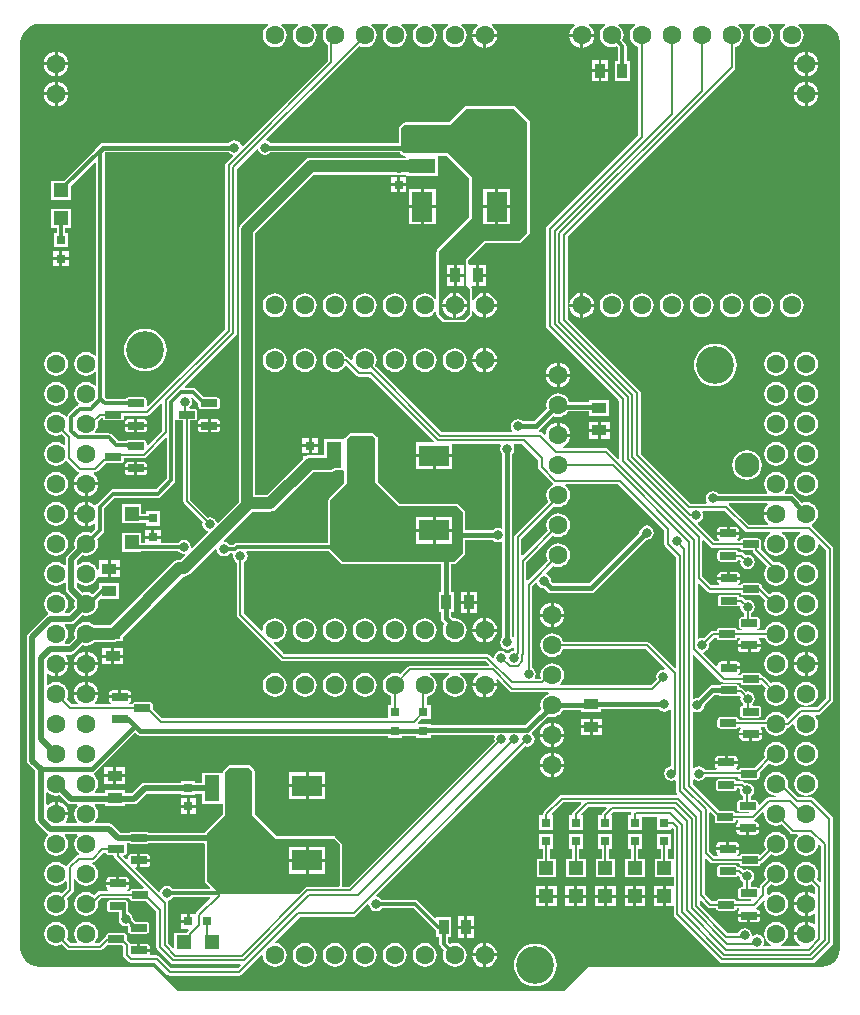
<source format=gbr>
%TF.GenerationSoftware,Altium Limited,Altium Designer,20.1.14 (287)*%
G04 Layer_Physical_Order=1*
G04 Layer_Color=16711680*
%FSLAX45Y45*%
%MOMM*%
%TF.SameCoordinates,7B5A7627-AB34-47FD-98C4-24A8EE2920DC*%
%TF.FilePolarity,Positive*%
%TF.FileFunction,Copper,L1,Top,Signal*%
%TF.Part,Single*%
G01*
G75*
%TA.AperFunction,SMDPad,CuDef*%
%ADD10R,1.30000X0.90000*%
G04:AMPARAMS|DCode=11|XSize=0.6mm|YSize=1.4mm|CornerRadius=0.06mm|HoleSize=0mm|Usage=FLASHONLY|Rotation=270.000|XOffset=0mm|YOffset=0mm|HoleType=Round|Shape=RoundedRectangle|*
%AMROUNDEDRECTD11*
21,1,0.60000,1.28000,0,0,270.0*
21,1,0.48000,1.40000,0,0,270.0*
1,1,0.12000,-0.64000,-0.24000*
1,1,0.12000,-0.64000,0.24000*
1,1,0.12000,0.64000,0.24000*
1,1,0.12000,0.64000,-0.24000*
%
%ADD11ROUNDEDRECTD11*%
%ADD12R,0.80000X0.80000*%
%ADD13R,1.25000X1.20000*%
%ADD14R,0.90000X1.30000*%
%ADD15R,0.80000X0.80000*%
%ADD16R,3.40000X2.20000*%
%ADD17R,1.20000X2.20000*%
%ADD18R,2.20000X3.40000*%
%ADD19R,2.20000X1.20000*%
%ADD20R,1.20000X1.25000*%
%ADD21R,2.50000X1.80000*%
%ADD22R,1.80000X2.50000*%
%TA.AperFunction,Conductor*%
%ADD23C,0.30000*%
%ADD24C,0.15000*%
%ADD25C,1.00000*%
%ADD26C,0.20000*%
%ADD27C,0.40000*%
%ADD28C,0.50000*%
%TA.AperFunction,ComponentPad*%
%ADD29C,1.60000*%
%ADD30C,2.10000*%
%TA.AperFunction,WasherPad*%
%ADD31C,3.20000*%
%TA.AperFunction,ViaPad*%
%ADD32C,0.60000*%
%ADD33C,0.80000*%
%ADD34C,1.60000*%
G36*
X6834521Y8249383D02*
X6867251Y8242873D01*
X6898083Y8230102D01*
X6925829Y8211562D01*
X6949427Y8187964D01*
X6967967Y8160217D01*
X6980738Y8129385D01*
X6987249Y8096655D01*
Y8079970D01*
Y5729969D01*
X6987248Y429970D01*
X6987248Y413283D01*
X6980738Y380553D01*
X6967967Y349722D01*
X6949427Y321974D01*
X6925829Y298377D01*
X6898082Y279837D01*
X6867250Y267066D01*
X6834520Y260556D01*
X6817835Y260556D01*
X4867836Y260557D01*
X4867835Y260557D01*
X4856130Y258228D01*
X4846206Y251598D01*
X4655165Y60556D01*
X1380504Y60556D01*
X1189463Y251597D01*
X1189463Y251598D01*
X1179539Y258228D01*
X1167834Y260557D01*
X1167833Y260557D01*
X201149D01*
X168419Y267067D01*
X137588Y279837D01*
X109841Y298377D01*
X86243Y321975D01*
X67703Y349722D01*
X54932Y380553D01*
X48421Y413284D01*
Y429969D01*
X48422Y5729969D01*
Y8079969D01*
X48421Y8096655D01*
X54932Y8129386D01*
X67703Y8160217D01*
X86243Y8187965D01*
X109840Y8211561D01*
X137588Y8230102D01*
X168419Y8242873D01*
X201149Y8249383D01*
X2141514D01*
X2148749Y8238056D01*
X2148700Y8236683D01*
X2128680Y8221321D01*
X2112651Y8200431D01*
X2102574Y8176105D01*
X2099138Y8150000D01*
X2102574Y8123895D01*
X2112651Y8099569D01*
X2128680Y8078679D01*
X2149569Y8062650D01*
X2173895Y8052574D01*
X2200000Y8049137D01*
X2226105Y8052574D01*
X2250432Y8062650D01*
X2271321Y8078679D01*
X2287350Y8099569D01*
X2297426Y8123895D01*
X2300863Y8150000D01*
X2297426Y8176105D01*
X2287350Y8200431D01*
X2271321Y8221321D01*
X2251300Y8236683D01*
X2251252Y8238056D01*
X2258486Y8249383D01*
X2395514D01*
X2402749Y8238056D01*
X2402700Y8236683D01*
X2382680Y8221321D01*
X2366651Y8200431D01*
X2356574Y8176105D01*
X2353138Y8150000D01*
X2356574Y8123895D01*
X2366651Y8099569D01*
X2382680Y8078679D01*
X2403569Y8062650D01*
X2427895Y8052574D01*
X2454000Y8049137D01*
X2480105Y8052574D01*
X2504432Y8062650D01*
X2525321Y8078679D01*
X2541350Y8099569D01*
X2551426Y8123895D01*
X2554863Y8150000D01*
X2551426Y8176105D01*
X2541350Y8200431D01*
X2525321Y8221321D01*
X2505300Y8236683D01*
X2505252Y8238056D01*
X2512486Y8249383D01*
X2649514D01*
X2656749Y8238056D01*
X2656700Y8236683D01*
X2636680Y8221321D01*
X2620651Y8200431D01*
X2610574Y8176105D01*
X2607138Y8150000D01*
X2610574Y8123895D01*
X2620651Y8099569D01*
X2636680Y8078679D01*
X2650625Y8067979D01*
Y7934888D01*
X1929799Y7214061D01*
X1917645Y7217748D01*
X1916519Y7223411D01*
X1903258Y7243258D01*
X1883411Y7256519D01*
X1860000Y7261175D01*
X1836589Y7256519D01*
X1816743Y7243258D01*
X1815090Y7240784D01*
X750000D01*
X734393Y7237679D01*
X721162Y7228838D01*
X721161Y7228838D01*
X696162Y7203838D01*
X696161Y7203838D01*
X691162Y7198838D01*
X682321Y7185607D01*
X681621Y7182088D01*
X419533Y6920000D01*
X307500D01*
Y6760000D01*
X472500D01*
Y6872033D01*
X677581Y7077114D01*
X689314Y7072254D01*
Y5441339D01*
X677288Y5437257D01*
X675321Y5439821D01*
X654432Y5455850D01*
X630105Y5465926D01*
X604000Y5469363D01*
X577895Y5465926D01*
X553569Y5455850D01*
X532679Y5439821D01*
X516650Y5418931D01*
X506574Y5394605D01*
X503137Y5368500D01*
X506574Y5342395D01*
X516650Y5318069D01*
X532679Y5297179D01*
X553569Y5281150D01*
X577895Y5271074D01*
X604000Y5267637D01*
X630105Y5271074D01*
X654432Y5281150D01*
X675321Y5297179D01*
X677288Y5299744D01*
X689314Y5295661D01*
Y5187339D01*
X677288Y5183257D01*
X675321Y5185821D01*
X654432Y5201850D01*
X630105Y5211926D01*
X604000Y5215363D01*
X577895Y5211926D01*
X553569Y5201850D01*
X532679Y5185821D01*
X516650Y5164931D01*
X506574Y5140605D01*
X503137Y5114500D01*
X506574Y5088395D01*
X516650Y5064069D01*
X532679Y5043179D01*
X540949Y5036834D01*
X537783Y5023255D01*
X536344Y5022969D01*
X524766Y5015234D01*
X454766Y4945234D01*
X447031Y4933656D01*
X444744Y4922158D01*
X438790Y4919307D01*
X431614Y4918406D01*
X421321Y4931821D01*
X400432Y4947850D01*
X376105Y4957926D01*
X350000Y4961363D01*
X323895Y4957926D01*
X299569Y4947850D01*
X278679Y4931821D01*
X262650Y4910931D01*
X252574Y4886605D01*
X249137Y4860500D01*
X252574Y4834395D01*
X262650Y4810069D01*
X278679Y4789179D01*
X299569Y4773150D01*
X323895Y4763074D01*
X350000Y4759637D01*
X376105Y4763074D01*
X395949Y4771294D01*
X429412Y4737831D01*
Y4687272D01*
X416712Y4681357D01*
X400432Y4693850D01*
X376105Y4703926D01*
X350000Y4707363D01*
X323895Y4703926D01*
X299569Y4693850D01*
X278679Y4677821D01*
X262650Y4656931D01*
X252574Y4632605D01*
X249137Y4606500D01*
X252574Y4580395D01*
X262650Y4556069D01*
X278679Y4535179D01*
X299569Y4519150D01*
X323895Y4509074D01*
X350000Y4505637D01*
X376105Y4509074D01*
X400432Y4519150D01*
X421321Y4535179D01*
X427695Y4543486D01*
X443509Y4543234D01*
X528372Y4458371D01*
X538295Y4451741D01*
X539641Y4451473D01*
X542807Y4437894D01*
X529113Y4427387D01*
X512283Y4405453D01*
X501703Y4379910D01*
X499740Y4365004D01*
X604001D01*
X708260D01*
X706297Y4379910D01*
X695717Y4405453D01*
X678887Y4427387D01*
X666734Y4436712D01*
X671045Y4449412D01*
X679999D01*
X680000Y4449412D01*
X691705Y4451741D01*
X701629Y4458371D01*
X772670Y4529413D01*
X814999D01*
X815000Y4529412D01*
X815396Y4529491D01*
X899000D01*
X909145Y4531509D01*
X917745Y4537255D01*
X923491Y4545856D01*
X925509Y4556000D01*
Y4569412D01*
X1089999D01*
X1090000Y4569412D01*
X1101705Y4571741D01*
X1111629Y4578371D01*
X1277581Y4744323D01*
X1289314Y4739463D01*
Y4399781D01*
X1195219Y4305686D01*
X828002D01*
X814346Y4302969D01*
X802769Y4295234D01*
X693766Y4186231D01*
X689704Y4180152D01*
X687875Y4179008D01*
X675573Y4176945D01*
X673721Y4177351D01*
X656953Y4190217D01*
X631410Y4200797D01*
X616500Y4202760D01*
Y4098504D01*
Y3994240D01*
X631410Y3996203D01*
X656953Y4006783D01*
X670614Y4017266D01*
X683314Y4011002D01*
Y3974282D01*
X644851Y3935818D01*
X630105Y3941926D01*
X604000Y3945363D01*
X577895Y3941926D01*
X553569Y3931850D01*
X532679Y3915821D01*
X516650Y3894931D01*
X506574Y3870605D01*
X503137Y3844500D01*
X506574Y3818395D01*
X508459Y3813845D01*
X446557Y3751943D01*
X436611Y3737058D01*
X433119Y3719500D01*
Y3665826D01*
X426852Y3663699D01*
X420419Y3662513D01*
X400432Y3677850D01*
X376105Y3687926D01*
X350000Y3691363D01*
X323895Y3687926D01*
X299569Y3677850D01*
X278679Y3661821D01*
X262650Y3640931D01*
X252574Y3616605D01*
X249137Y3590500D01*
X252574Y3564395D01*
X262650Y3540069D01*
X278679Y3519179D01*
X299569Y3503150D01*
X323895Y3493074D01*
X350000Y3489637D01*
X376105Y3493074D01*
X400432Y3503150D01*
X420419Y3518487D01*
X426852Y3517302D01*
X433119Y3515175D01*
Y3461500D01*
X436611Y3443942D01*
X446557Y3429057D01*
X508459Y3367155D01*
X506574Y3362605D01*
X503137Y3336500D01*
X506574Y3310395D01*
X508459Y3305845D01*
X459995Y3257382D01*
X431281D01*
X425082Y3270082D01*
X437350Y3286069D01*
X447426Y3310395D01*
X450863Y3336500D01*
X447426Y3362605D01*
X437350Y3386931D01*
X421321Y3407821D01*
X400432Y3423850D01*
X376105Y3433926D01*
X350000Y3437363D01*
X323895Y3433926D01*
X299569Y3423850D01*
X278679Y3407821D01*
X262650Y3386931D01*
X252574Y3362605D01*
X249137Y3336500D01*
X252574Y3310395D01*
X262650Y3286069D01*
X278679Y3265179D01*
X279215Y3264768D01*
X278179Y3249555D01*
X269780Y3243943D01*
X117557Y3091720D01*
X107611Y3076835D01*
X104118Y3059277D01*
Y2010000D01*
X107611Y1992442D01*
X117557Y1977557D01*
X174119Y1920995D01*
Y1510001D01*
X177611Y1492442D01*
X187557Y1477557D01*
X264057Y1401057D01*
X278302Y1391539D01*
X279567Y1390580D01*
X282351Y1378638D01*
X278679Y1375821D01*
X262650Y1354931D01*
X252574Y1330605D01*
X249137Y1304500D01*
X252574Y1278395D01*
X262650Y1254069D01*
X278679Y1233179D01*
X299569Y1217150D01*
X323895Y1207074D01*
X350000Y1203637D01*
X376105Y1207074D01*
X400432Y1217150D01*
X421321Y1233179D01*
X437350Y1254069D01*
X447426Y1278395D01*
X450863Y1304500D01*
X447426Y1330605D01*
X437350Y1354931D01*
X422013Y1374919D01*
X423199Y1381352D01*
X425326Y1387619D01*
X528674D01*
X530802Y1381352D01*
X531987Y1374919D01*
X516650Y1354931D01*
X506574Y1330605D01*
X503137Y1304500D01*
X506574Y1278395D01*
X516650Y1254069D01*
X532679Y1233179D01*
X545570Y1223288D01*
X541259Y1210588D01*
X540000D01*
X528295Y1208259D01*
X518371Y1201629D01*
X448371Y1131629D01*
X441741Y1121705D01*
X440851Y1117231D01*
X427272Y1114065D01*
X421321Y1121821D01*
X400432Y1137850D01*
X376105Y1147926D01*
X350000Y1151363D01*
X323895Y1147926D01*
X299569Y1137850D01*
X278679Y1121821D01*
X262650Y1100931D01*
X252574Y1076605D01*
X249137Y1050500D01*
X252574Y1024395D01*
X262650Y1000069D01*
X278679Y979179D01*
X299569Y963150D01*
X323895Y953074D01*
X350000Y949637D01*
X376105Y953074D01*
X400432Y963150D01*
X421321Y979179D01*
X426712Y986206D01*
X439412Y981895D01*
Y929170D01*
X395949Y885706D01*
X376105Y893926D01*
X350000Y897363D01*
X323895Y893926D01*
X299569Y883850D01*
X278679Y867821D01*
X262650Y846931D01*
X252574Y822605D01*
X249137Y796500D01*
X252574Y770395D01*
X262650Y746069D01*
X278679Y725179D01*
X299569Y709150D01*
X323895Y699074D01*
X350000Y695637D01*
X376105Y699074D01*
X400432Y709150D01*
X421321Y725179D01*
X437350Y746069D01*
X447426Y770395D01*
X450863Y796500D01*
X447426Y822605D01*
X439206Y842449D01*
X491628Y894871D01*
X491629Y894871D01*
X498259Y904794D01*
X500588Y916500D01*
Y1005661D01*
X513288Y1008187D01*
X516650Y1000069D01*
X532679Y979179D01*
X553569Y963150D01*
X577895Y953074D01*
X604000Y949637D01*
X630105Y953074D01*
X654432Y963150D01*
X675321Y979179D01*
X691350Y1000069D01*
X701426Y1024395D01*
X704863Y1050500D01*
X701426Y1076605D01*
X691350Y1100931D01*
X675321Y1121821D01*
X655914Y1136712D01*
X655984Y1137983D01*
X660000Y1149412D01*
X671705Y1151741D01*
X681629Y1158371D01*
X752670Y1229412D01*
X770801D01*
X771509Y1225855D01*
X777255Y1217255D01*
X785855Y1211509D01*
X796000Y1209491D01*
X829028D01*
X839412Y1203911D01*
X841741Y1192206D01*
X848371Y1182282D01*
X1093411Y937242D01*
X1088551Y925509D01*
X996000D01*
X985855Y923491D01*
X977255Y917745D01*
X971509Y909144D01*
X970801Y905587D01*
X950436D01*
X949618Y907700D01*
X948324Y918287D01*
X956350Y923650D01*
X963201Y933904D01*
X965607Y946000D01*
Y957501D01*
X869996D01*
X774393D01*
Y946000D01*
X776799Y933904D01*
X783650Y923650D01*
X791676Y918287D01*
X790382Y907700D01*
X789564Y905587D01*
X720384D01*
X708678Y903259D01*
X698755Y896629D01*
X698754Y896628D01*
X672280Y870154D01*
X654432Y883850D01*
X630105Y893926D01*
X604000Y897363D01*
X577895Y893926D01*
X553569Y883850D01*
X532679Y867821D01*
X516650Y846931D01*
X506574Y822605D01*
X503137Y796500D01*
X506574Y770395D01*
X516650Y746069D01*
X532679Y725179D01*
X553569Y709150D01*
X577895Y699074D01*
X604000Y695637D01*
X630105Y699074D01*
X654432Y709150D01*
X675321Y725179D01*
X691350Y746069D01*
X701426Y770395D01*
X704863Y796500D01*
X702568Y813927D01*
X733053Y844412D01*
X970801D01*
X971509Y840855D01*
X977255Y832255D01*
X985855Y826508D01*
X996000Y824491D01*
X1107252D01*
X1199915Y731827D01*
Y428004D01*
X1199915Y428003D01*
X1202243Y416297D01*
X1208874Y406374D01*
X1319376Y295872D01*
X1319376Y295871D01*
X1329300Y289241D01*
X1341005Y286913D01*
X1907061D01*
X1911922Y275179D01*
X1887330Y250588D01*
X1322670D01*
X1221629Y351629D01*
X1211705Y358259D01*
X1200000Y360588D01*
X1199999Y360588D01*
X1151756D01*
X1144073Y373288D01*
X1145607Y381000D01*
Y392501D01*
X1049999D01*
Y405001D01*
X1037499D01*
Y460607D01*
X986000D01*
X977442Y458905D01*
X976544Y463421D01*
X969913Y473344D01*
X969913Y473345D01*
X950509Y492749D01*
Y524000D01*
X948491Y534145D01*
X942745Y542745D01*
X934145Y548491D01*
X924000Y550509D01*
X796000D01*
X785855Y548491D01*
X777255Y542745D01*
X771509Y534145D01*
X769491Y524000D01*
Y522377D01*
X768371Y521629D01*
X768371Y521628D01*
X709830Y463088D01*
X684772D01*
X678857Y475788D01*
X691350Y492069D01*
X701426Y516395D01*
X704863Y542500D01*
X701426Y568605D01*
X691350Y592931D01*
X675321Y613821D01*
X654432Y629850D01*
X630105Y639926D01*
X604000Y643363D01*
X577895Y639926D01*
X553569Y629850D01*
X532679Y613821D01*
X516650Y592931D01*
X506574Y568605D01*
X503137Y542500D01*
X506574Y516395D01*
X516650Y492069D01*
X529143Y475788D01*
X523228Y463088D01*
X472670D01*
X439206Y496551D01*
X447426Y516395D01*
X450863Y542500D01*
X447426Y568605D01*
X437350Y592931D01*
X421321Y613821D01*
X400432Y629850D01*
X376105Y639926D01*
X350000Y643363D01*
X323895Y639926D01*
X299569Y629850D01*
X278679Y613821D01*
X262650Y592931D01*
X252574Y568605D01*
X249137Y542500D01*
X252574Y516395D01*
X262650Y492069D01*
X278679Y471179D01*
X299569Y455150D01*
X323895Y445074D01*
X350000Y441637D01*
X376105Y445074D01*
X395949Y453294D01*
X438371Y410871D01*
X448295Y404241D01*
X460000Y401912D01*
X460001Y401912D01*
X722499D01*
X722500Y401912D01*
X734206Y404241D01*
X744129Y410871D01*
X785203Y451945D01*
X785855Y451509D01*
X796000Y449491D01*
X907252D01*
X917697Y439046D01*
Y367805D01*
X917697Y367804D01*
X920025Y356098D01*
X926656Y346175D01*
X964459Y308372D01*
X964459Y308371D01*
X974383Y301741D01*
X986088Y299412D01*
X986089Y299412D01*
X1187330D01*
X1288371Y198371D01*
X1298295Y191741D01*
X1310000Y189412D01*
X1310001Y189412D01*
X1899999D01*
X1900000Y189412D01*
X1911705Y191741D01*
X1921629Y198371D01*
X2086892Y363635D01*
X2099845Y358627D01*
X2102574Y337895D01*
X2112651Y313569D01*
X2128680Y292679D01*
X2149569Y276650D01*
X2173895Y266574D01*
X2200000Y263137D01*
X2226105Y266574D01*
X2250431Y276650D01*
X2271321Y292679D01*
X2287350Y313569D01*
X2297426Y337895D01*
X2300863Y364000D01*
X2297426Y390105D01*
X2287350Y414431D01*
X2271321Y435321D01*
X2250431Y451350D01*
X2226105Y461426D01*
X2205374Y464155D01*
X2200365Y477108D01*
X2412670Y689413D01*
X2869995D01*
X2869996Y689412D01*
X2881701Y691741D01*
X2891625Y698371D01*
X2986703Y793450D01*
X2999925Y788711D01*
X3003481Y770835D01*
X3016743Y750989D01*
X3036589Y737728D01*
X3060000Y733071D01*
X3083411Y737728D01*
X3103257Y750989D01*
X3108317Y758561D01*
X3375973D01*
X3559767Y574766D01*
X3565000Y571269D01*
Y515000D01*
X3594315D01*
Y458000D01*
X3597031Y444344D01*
X3604767Y432766D01*
X3632682Y404851D01*
X3626574Y390105D01*
X3623138Y364000D01*
X3626574Y337895D01*
X3636651Y313569D01*
X3652680Y292679D01*
X3673569Y276650D01*
X3697895Y266574D01*
X3724000Y263137D01*
X3750105Y266574D01*
X3774431Y276650D01*
X3795321Y292679D01*
X3811350Y313569D01*
X3821426Y337895D01*
X3824863Y364000D01*
X3821426Y390105D01*
X3811350Y414431D01*
X3795321Y435321D01*
X3774431Y451350D01*
X3750105Y461426D01*
X3724000Y464863D01*
X3697895Y461426D01*
X3683150Y455318D01*
X3665686Y472781D01*
Y515000D01*
X3695000D01*
Y685000D01*
X3565001D01*
Y685000D01*
X3554724Y680744D01*
X3415988Y819480D01*
X3404411Y827216D01*
X3390754Y829932D01*
X3108317D01*
X3103257Y837504D01*
X3083411Y850765D01*
X3065535Y854321D01*
X3060797Y867543D01*
X4325046Y2131793D01*
X4339991Y2128820D01*
X4363402Y2133477D01*
X4383249Y2146738D01*
X4396510Y2166585D01*
X4401167Y2189996D01*
X4396510Y2213407D01*
X4383249Y2233253D01*
X4378792Y2236231D01*
X4377547Y2248870D01*
X4514247Y2385570D01*
X4523895Y2381574D01*
X4550000Y2378137D01*
X4576105Y2381574D01*
X4600431Y2391650D01*
X4621321Y2407679D01*
X4637350Y2428569D01*
X4642588Y2441216D01*
X4795000D01*
Y2420000D01*
X4965000D01*
Y2444216D01*
X5455089D01*
X5456742Y2441742D01*
X5476589Y2428481D01*
X5500000Y2423824D01*
X5523411Y2428481D01*
X5543257Y2441742D01*
X5544838Y2444107D01*
X5557538Y2440254D01*
Y1960686D01*
X5536589Y1956519D01*
X5516742Y1943257D01*
X5503481Y1923411D01*
X5498824Y1900000D01*
X5503481Y1876589D01*
X5516742Y1856743D01*
X5536589Y1843481D01*
X5560000Y1838825D01*
X5583411Y1843481D01*
X5588212Y1846689D01*
X5599412Y1840702D01*
Y1751865D01*
X5599412Y1751864D01*
X5601741Y1740159D01*
X5608371Y1730235D01*
X5608603Y1730003D01*
X5603342Y1717303D01*
X4631717D01*
X4631715Y1717304D01*
X4620010Y1714975D01*
X4610087Y1708345D01*
X4610086Y1708344D01*
X4478371Y1576629D01*
X4471741Y1566706D01*
X4469412Y1555000D01*
X4461982Y1545000D01*
X4440000D01*
Y1425000D01*
X4560000D01*
Y1545000D01*
X4549851D01*
X4544991Y1556733D01*
X4644385Y1656128D01*
X4791277D01*
X4796137Y1644395D01*
X4728371Y1576629D01*
X4721741Y1566706D01*
X4719412Y1555000D01*
X4711982Y1545000D01*
X4690000D01*
Y1425000D01*
X4810000D01*
Y1545000D01*
X4799851D01*
X4794991Y1556733D01*
X4854385Y1616128D01*
X5006277D01*
X5011137Y1604395D01*
X4978371Y1571629D01*
X4971741Y1561705D01*
X4969412Y1550000D01*
X4958641Y1545000D01*
X4940000D01*
Y1425000D01*
X5060000D01*
Y1545000D01*
X5054851D01*
X5049991Y1556733D01*
X5069386Y1576128D01*
X5213925D01*
X5221089Y1563428D01*
X5219412Y1555000D01*
X5211982Y1545000D01*
X5190000D01*
Y1425000D01*
X5310000D01*
Y1536128D01*
X5440000D01*
Y1425000D01*
X5560000D01*
Y1432025D01*
X5571849Y1437203D01*
X5579413Y1431095D01*
Y1180000D01*
X5530588D01*
Y1265000D01*
X5560000D01*
Y1385000D01*
X5440000D01*
Y1265000D01*
X5469412D01*
Y1180000D01*
X5417500D01*
Y1020000D01*
X5579413D01*
Y945000D01*
X5512500D01*
Y859997D01*
Y775000D01*
X5579413D01*
Y708875D01*
X5579413Y708874D01*
X5581741Y697168D01*
X5588372Y687245D01*
X5969807Y305809D01*
X5979731Y299178D01*
X5991436Y296850D01*
X6753636D01*
X6753638Y296850D01*
X6765343Y299178D01*
X6775267Y305809D01*
X6918793Y449336D01*
X6925424Y459259D01*
X6927752Y470965D01*
X6927752Y470966D01*
Y1516899D01*
X6925424Y1528605D01*
X6918793Y1538528D01*
X6918793Y1538528D01*
X6767192Y1690129D01*
X6757269Y1696759D01*
X6745563Y1699088D01*
X6745562Y1699088D01*
X6701975D01*
X6701143Y1711788D01*
X6710816Y1713061D01*
X6726105Y1715074D01*
X6750432Y1725150D01*
X6771321Y1741179D01*
X6787350Y1762069D01*
X6797426Y1786395D01*
X6800863Y1812500D01*
X6797426Y1838605D01*
X6787350Y1862931D01*
X6771321Y1883821D01*
X6750432Y1899850D01*
X6726105Y1909926D01*
X6700000Y1913363D01*
X6673895Y1909926D01*
X6649569Y1899850D01*
X6628679Y1883821D01*
X6612650Y1862931D01*
X6602574Y1838605D01*
X6599137Y1812500D01*
X6602574Y1786395D01*
X6612650Y1762069D01*
X6628679Y1741179D01*
X6649569Y1725150D01*
X6673895Y1715074D01*
X6689184Y1713061D01*
X6698857Y1711788D01*
X6698025Y1699088D01*
X6634170D01*
X6543826Y1789432D01*
X6546863Y1812500D01*
X6543426Y1838605D01*
X6533350Y1862931D01*
X6517321Y1883821D01*
X6496432Y1899850D01*
X6472105Y1909926D01*
X6446000Y1913363D01*
X6419895Y1909926D01*
X6395569Y1899850D01*
X6374679Y1883821D01*
X6358650Y1862931D01*
X6348574Y1838605D01*
X6345137Y1812500D01*
X6348574Y1786395D01*
X6358650Y1762069D01*
X6374679Y1741179D01*
X6395569Y1725150D01*
X6419895Y1715074D01*
X6444858Y1711788D01*
X6444025Y1699088D01*
X6383980D01*
X6372275Y1696759D01*
X6362351Y1690129D01*
X6362351Y1690128D01*
X6307242Y1635020D01*
X6295509Y1639880D01*
Y1652432D01*
X6293491Y1662576D01*
X6287745Y1671176D01*
X6279145Y1676923D01*
X6269000Y1678941D01*
X6230588D01*
Y1707271D01*
X6243258Y1715737D01*
X6256519Y1735584D01*
X6261175Y1758995D01*
X6256519Y1782406D01*
X6243258Y1802252D01*
X6223411Y1815514D01*
X6200000Y1820170D01*
X6185055Y1817198D01*
X6175624Y1826629D01*
X6165700Y1833259D01*
X6153995Y1835588D01*
X6153994Y1835588D01*
X6114199D01*
X6113491Y1839145D01*
X6107745Y1847745D01*
X6099145Y1853491D01*
X6089000Y1855509D01*
X5961000D01*
X5950856Y1853491D01*
X5942255Y1847745D01*
X5936509Y1839145D01*
X5934491Y1829000D01*
Y1781000D01*
X5936509Y1770855D01*
X5942255Y1762255D01*
X5950856Y1756509D01*
X5961000Y1754491D01*
X6089000D01*
X6099145Y1756509D01*
X6107745Y1762255D01*
X6113491Y1770855D01*
X6114199Y1774412D01*
X6128942D01*
X6139365Y1761712D01*
X6138825Y1758995D01*
X6143481Y1735584D01*
X6156743Y1715737D01*
X6169412Y1707271D01*
Y1678941D01*
X6141000D01*
X6130855Y1676923D01*
X6122255Y1671176D01*
X6116509Y1662576D01*
X6114491Y1652432D01*
Y1604432D01*
X6116509Y1594287D01*
X6122255Y1585687D01*
X6130855Y1579940D01*
X6141000Y1577922D01*
X6219579D01*
X6226367Y1565222D01*
X6225564Y1564019D01*
X6104199D01*
X6103491Y1567576D01*
X6097745Y1576177D01*
X6089145Y1581923D01*
X6079000Y1583941D01*
X5967748D01*
X5740587Y1811102D01*
Y1845569D01*
X5753287Y1852358D01*
X5766577Y1843477D01*
X5789988Y1838821D01*
X5813399Y1843477D01*
X5833246Y1856739D01*
X5843331Y1871832D01*
X6125320D01*
X6126509Y1865855D01*
X6132255Y1857255D01*
X6140855Y1851508D01*
X6151000Y1849491D01*
X6279000D01*
X6289145Y1851508D01*
X6297745Y1857255D01*
X6303491Y1865855D01*
X6305509Y1876000D01*
Y1907251D01*
X6385293Y1987035D01*
X6395569Y1979150D01*
X6419895Y1969074D01*
X6446000Y1965637D01*
X6472105Y1969074D01*
X6496432Y1979150D01*
X6517321Y1995179D01*
X6533350Y2016069D01*
X6543426Y2040395D01*
X6546863Y2066500D01*
X6543426Y2092605D01*
X6533350Y2116931D01*
X6517321Y2137821D01*
X6496432Y2153850D01*
X6472105Y2163926D01*
X6446000Y2167363D01*
X6419895Y2163926D01*
X6395569Y2153850D01*
X6374679Y2137821D01*
X6358650Y2116931D01*
X6348574Y2092605D01*
X6345137Y2066500D01*
X6348574Y2040395D01*
X6349618Y2037875D01*
X6262252Y1950509D01*
X6151000D01*
X6140855Y1948491D01*
X6132255Y1942745D01*
X6126509Y1934144D01*
X6126282Y1933007D01*
X6110798D01*
X6106945Y1945707D01*
X6111350Y1948650D01*
X6118201Y1958904D01*
X6120607Y1971000D01*
Y1982498D01*
X6025003D01*
X5929393D01*
Y1971000D01*
X5931799Y1958904D01*
X5938651Y1948650D01*
X5943055Y1945707D01*
X5939202Y1933007D01*
X5840093D01*
X5833246Y1943254D01*
X5813399Y1956515D01*
X5789988Y1961172D01*
X5766577Y1956515D01*
X5753287Y1947635D01*
X5740587Y1954423D01*
Y2420703D01*
X5751788Y2426689D01*
X5756589Y2423481D01*
X5780000Y2418825D01*
X5803411Y2423481D01*
X5823258Y2436743D01*
X5836519Y2456589D01*
X5841176Y2480000D01*
X5840595Y2482918D01*
X5921893Y2564216D01*
X5960945D01*
X5962255Y2562255D01*
X5970855Y2556508D01*
X5981000Y2554491D01*
X6109000D01*
X6119145Y2556508D01*
X6127745Y2562255D01*
X6139602Y2557140D01*
X6146797Y2549945D01*
X6143825Y2535000D01*
X6148481Y2511589D01*
X6161743Y2491743D01*
X6167030Y2488209D01*
X6166446Y2481005D01*
X6163825Y2475077D01*
X6155855Y2473491D01*
X6147255Y2467745D01*
X6141509Y2459145D01*
X6139491Y2449000D01*
Y2401000D01*
X6141509Y2390855D01*
X6147255Y2382255D01*
X6155855Y2376509D01*
X6166000Y2374491D01*
X6294000D01*
X6304145Y2376509D01*
X6312745Y2382255D01*
X6318491Y2390855D01*
X6320509Y2401000D01*
Y2449000D01*
X6318491Y2459145D01*
X6312745Y2467745D01*
X6304145Y2473491D01*
X6294000Y2475509D01*
X6246822D01*
X6242970Y2488209D01*
X6248258Y2491743D01*
X6261519Y2511589D01*
X6266175Y2535000D01*
X6261519Y2558411D01*
X6248258Y2578257D01*
X6228411Y2591519D01*
X6205000Y2596175D01*
X6190055Y2593203D01*
X6166629Y2616629D01*
X6156705Y2623259D01*
X6145000Y2625588D01*
X6134744Y2632847D01*
X6133491Y2639145D01*
X6127745Y2647745D01*
X6119145Y2653491D01*
X6109000Y2655509D01*
X5981000D01*
X5970855Y2653491D01*
X5962255Y2647745D01*
X5960945Y2645783D01*
X5905001D01*
X5905000Y2645784D01*
X5889393Y2642679D01*
X5876161Y2633838D01*
X5876161Y2633838D01*
X5782918Y2540595D01*
X5780000Y2541176D01*
X5756589Y2536519D01*
X5751788Y2533311D01*
X5740587Y2539297D01*
Y2900650D01*
X5752321Y2905510D01*
X5979459Y2678372D01*
X5979460Y2678371D01*
X5989383Y2671740D01*
X6001089Y2669412D01*
X6145801D01*
X6146509Y2665855D01*
X6152255Y2657255D01*
X6160855Y2651508D01*
X6171000Y2649491D01*
X6299000D01*
X6309145Y2651508D01*
X6317745Y2657255D01*
X6319787Y2657456D01*
X6356794Y2620449D01*
X6348574Y2600605D01*
X6345137Y2574500D01*
X6348574Y2548395D01*
X6358650Y2524069D01*
X6374679Y2503179D01*
X6395569Y2487150D01*
X6419895Y2477074D01*
X6446000Y2473637D01*
X6472105Y2477074D01*
X6496432Y2487150D01*
X6517321Y2503179D01*
X6533350Y2524069D01*
X6543426Y2548395D01*
X6546863Y2574500D01*
X6543426Y2600605D01*
X6533350Y2624931D01*
X6517321Y2645821D01*
X6496432Y2661850D01*
X6472105Y2671926D01*
X6446000Y2675363D01*
X6419895Y2671926D01*
X6400051Y2663706D01*
X6344913Y2718845D01*
X6334990Y2725475D01*
X6324813Y2727500D01*
X6323491Y2734144D01*
X6317745Y2742745D01*
X6309145Y2748491D01*
X6299000Y2750509D01*
X6171000D01*
X6160855Y2748491D01*
X6152255Y2742745D01*
X6146509Y2734144D01*
X6145801Y2730587D01*
X6125436D01*
X6124618Y2732700D01*
X6123324Y2743287D01*
X6131350Y2748650D01*
X6138201Y2758904D01*
X6140607Y2771000D01*
Y2782501D01*
X6044996D01*
Y2795001D01*
X6032496D01*
Y2850607D01*
X5981000D01*
X5968905Y2848201D01*
X5958651Y2841349D01*
X5951799Y2831095D01*
X5949393Y2819000D01*
Y2811546D01*
X5937660Y2806686D01*
X5827065Y2917281D01*
X5831245Y2931061D01*
X5843411Y2933481D01*
X5863257Y2946742D01*
X5876519Y2966589D01*
X5881175Y2990000D01*
X5878203Y3004945D01*
X5922669Y3049412D01*
X5940801D01*
X5941509Y3045855D01*
X5947255Y3037255D01*
X5955855Y3031508D01*
X5966000Y3029491D01*
X6094000D01*
X6104145Y3031508D01*
X6112745Y3037255D01*
X6118491Y3045855D01*
X6119448Y3050662D01*
X6141453D01*
X6143904Y3038201D01*
X6133650Y3031349D01*
X6126799Y3021095D01*
X6124393Y3009000D01*
Y2997500D01*
X6220002D01*
X6315607D01*
Y3009000D01*
X6313201Y3021095D01*
X6306350Y3031349D01*
X6296096Y3038201D01*
X6298547Y3050662D01*
X6350949D01*
X6358650Y3032069D01*
X6374679Y3011179D01*
X6395569Y2995150D01*
X6419895Y2985074D01*
X6446000Y2981637D01*
X6472105Y2985074D01*
X6496432Y2995150D01*
X6517321Y3011179D01*
X6533350Y3032069D01*
X6543426Y3056395D01*
X6546863Y3082500D01*
X6543426Y3108605D01*
X6533350Y3132931D01*
X6517321Y3153821D01*
X6496432Y3169850D01*
X6472105Y3179926D01*
X6446000Y3183363D01*
X6419895Y3179926D01*
X6395569Y3169850D01*
X6374679Y3153821D01*
X6358650Y3132931D01*
X6349913Y3111838D01*
X6284114D01*
X6284000Y3124490D01*
X6294145Y3126508D01*
X6302745Y3132255D01*
X6308491Y3140855D01*
X6310509Y3151000D01*
Y3198999D01*
X6308491Y3209144D01*
X6302745Y3217744D01*
X6294145Y3223491D01*
X6284000Y3225509D01*
X6235587D01*
Y3258277D01*
X6248257Y3266743D01*
X6261519Y3286589D01*
X6266175Y3310000D01*
X6261519Y3333411D01*
X6248257Y3353257D01*
X6228411Y3366519D01*
X6205000Y3371175D01*
X6190055Y3368203D01*
X6171629Y3386629D01*
X6161705Y3393259D01*
X6150000Y3395588D01*
X6149999Y3395588D01*
X6134199D01*
X6133491Y3399145D01*
X6127745Y3407745D01*
X6119145Y3413491D01*
X6109000Y3415509D01*
X5981000D01*
X5970855Y3413491D01*
X5962255Y3407745D01*
X5956509Y3399145D01*
X5954491Y3389000D01*
Y3341000D01*
X5956509Y3330855D01*
X5962255Y3322255D01*
X5970855Y3316508D01*
X5981000Y3314491D01*
X6109000D01*
X6119145Y3316508D01*
X6127745Y3322255D01*
X6140101Y3318881D01*
X6144654Y3314170D01*
X6143824Y3310000D01*
X6148481Y3286589D01*
X6161742Y3266743D01*
X6174412Y3258277D01*
Y3225509D01*
X6156000D01*
X6145855Y3223491D01*
X6137255Y3217744D01*
X6131509Y3209144D01*
X6129491Y3198999D01*
Y3151000D01*
X6131509Y3140855D01*
X6137255Y3132255D01*
X6145855Y3126508D01*
X6156000Y3124490D01*
X6155886Y3111838D01*
X6118950D01*
X6118491Y3114144D01*
X6112745Y3122745D01*
X6104145Y3128491D01*
X6094000Y3130509D01*
X5966000D01*
X5955855Y3128491D01*
X5947255Y3122745D01*
X5941509Y3114144D01*
X5940801Y3110587D01*
X5910001D01*
X5909999Y3110587D01*
X5898294Y3108259D01*
X5888370Y3101628D01*
X5834945Y3048203D01*
X5820000Y3051175D01*
X5796589Y3046519D01*
X5791788Y3043311D01*
X5780587Y3049297D01*
Y3504561D01*
X5792321Y3509422D01*
X5860871Y3440872D01*
X5860871Y3440871D01*
X5870795Y3434241D01*
X5882500Y3431912D01*
X5882502Y3431912D01*
X6145304D01*
X6146509Y3425855D01*
X6152255Y3417255D01*
X6160855Y3411508D01*
X6171000Y3409491D01*
X6299000D01*
X6309145Y3411508D01*
X6309797Y3411944D01*
X6351668Y3370074D01*
X6348574Y3362605D01*
X6345137Y3336500D01*
X6348574Y3310395D01*
X6358650Y3286069D01*
X6374679Y3265179D01*
X6395569Y3249150D01*
X6419895Y3239074D01*
X6446000Y3235637D01*
X6472105Y3239074D01*
X6496432Y3249150D01*
X6517321Y3265179D01*
X6533350Y3286069D01*
X6543426Y3310395D01*
X6546863Y3336500D01*
X6543426Y3362605D01*
X6533350Y3386931D01*
X6517321Y3407821D01*
X6496432Y3423850D01*
X6472105Y3433926D01*
X6446000Y3437363D01*
X6419895Y3433926D01*
X6395569Y3423850D01*
X6389253Y3419004D01*
X6326629Y3481629D01*
X6325509Y3482377D01*
Y3484000D01*
X6323491Y3494144D01*
X6317745Y3502745D01*
X6309145Y3508491D01*
X6299000Y3510509D01*
X6171000D01*
X6160855Y3508491D01*
X6152255Y3502745D01*
X6146509Y3494144D01*
X6146298Y3493088D01*
X6130918D01*
X6127066Y3505788D01*
X6131350Y3508650D01*
X6138201Y3518904D01*
X6140607Y3531000D01*
Y3542502D01*
X6044997D01*
X5949393D01*
Y3531000D01*
X5951799Y3518904D01*
X5958651Y3508650D01*
X5962934Y3505788D01*
X5959082Y3493088D01*
X5895170D01*
X5820587Y3567671D01*
Y3872698D01*
X5832321Y3877558D01*
X5891508Y3818371D01*
X5901431Y3811741D01*
X5913137Y3809412D01*
X5913138Y3809412D01*
X6140801D01*
X6141509Y3805855D01*
X6147255Y3797255D01*
X6155855Y3791509D01*
X6166000Y3789491D01*
X6248139D01*
X6250025Y3780010D01*
X6256655Y3770087D01*
X6370443Y3656300D01*
X6358650Y3640931D01*
X6348574Y3616605D01*
X6345137Y3590500D01*
X6348574Y3564395D01*
X6358650Y3540069D01*
X6374679Y3519179D01*
X6395569Y3503150D01*
X6419895Y3493074D01*
X6446000Y3489637D01*
X6472105Y3493074D01*
X6496432Y3503150D01*
X6517321Y3519179D01*
X6533350Y3540069D01*
X6543426Y3564395D01*
X6546863Y3590500D01*
X6543426Y3616605D01*
X6533350Y3640931D01*
X6517321Y3661821D01*
X6496432Y3677850D01*
X6472105Y3687926D01*
X6446000Y3691363D01*
X6424699Y3688558D01*
X6314050Y3799208D01*
X6318491Y3805855D01*
X6320509Y3816000D01*
Y3864000D01*
X6318491Y3874145D01*
X6312745Y3882745D01*
X6304145Y3888491D01*
X6294000Y3890509D01*
X6166000D01*
X6155855Y3888491D01*
X6147255Y3882745D01*
X6141509Y3874145D01*
X6140801Y3870588D01*
X6120436D01*
X6119618Y3872701D01*
X6118324Y3883288D01*
X6126350Y3888650D01*
X6133201Y3898905D01*
X6135607Y3911000D01*
Y3922501D01*
X6039998D01*
X5944393D01*
Y3911000D01*
X5946799Y3898905D01*
X5953651Y3888650D01*
X5961676Y3883288D01*
X5960382Y3872701D01*
X5959564Y3870588D01*
X5925807D01*
X5781193Y4015201D01*
X5784880Y4027354D01*
X5790543Y4028481D01*
X5810389Y4041742D01*
X5823651Y4061589D01*
X5828307Y4085000D01*
X5823651Y4108411D01*
X5820443Y4113211D01*
X5826430Y4124412D01*
X6012331D01*
X6183372Y3953371D01*
X6193295Y3946741D01*
X6205001Y3944412D01*
X6205002Y3944412D01*
X6392711D01*
X6395468Y3932290D01*
X6395390Y3931712D01*
X6374679Y3915821D01*
X6358650Y3894931D01*
X6348574Y3870605D01*
X6345137Y3844500D01*
X6348574Y3818395D01*
X6358650Y3794069D01*
X6374679Y3773179D01*
X6395569Y3757150D01*
X6419895Y3747074D01*
X6446000Y3743637D01*
X6472105Y3747074D01*
X6496432Y3757150D01*
X6517321Y3773179D01*
X6533350Y3794069D01*
X6543426Y3818395D01*
X6546863Y3844500D01*
X6543426Y3870605D01*
X6533350Y3894931D01*
X6517321Y3915821D01*
X6496611Y3931712D01*
X6496532Y3932290D01*
X6499290Y3944412D01*
X6646711D01*
X6649468Y3932290D01*
X6649390Y3931712D01*
X6628679Y3915821D01*
X6612650Y3894931D01*
X6602574Y3870605D01*
X6599137Y3844500D01*
X6602574Y3818395D01*
X6612650Y3794069D01*
X6628679Y3773179D01*
X6649569Y3757150D01*
X6673895Y3747074D01*
X6700000Y3743637D01*
X6726105Y3747074D01*
X6750432Y3757150D01*
X6771321Y3773179D01*
X6787350Y3794069D01*
X6797426Y3818395D01*
X6800105Y3838741D01*
X6813268Y3843538D01*
X6868138Y3788668D01*
Y2536396D01*
X6792830Y2461088D01*
X6701975D01*
X6701143Y2473788D01*
X6710816Y2475061D01*
X6726105Y2477074D01*
X6750432Y2487150D01*
X6771321Y2503179D01*
X6787350Y2524069D01*
X6797426Y2548395D01*
X6800863Y2574500D01*
X6797426Y2600605D01*
X6787350Y2624931D01*
X6771321Y2645821D01*
X6750432Y2661850D01*
X6726105Y2671926D01*
X6700000Y2675363D01*
X6673895Y2671926D01*
X6649569Y2661850D01*
X6628679Y2645821D01*
X6612650Y2624931D01*
X6602574Y2600605D01*
X6599137Y2574500D01*
X6602574Y2548395D01*
X6612650Y2524069D01*
X6628679Y2503179D01*
X6649569Y2487150D01*
X6673895Y2477074D01*
X6689184Y2475061D01*
X6698857Y2473788D01*
X6698025Y2461088D01*
X6654438D01*
X6654437Y2461088D01*
X6642731Y2458759D01*
X6632808Y2452129D01*
X6546780Y2366101D01*
X6534324Y2368579D01*
X6533350Y2370931D01*
X6517321Y2391821D01*
X6496432Y2407850D01*
X6472105Y2417926D01*
X6446000Y2421363D01*
X6419895Y2417926D01*
X6395569Y2407850D01*
X6374679Y2391821D01*
X6358650Y2370931D01*
X6352399Y2355838D01*
X6130144D01*
X6128491Y2364145D01*
X6122745Y2372745D01*
X6114145Y2378492D01*
X6104000Y2380509D01*
X5976000D01*
X5965855Y2378492D01*
X5957255Y2372745D01*
X5951509Y2364145D01*
X5949491Y2354000D01*
Y2306000D01*
X5951509Y2295855D01*
X5957255Y2287255D01*
X5965855Y2281509D01*
X5976000Y2279491D01*
X6104000D01*
X6114145Y2281509D01*
X6122745Y2287255D01*
X6127694Y2294662D01*
X6140715D01*
X6144567Y2281962D01*
X6143650Y2281350D01*
X6136799Y2271096D01*
X6134393Y2259000D01*
Y2247498D01*
X6229999D01*
X6325607D01*
Y2259000D01*
X6323201Y2271096D01*
X6316350Y2281350D01*
X6315433Y2281962D01*
X6319285Y2294662D01*
X6348539D01*
X6348574Y2294395D01*
X6358650Y2270069D01*
X6374679Y2249179D01*
X6395569Y2233150D01*
X6419895Y2223074D01*
X6446000Y2219637D01*
X6472105Y2223074D01*
X6496432Y2233150D01*
X6517321Y2249179D01*
X6533350Y2270069D01*
X6541569Y2289912D01*
X6544435D01*
X6544437Y2289912D01*
X6556142Y2292241D01*
X6566066Y2298871D01*
X6586732Y2319538D01*
X6599896Y2314741D01*
X6602574Y2294395D01*
X6612650Y2270069D01*
X6628679Y2249179D01*
X6649569Y2233150D01*
X6673895Y2223074D01*
X6700000Y2219637D01*
X6726105Y2223074D01*
X6750432Y2233150D01*
X6771321Y2249179D01*
X6787350Y2270069D01*
X6797426Y2294395D01*
X6800863Y2320500D01*
X6797426Y2346605D01*
X6787350Y2370931D01*
X6774857Y2387212D01*
X6780772Y2399912D01*
X6805499D01*
X6805500Y2399912D01*
X6817205Y2402241D01*
X6827129Y2408871D01*
X6920354Y2502097D01*
X6920355Y2502097D01*
X6926985Y2512021D01*
X6929314Y2523726D01*
X6929314Y2523727D01*
Y3801337D01*
X6926985Y3813043D01*
X6920355Y3822966D01*
X6920354Y3822967D01*
X6746692Y3996629D01*
X6748818Y4010482D01*
X6750432Y4011150D01*
X6771321Y4027179D01*
X6787350Y4048069D01*
X6797426Y4072395D01*
X6800863Y4098500D01*
X6797426Y4124605D01*
X6787350Y4148931D01*
X6771321Y4169821D01*
X6750432Y4185850D01*
X6726105Y4195926D01*
X6700000Y4199363D01*
X6673895Y4195926D01*
X6664247Y4191930D01*
X6597339Y4258838D01*
X6584107Y4267679D01*
X6568500Y4270784D01*
X6568499Y4270783D01*
X6522781D01*
X6519089Y4283483D01*
X6533350Y4302069D01*
X6543426Y4326395D01*
X6546863Y4352500D01*
X6543426Y4378605D01*
X6533350Y4402931D01*
X6517321Y4423821D01*
X6496432Y4439850D01*
X6472105Y4449926D01*
X6446000Y4453363D01*
X6419895Y4449926D01*
X6395569Y4439850D01*
X6374679Y4423821D01*
X6358650Y4402931D01*
X6348574Y4378605D01*
X6345137Y4352500D01*
X6348574Y4326395D01*
X6358650Y4302069D01*
X6372911Y4283483D01*
X6369219Y4270783D01*
X5954911D01*
X5953258Y4273257D01*
X5933411Y4286519D01*
X5910000Y4291175D01*
X5886589Y4286519D01*
X5866743Y4273257D01*
X5853481Y4253411D01*
X5848825Y4230000D01*
X5853481Y4206589D01*
X5859028Y4198288D01*
X5852240Y4185588D01*
X5723943D01*
X5300588Y4608944D01*
Y5119706D01*
X5298259Y5131411D01*
X5291629Y5141334D01*
X4680588Y5752375D01*
Y6447330D01*
X6091629Y7858371D01*
X6098259Y7868295D01*
X6100588Y7880000D01*
Y8054431D01*
X6120431Y8062650D01*
X6141321Y8078679D01*
X6157350Y8099569D01*
X6167426Y8123895D01*
X6170863Y8150000D01*
X6167426Y8176105D01*
X6157350Y8200431D01*
X6141321Y8221321D01*
X6121300Y8236683D01*
X6121252Y8238056D01*
X6128486Y8249383D01*
X6265514D01*
X6272748Y8238056D01*
X6272700Y8236683D01*
X6252679Y8221321D01*
X6236650Y8200431D01*
X6226574Y8176105D01*
X6223137Y8150000D01*
X6226574Y8123895D01*
X6236650Y8099569D01*
X6252679Y8078679D01*
X6273569Y8062650D01*
X6297895Y8052574D01*
X6324000Y8049137D01*
X6350105Y8052574D01*
X6374431Y8062650D01*
X6395321Y8078679D01*
X6411350Y8099569D01*
X6421426Y8123895D01*
X6424863Y8150000D01*
X6421426Y8176105D01*
X6411350Y8200431D01*
X6395321Y8221321D01*
X6375300Y8236683D01*
X6375252Y8238056D01*
X6382486Y8249383D01*
X6519514D01*
X6526748Y8238056D01*
X6526700Y8236683D01*
X6506679Y8221321D01*
X6490650Y8200431D01*
X6480574Y8176105D01*
X6477137Y8150000D01*
X6480574Y8123895D01*
X6490650Y8099569D01*
X6506679Y8078679D01*
X6527569Y8062650D01*
X6551895Y8052574D01*
X6578000Y8049137D01*
X6604105Y8052574D01*
X6628431Y8062650D01*
X6649321Y8078679D01*
X6665350Y8099569D01*
X6675426Y8123895D01*
X6678863Y8150000D01*
X6675426Y8176105D01*
X6665350Y8200431D01*
X6649321Y8221321D01*
X6629300Y8236683D01*
X6629252Y8238056D01*
X6636486Y8249383D01*
X6817834D01*
X6834521Y8249383D01*
D02*
G37*
G36*
X5256748Y8238056D02*
X5256700Y8236683D01*
X5236679Y8221321D01*
X5220650Y8200431D01*
X5210574Y8176105D01*
X5207137Y8150000D01*
X5210574Y8123895D01*
X5220650Y8099569D01*
X5236679Y8078679D01*
X5257569Y8062650D01*
X5277412Y8054431D01*
Y7302728D01*
X4508371Y6533687D01*
X4501741Y6523763D01*
X4499412Y6512058D01*
X4499412Y6512057D01*
Y5690001D01*
X4499412Y5690000D01*
X4501741Y5678295D01*
X4508371Y5668371D01*
X5119412Y5057330D01*
Y4569997D01*
X5107679Y4565137D01*
X5026299Y4646517D01*
X5016375Y4653148D01*
X5004670Y4655476D01*
X5004668Y4655476D01*
X4643151D01*
X4640625Y4668176D01*
X4652953Y4673283D01*
X4674887Y4690113D01*
X4691717Y4712047D01*
X4702297Y4737589D01*
X4704260Y4752497D01*
X4600000D01*
Y4764997D01*
X4587500D01*
Y4869260D01*
X4572590Y4867297D01*
X4547047Y4856717D01*
X4525113Y4839887D01*
X4508283Y4817953D01*
X4497703Y4792410D01*
X4495439Y4775216D01*
X4482030Y4770664D01*
X4471066Y4781629D01*
X4461142Y4788259D01*
X4449437Y4790588D01*
X4449436Y4790588D01*
X4436566D01*
X4434587Y4793043D01*
X4437187Y4810055D01*
X4438829Y4811152D01*
X4556469Y4928792D01*
X4573895Y4921574D01*
X4600000Y4918137D01*
X4626105Y4921574D01*
X4650432Y4931650D01*
X4671321Y4947679D01*
X4685545Y4966216D01*
X4865000D01*
Y4930000D01*
X5035000D01*
Y5060000D01*
X4865000D01*
Y5047783D01*
X4696316D01*
X4687350Y5069431D01*
X4671321Y5090321D01*
X4650432Y5106349D01*
X4626105Y5116426D01*
X4600000Y5119863D01*
X4573895Y5116426D01*
X4549569Y5106349D01*
X4528680Y5090321D01*
X4512651Y5069431D01*
X4502574Y5045105D01*
X4499138Y5019000D01*
X4502574Y4992895D01*
X4503349Y4991025D01*
X4393097Y4880774D01*
X4304902D01*
X4303249Y4883248D01*
X4283402Y4896509D01*
X4259991Y4901166D01*
X4236581Y4896509D01*
X4216734Y4883248D01*
X4203473Y4863401D01*
X4198816Y4839990D01*
X4203473Y4816579D01*
X4212354Y4803288D01*
X4205566Y4790588D01*
X3614670D01*
X3051206Y5354051D01*
X3059426Y5373895D01*
X3062863Y5400000D01*
X3059426Y5426105D01*
X3049350Y5450431D01*
X3033321Y5471321D01*
X3012432Y5487349D01*
X2988105Y5497426D01*
X2962000Y5500863D01*
X2935895Y5497426D01*
X2911569Y5487349D01*
X2890680Y5471321D01*
X2874651Y5450431D01*
X2864574Y5426105D01*
X2861896Y5405759D01*
X2848732Y5400962D01*
X2828066Y5421629D01*
X2818142Y5428259D01*
X2806437Y5430588D01*
X2806436Y5430588D01*
X2803569D01*
X2795350Y5450431D01*
X2779321Y5471321D01*
X2758432Y5487349D01*
X2734105Y5497426D01*
X2708000Y5500863D01*
X2681895Y5497426D01*
X2657569Y5487349D01*
X2636680Y5471321D01*
X2620651Y5450431D01*
X2610574Y5426105D01*
X2607138Y5400000D01*
X2610574Y5373895D01*
X2620651Y5349569D01*
X2636680Y5328679D01*
X2657569Y5312650D01*
X2681895Y5302574D01*
X2708000Y5299137D01*
X2734105Y5302574D01*
X2758432Y5312650D01*
X2779321Y5328679D01*
X2795350Y5349569D01*
X2796324Y5351921D01*
X2808780Y5354399D01*
X2894808Y5268371D01*
X2904732Y5261741D01*
X2916437Y5259412D01*
X2916438Y5259412D01*
X3002762D01*
X3545441Y4716733D01*
X3540581Y4705000D01*
X3400000D01*
Y4602496D01*
X3550000D01*
X3700000D01*
Y4689412D01*
X4110421D01*
X4116407Y4678212D01*
X4113199Y4673411D01*
X4108543Y4650000D01*
X4113199Y4626589D01*
X4126461Y4606742D01*
X4129217Y4604901D01*
Y3979428D01*
X4118016Y3973442D01*
X4113411Y3976519D01*
X4090000Y3981175D01*
X4066589Y3976519D01*
X4046742Y3963258D01*
X4045089Y3960784D01*
X3812894D01*
Y4112501D01*
X3812894Y4112502D01*
X3811342Y4120305D01*
X3806921Y4126921D01*
X3806921Y4126921D01*
X3756918Y4176920D01*
X3750303Y4181340D01*
X3742500Y4182892D01*
X3260954Y4182893D01*
X3072890Y4370946D01*
X3072899Y4737489D01*
X3072899Y4737491D01*
X3072900Y4737494D01*
X3072025Y4741886D01*
X3071347Y4745293D01*
X3071346Y4745295D01*
X3071345Y4745298D01*
X3069191Y4748520D01*
X3066927Y4751909D01*
X3066925Y4751910D01*
X3066923Y4751912D01*
X3044407Y4774417D01*
X3044407Y4774418D01*
X3044406Y4774418D01*
X3044403Y4774421D01*
X3041369Y4776448D01*
X3037791Y4778838D01*
X3037789Y4778839D01*
X3037786Y4778840D01*
X3033770Y4779638D01*
X3029988Y4780391D01*
X2840007Y4780394D01*
X2840005Y4780394D01*
X2832202Y4778843D01*
X2832201Y4778842D01*
X2832200Y4778842D01*
X2825586Y4774423D01*
X2825584Y4774422D01*
X2825584Y4774421D01*
X2795581Y4744424D01*
X2795579Y4744423D01*
X2792497Y4739809D01*
X2791160Y4737808D01*
Y4737808D01*
X2791159Y4737807D01*
X2790610Y4735047D01*
X2780002Y4730001D01*
X2777642Y4730000D01*
X2620000D01*
Y4595604D01*
X2500000D01*
X2481727Y4593198D01*
X2464698Y4586145D01*
X2463206Y4585000D01*
X2440000D01*
Y4564849D01*
X2132973Y4257822D01*
X2038104D01*
Y6473255D01*
X2534245Y6969396D01*
X3225464D01*
X3231727Y6966802D01*
X3250000Y6964396D01*
X3268274Y6966802D01*
X3274537Y6969396D01*
X3312201D01*
X3314831Y6965090D01*
X3315441Y6962196D01*
X3308097Y6950965D01*
X3305310Y6950198D01*
X3303822Y6950000D01*
X3303037Y6950000D01*
X3262497D01*
Y6897502D01*
X3315000D01*
Y6937779D01*
X3315000Y6944576D01*
X3316546Y6951349D01*
X3317276Y6953491D01*
X3317692Y6954129D01*
X3321993Y6957684D01*
X3329690Y6959802D01*
X3331179Y6960000D01*
X3580000D01*
Y7119999D01*
X3587469Y7129606D01*
X3661553Y7129608D01*
X3849606Y6941544D01*
X3849612Y6608448D01*
X3575583Y6334420D01*
X3575582Y6334420D01*
X3571162Y6327804D01*
X3569609Y6320001D01*
X3569608Y5919583D01*
X3558199Y5914906D01*
X3556908Y5915006D01*
X3541321Y5935321D01*
X3520432Y5951350D01*
X3496105Y5961426D01*
X3470000Y5964863D01*
X3443895Y5961426D01*
X3419569Y5951350D01*
X3398680Y5935321D01*
X3382651Y5914431D01*
X3372574Y5890105D01*
X3369138Y5864000D01*
X3372574Y5837895D01*
X3382651Y5813569D01*
X3398680Y5792679D01*
X3419569Y5776650D01*
X3443895Y5766574D01*
X3470000Y5763137D01*
X3496105Y5766574D01*
X3520432Y5776650D01*
X3541321Y5792679D01*
X3556908Y5812993D01*
X3558199Y5813094D01*
X3569608Y5808414D01*
Y5790000D01*
X3571160Y5782196D01*
X3575581Y5775581D01*
X3575581Y5775580D01*
X3625581Y5725581D01*
X3632196Y5721160D01*
X3640000Y5719608D01*
X3800000D01*
X3807803Y5721160D01*
X3814419Y5725581D01*
X3814420Y5725581D01*
X3864419Y5775581D01*
X3868840Y5782196D01*
X3870392Y5790000D01*
Y5816225D01*
X3883092Y5818751D01*
X3886283Y5811047D01*
X3903113Y5789113D01*
X3925047Y5772283D01*
X3950590Y5761703D01*
X3965500Y5759740D01*
Y5864003D01*
Y5968260D01*
X3950590Y5966297D01*
X3925047Y5955717D01*
X3903113Y5938887D01*
X3886283Y5916953D01*
X3883092Y5909249D01*
X3870392Y5911775D01*
Y5999999D01*
X3870392Y6000000D01*
X3868840Y6007804D01*
X3864419Y6014419D01*
X3864418Y6014420D01*
X3863075Y6015763D01*
X3867935Y6027497D01*
X3907494D01*
Y6117498D01*
X3919994D01*
D01*
X3907494D01*
Y6207496D01*
X3853090D01*
X3840390Y6214957D01*
X3840391Y6251552D01*
X3978447Y6389606D01*
X4269997Y6389604D01*
X4269998Y6389604D01*
X4277802Y6391157D01*
X4284417Y6395577D01*
X4354417Y6465577D01*
X4358838Y6472193D01*
X4360390Y6479996D01*
Y7419997D01*
X4358838Y7427800D01*
X4354417Y7434416D01*
X4354416Y7434416D01*
X4244417Y7544416D01*
X4237802Y7548836D01*
X4229998Y7550388D01*
X3819996Y7550385D01*
X3812193Y7548833D01*
X3805577Y7544413D01*
X3674054Y7412896D01*
X3302496Y7412892D01*
X3302495Y7412892D01*
X3298049Y7412007D01*
X3294693Y7411340D01*
X3294692Y7411339D01*
X3294691D01*
X3292690Y7410001D01*
X3288077Y7406919D01*
X3288076Y7406918D01*
X3258079Y7376914D01*
X3258078Y7376914D01*
X3258077Y7376913D01*
X3253657Y7370298D01*
X3253657Y7370297D01*
X3253657Y7370297D01*
X3253088Y7367433D01*
X3252106Y7362495D01*
X3252108Y7249764D01*
X3243127Y7240784D01*
X2164911D01*
X2163258Y7243258D01*
X2143411Y7256519D01*
X2134978Y7258196D01*
X2130798Y7271977D01*
X2918571Y8059750D01*
X2935895Y8052574D01*
X2962000Y8049137D01*
X2988105Y8052574D01*
X3012432Y8062650D01*
X3033321Y8078679D01*
X3049350Y8099569D01*
X3059426Y8123895D01*
X3062863Y8150000D01*
X3059426Y8176105D01*
X3049350Y8200431D01*
X3033321Y8221321D01*
X3013300Y8236683D01*
X3013252Y8238056D01*
X3020486Y8249383D01*
X3157514D01*
X3164749Y8238056D01*
X3164700Y8236683D01*
X3144680Y8221321D01*
X3128651Y8200431D01*
X3118574Y8176105D01*
X3115138Y8150000D01*
X3118574Y8123895D01*
X3128651Y8099569D01*
X3144680Y8078679D01*
X3165569Y8062650D01*
X3189895Y8052574D01*
X3216000Y8049137D01*
X3242105Y8052574D01*
X3266432Y8062650D01*
X3287321Y8078679D01*
X3303350Y8099569D01*
X3313426Y8123895D01*
X3316863Y8150000D01*
X3313426Y8176105D01*
X3303350Y8200431D01*
X3287321Y8221321D01*
X3267300Y8236683D01*
X3267252Y8238056D01*
X3274486Y8249383D01*
X3411514D01*
X3418749Y8238056D01*
X3418700Y8236683D01*
X3398680Y8221321D01*
X3382651Y8200431D01*
X3372574Y8176105D01*
X3369138Y8150000D01*
X3372574Y8123895D01*
X3382651Y8099569D01*
X3398680Y8078679D01*
X3419569Y8062650D01*
X3443895Y8052574D01*
X3470000Y8049137D01*
X3496105Y8052574D01*
X3520432Y8062650D01*
X3541321Y8078679D01*
X3557350Y8099569D01*
X3567426Y8123895D01*
X3570863Y8150000D01*
X3567426Y8176105D01*
X3557350Y8200431D01*
X3541321Y8221321D01*
X3521300Y8236683D01*
X3521252Y8238056D01*
X3528486Y8249383D01*
X3665514D01*
X3672749Y8238056D01*
X3672700Y8236683D01*
X3652680Y8221321D01*
X3636651Y8200431D01*
X3626574Y8176105D01*
X3623138Y8150000D01*
X3626574Y8123895D01*
X3636651Y8099569D01*
X3652680Y8078679D01*
X3673569Y8062650D01*
X3697895Y8052574D01*
X3724000Y8049137D01*
X3750105Y8052574D01*
X3774432Y8062650D01*
X3795321Y8078679D01*
X3811350Y8099569D01*
X3821426Y8123895D01*
X3824863Y8150000D01*
X3821426Y8176105D01*
X3811350Y8200431D01*
X3795321Y8221321D01*
X3775300Y8236683D01*
X3775252Y8238056D01*
X3782486Y8249383D01*
X3914176D01*
X3918487Y8236683D01*
X3903113Y8224887D01*
X3886283Y8202953D01*
X3875703Y8177410D01*
X3873740Y8162503D01*
X3977999D01*
X4082260D01*
X4080297Y8177410D01*
X4069717Y8202953D01*
X4052887Y8224887D01*
X4037513Y8236683D01*
X4041825Y8249383D01*
X4736176D01*
X4740487Y8236683D01*
X4725113Y8224887D01*
X4708283Y8202953D01*
X4697703Y8177410D01*
X4695740Y8162500D01*
X4799998D01*
X4904260D01*
X4902297Y8177410D01*
X4891717Y8202953D01*
X4874887Y8224887D01*
X4859513Y8236683D01*
X4863824Y8249383D01*
X4995514D01*
X5002748Y8238056D01*
X5002700Y8236683D01*
X4982679Y8221321D01*
X4966650Y8200431D01*
X4956574Y8176105D01*
X4953137Y8150000D01*
X4956574Y8123895D01*
X4966650Y8099569D01*
X4982679Y8078679D01*
X5003569Y8062650D01*
X5027895Y8052574D01*
X5054000Y8049137D01*
X5080105Y8052574D01*
X5094851Y8058682D01*
X5109314Y8044219D01*
Y7935000D01*
X5080000D01*
Y7765000D01*
X5210000D01*
Y7935000D01*
X5180686D01*
Y8059000D01*
X5177969Y8072656D01*
X5170233Y8084234D01*
X5145318Y8109149D01*
X5151426Y8123895D01*
X5154863Y8150000D01*
X5151426Y8176105D01*
X5141350Y8200431D01*
X5125321Y8221321D01*
X5105300Y8236683D01*
X5105252Y8238056D01*
X5112486Y8249383D01*
X5249514D01*
X5256748Y8238056D01*
D02*
G37*
G36*
X4339998Y7419997D02*
Y6479996D01*
X4269998Y6409996D01*
X3970001Y6409998D01*
X3819999Y6259998D01*
X3819996Y6030003D01*
X3850000Y6000000D01*
Y5790000D01*
X3800000Y5740000D01*
X3640000D01*
X3590000Y5790000D01*
X3590001Y6320001D01*
X3870004Y6600001D01*
X3869998Y6949990D01*
X3670000Y7150000D01*
X3295010Y7149991D01*
X3272501Y7172511D01*
X3272497Y7362495D01*
X3302497Y7392500D01*
X3682500Y7392504D01*
X3819996Y7529994D01*
X4229998Y7529996D01*
X4339998Y7419997D01*
D02*
G37*
G36*
X1816743Y7156743D02*
X1836589Y7143481D01*
X1842252Y7142355D01*
X1845939Y7130202D01*
X1788371Y7072634D01*
X1781741Y7062711D01*
X1779412Y7051005D01*
X1779412Y7051004D01*
Y5662670D01*
X1128209Y5011467D01*
X1115509Y5016727D01*
Y5059000D01*
X1113491Y5069145D01*
X1107745Y5077745D01*
X1099145Y5083491D01*
X1089000Y5085509D01*
X961000D01*
X950855Y5083491D01*
X942255Y5077745D01*
X937538Y5070686D01*
X777647D01*
X760686Y5087647D01*
Y7153009D01*
X766893Y7159217D01*
X1815090D01*
X1816743Y7156743D01*
D02*
G37*
G36*
X2061804Y7185022D02*
X2063481Y7176589D01*
X2076743Y7156743D01*
X2096589Y7143481D01*
X2120000Y7138825D01*
X2143411Y7143481D01*
X2163258Y7156743D01*
X2164911Y7159217D01*
X3257329D01*
X3258078Y7158095D01*
X3280587Y7135575D01*
X3280589Y7135574D01*
X3280591Y7135571D01*
X3283980Y7133307D01*
X3287202Y7131153D01*
X3287204Y7131152D01*
X3287207Y7131151D01*
X3291030Y7130390D01*
X3295005Y7129599D01*
X3295008Y7129599D01*
X3295010Y7129599D01*
X3305195Y7129599D01*
X3312581Y7116927D01*
X3308969Y7110604D01*
X2505000D01*
X2486727Y7108198D01*
X2469698Y7101145D01*
X2455076Y7089924D01*
X1917576Y6552424D01*
X1906355Y6537802D01*
X1899302Y6520773D01*
X1896896Y6502500D01*
Y4202500D01*
X1897050Y4201335D01*
X1719795Y4024080D01*
X1707641Y4027767D01*
X1706519Y4033411D01*
X1693257Y4053258D01*
X1673411Y4066519D01*
X1650000Y4071175D01*
X1632048Y4067605D01*
X1483039Y4216614D01*
Y4889491D01*
X1519000D01*
X1529145Y4891509D01*
X1537745Y4897255D01*
X1543491Y4905856D01*
X1545509Y4916000D01*
Y4964000D01*
X1543491Y4974145D01*
X1537745Y4982745D01*
X1529145Y4988492D01*
X1519000Y4990509D01*
X1481823D01*
X1477970Y5003209D01*
X1483257Y5006743D01*
X1496519Y5026589D01*
X1501175Y5050000D01*
X1496519Y5073411D01*
X1493211Y5078361D01*
X1503076Y5086457D01*
X1554491Y5035042D01*
Y5011000D01*
X1556509Y5000855D01*
X1562255Y4992255D01*
X1570855Y4986509D01*
X1581000Y4984491D01*
X1709000D01*
X1719145Y4986509D01*
X1727745Y4992255D01*
X1733491Y5000855D01*
X1735509Y5011000D01*
Y5059000D01*
X1733491Y5069145D01*
X1727745Y5077745D01*
X1719145Y5083491D01*
X1709000Y5085509D01*
X1604958D01*
X1535234Y5155234D01*
X1523656Y5162969D01*
X1510000Y5165686D01*
X1442105D01*
X1437245Y5177419D01*
X1871628Y5611802D01*
X1871629Y5611803D01*
X1878259Y5621726D01*
X1880588Y5633432D01*
X1880588Y5633433D01*
Y7021767D01*
X2048024Y7189203D01*
X2061804Y7185022D01*
D02*
G37*
G36*
X1249412Y5029561D02*
Y4802670D01*
X1127242Y4680500D01*
X1115509Y4685360D01*
Y4699000D01*
X1113491Y4709145D01*
X1107745Y4717745D01*
X1099145Y4723491D01*
X1089000Y4725509D01*
X961000D01*
X950855Y4723491D01*
X942255Y4717745D01*
X940879Y4715686D01*
X874782D01*
X819734Y4770734D01*
X808156Y4778469D01*
X794500Y4781186D01*
X684942D01*
X678932Y4793886D01*
X691350Y4810069D01*
X701426Y4834395D01*
X704863Y4860500D01*
X702415Y4879094D01*
X732733Y4909413D01*
X745801D01*
X746509Y4905856D01*
X752255Y4897255D01*
X760855Y4891509D01*
X771000Y4889491D01*
X899000D01*
X909145Y4891509D01*
X917745Y4897255D01*
X923491Y4905856D01*
X925509Y4916000D01*
Y4929412D01*
X1119999D01*
X1120000Y4929412D01*
X1131705Y4931741D01*
X1141629Y4938371D01*
X1237679Y5034421D01*
X1249412Y5029561D01*
D02*
G37*
G36*
X5499412Y3957330D02*
Y3845001D01*
X5499412Y3845000D01*
X5501741Y3833295D01*
X5508371Y3823371D01*
X5599412Y3732330D01*
Y2799434D01*
X5587679Y2794574D01*
X5373624Y3008629D01*
X5363700Y3015259D01*
X5351995Y3017588D01*
X5351994Y3017588D01*
X4645569D01*
X4637350Y3037431D01*
X4621321Y3058321D01*
X4600431Y3074349D01*
X4576105Y3084426D01*
X4550000Y3087863D01*
X4523895Y3084426D01*
X4499569Y3074349D01*
X4478679Y3058321D01*
X4462650Y3037431D01*
X4452574Y3013105D01*
X4449137Y2987000D01*
X4452574Y2960895D01*
X4462650Y2936569D01*
X4478679Y2915679D01*
X4499569Y2899650D01*
X4523895Y2889574D01*
X4550000Y2886137D01*
X4576105Y2889574D01*
X4600431Y2899650D01*
X4621321Y2915679D01*
X4637350Y2936569D01*
X4645569Y2956412D01*
X5339325D01*
X5504496Y2791241D01*
X5498240Y2779536D01*
X5490000Y2781175D01*
X5466590Y2776519D01*
X5446743Y2763257D01*
X5433482Y2743411D01*
X5428825Y2720000D01*
X5433457Y2696714D01*
X5385330Y2648588D01*
X4624014D01*
X4619932Y2660614D01*
X4621321Y2661679D01*
X4637350Y2682569D01*
X4647426Y2706895D01*
X4650863Y2733000D01*
X4647426Y2759105D01*
X4637350Y2783431D01*
X4621321Y2804321D01*
X4600431Y2820349D01*
X4576105Y2830426D01*
X4550000Y2833863D01*
X4523895Y2830426D01*
X4499569Y2820349D01*
X4478679Y2804321D01*
X4462650Y2783431D01*
X4452574Y2759105D01*
X4449137Y2733000D01*
X4451740Y2713233D01*
X4443549Y2701727D01*
X4441463Y2700533D01*
X4409256D01*
X4403269Y2711734D01*
X4406510Y2716584D01*
X4411167Y2739995D01*
X4406510Y2763405D01*
X4393249Y2783252D01*
X4380579Y2791718D01*
Y3486321D01*
X4381628Y3487370D01*
X4381629Y3487371D01*
X4410201Y3515943D01*
X4422354Y3512256D01*
X4423481Y3506589D01*
X4436742Y3486743D01*
X4456589Y3473481D01*
X4480000Y3468825D01*
X4482918Y3469405D01*
X4511980Y3440344D01*
X4511980Y3440343D01*
X4525211Y3431502D01*
X4540818Y3428398D01*
X4540820Y3428398D01*
X4879180D01*
X4879182Y3428398D01*
X4894789Y3431502D01*
X4908020Y3440343D01*
X5347082Y3879405D01*
X5350000Y3878825D01*
X5373411Y3883481D01*
X5393257Y3896743D01*
X5406519Y3916589D01*
X5411175Y3940000D01*
X5406519Y3963411D01*
X5393257Y3983257D01*
X5373411Y3996519D01*
X5350000Y4001175D01*
X5326589Y3996519D01*
X5306742Y3983257D01*
X5293481Y3963411D01*
X5288825Y3940000D01*
X5289405Y3937082D01*
X4862288Y3509965D01*
X4557711D01*
X4540595Y3527082D01*
X4541175Y3530000D01*
X4536519Y3553411D01*
X4523257Y3573258D01*
X4503411Y3586519D01*
X4497744Y3587646D01*
X4494057Y3599799D01*
X4554051Y3659794D01*
X4573895Y3651574D01*
X4600000Y3648137D01*
X4626105Y3651574D01*
X4650432Y3661650D01*
X4671321Y3677679D01*
X4687350Y3698568D01*
X4697426Y3722895D01*
X4700863Y3749000D01*
X4697426Y3775105D01*
X4687350Y3799431D01*
X4671321Y3820321D01*
X4650432Y3836349D01*
X4626105Y3846426D01*
X4600000Y3849863D01*
X4573895Y3846426D01*
X4549569Y3836349D01*
X4528680Y3820321D01*
X4512651Y3799431D01*
X4502574Y3775105D01*
X4499138Y3749000D01*
X4502574Y3722895D01*
X4510794Y3703051D01*
X4343279Y3535536D01*
X4330579Y3540797D01*
Y3690321D01*
X4554052Y3913794D01*
X4573895Y3905574D01*
X4600000Y3902137D01*
X4626105Y3905574D01*
X4650432Y3915650D01*
X4671321Y3931679D01*
X4687350Y3952568D01*
X4697426Y3976895D01*
X4700863Y4003000D01*
X4697426Y4029105D01*
X4687350Y4053431D01*
X4671321Y4074321D01*
X4650432Y4090349D01*
X4626105Y4100426D01*
X4600000Y4103863D01*
X4573895Y4100426D01*
X4549569Y4090349D01*
X4528680Y4074321D01*
X4512651Y4053431D01*
X4502574Y4029105D01*
X4499138Y4003000D01*
X4502574Y3976895D01*
X4510794Y3957051D01*
X4301307Y3747565D01*
X4289574Y3752425D01*
Y3886317D01*
X4566072Y4162814D01*
X4573895Y4159574D01*
X4600000Y4156137D01*
X4626105Y4159574D01*
X4650432Y4169650D01*
X4671321Y4185679D01*
X4687350Y4206568D01*
X4697426Y4230895D01*
X4700863Y4257000D01*
X4697426Y4283105D01*
X4687350Y4307431D01*
X4671321Y4328321D01*
X4660385Y4336712D01*
X4664696Y4349412D01*
X5107330D01*
X5499412Y3957330D01*
D02*
G37*
G36*
X6376070Y4177190D02*
X6371113Y4173387D01*
X6354283Y4151453D01*
X6343703Y4125910D01*
X6341740Y4111004D01*
X6446001D01*
Y4086004D01*
X6341739D01*
X6343703Y4071090D01*
X6354283Y4045547D01*
X6371113Y4023613D01*
X6378054Y4018288D01*
X6373743Y4005588D01*
X6217671D01*
X6046742Y4176516D01*
X6046748Y4176999D01*
X6050650Y4189216D01*
X6371988D01*
X6376070Y4177190D01*
D02*
G37*
G36*
X2789604Y4462525D02*
X2789603Y4358445D01*
X2658086Y4226923D01*
X2658085Y4226922D01*
X2653665Y4220307D01*
X2652113Y4212503D01*
X2652110Y3855686D01*
X1883934D01*
X1870278Y3852969D01*
X1858700Y3845234D01*
X1849145Y3835678D01*
X1818313D01*
X1813254Y3843250D01*
X1793407Y3856511D01*
X1773787Y3860414D01*
X1768183Y3872770D01*
X2012027Y4116614D01*
X2162218D01*
X2180492Y4119020D01*
X2197520Y4126074D01*
X2212143Y4137294D01*
X2529245Y4454396D01*
X2665000D01*
X2683274Y4456802D01*
X2700302Y4463855D01*
X2708310Y4470000D01*
X2776904D01*
X2789604Y4462525D01*
D02*
G37*
G36*
X1380856Y4891509D02*
X1391000Y4889491D01*
X1426962D01*
Y4205000D01*
X1429096Y4194270D01*
X1435174Y4185174D01*
X1592395Y4027952D01*
X1588825Y4010000D01*
X1593481Y3986589D01*
X1606743Y3966743D01*
X1626589Y3953481D01*
X1632233Y3952359D01*
X1635920Y3940205D01*
X1501246Y3805532D01*
X1489542Y3811788D01*
X1491175Y3820000D01*
X1486519Y3843411D01*
X1473257Y3863257D01*
X1453411Y3876519D01*
X1430000Y3881175D01*
X1406589Y3876519D01*
X1386742Y3863257D01*
X1381683Y3855686D01*
X1235000D01*
Y3887498D01*
X1170002D01*
X1105000D01*
Y3855686D01*
X1072500D01*
Y3940000D01*
X907500D01*
Y3780000D01*
X1072500D01*
Y3784314D01*
X1381683D01*
X1386742Y3776743D01*
X1406589Y3763481D01*
X1430000Y3758825D01*
X1438212Y3760458D01*
X1444468Y3748753D01*
X1404928Y3709213D01*
X1393609D01*
X1375336Y3706807D01*
X1358307Y3699754D01*
X1343685Y3688534D01*
X809505Y3154354D01*
X674626D01*
X654432Y3169850D01*
X630105Y3179926D01*
X604000Y3183363D01*
X577895Y3179926D01*
X553569Y3169850D01*
X532679Y3153821D01*
X516650Y3132931D01*
X506574Y3108605D01*
X503137Y3082500D01*
X506574Y3056395D01*
X508459Y3051845D01*
X455995Y2999382D01*
X425326D01*
X423199Y3005648D01*
X422013Y3012082D01*
X437350Y3032069D01*
X447426Y3056395D01*
X450863Y3082500D01*
X447426Y3108605D01*
X437350Y3132931D01*
X422013Y3152919D01*
X423199Y3159352D01*
X425326Y3165619D01*
X479000D01*
X496558Y3169111D01*
X511443Y3179057D01*
X573345Y3240959D01*
X577895Y3239074D01*
X604000Y3235637D01*
X630105Y3239074D01*
X654432Y3249150D01*
X675321Y3265179D01*
X691350Y3286069D01*
X701426Y3310395D01*
X704863Y3336500D01*
X701617Y3361150D01*
X720467Y3380000D01*
X885000D01*
Y3510000D01*
X715000D01*
Y3473731D01*
X709766Y3470234D01*
X659496Y3419963D01*
X654432Y3423850D01*
X630105Y3433926D01*
X604000Y3437363D01*
X577895Y3433926D01*
X573345Y3432041D01*
X524882Y3480505D01*
Y3509219D01*
X537582Y3515418D01*
X553569Y3503150D01*
X577895Y3493074D01*
X604000Y3489637D01*
X630105Y3493074D01*
X654432Y3503150D01*
X675321Y3519179D01*
X691350Y3540069D01*
X699488Y3559717D01*
X709639Y3564819D01*
X713156Y3565000D01*
X714315Y3565000D01*
X787500D01*
Y3634998D01*
Y3705000D01*
X710000D01*
Y3629092D01*
X697300Y3626566D01*
X691350Y3640931D01*
X675321Y3661821D01*
X654432Y3677850D01*
X630105Y3687926D01*
X604000Y3691363D01*
X577895Y3687926D01*
X553569Y3677850D01*
X537582Y3665582D01*
X524882Y3671781D01*
Y3700495D01*
X573345Y3748959D01*
X577895Y3747074D01*
X604000Y3743637D01*
X630105Y3747074D01*
X654432Y3757150D01*
X675321Y3773179D01*
X691350Y3794069D01*
X701426Y3818395D01*
X704863Y3844500D01*
X701426Y3870605D01*
X695318Y3885351D01*
X744234Y3934266D01*
X751969Y3945844D01*
X754686Y3959500D01*
Y4146216D01*
X842784Y4234314D01*
X1210000D01*
X1223656Y4237031D01*
X1235234Y4244766D01*
X1350234Y4359766D01*
X1357969Y4371344D01*
X1360686Y4385000D01*
Y4891711D01*
X1367962Y4895198D01*
X1373386Y4896500D01*
X1380856Y4891509D01*
D02*
G37*
G36*
X3029987Y4759999D02*
X3052507Y4737490D01*
X3052498Y4362500D01*
X3252508Y4162501D01*
X3742500Y4162500D01*
X3792502Y4112501D01*
Y3762501D01*
X3722502Y3692502D01*
X2782502D01*
X2672502Y3802501D01*
X2672505Y4212503D01*
X2809995Y4349999D01*
X2809998Y4730003D01*
X2840003Y4760002D01*
X3029987Y4759999D01*
D02*
G37*
G36*
X4046742Y3876743D02*
X4066589Y3863481D01*
X4090000Y3858825D01*
X4113411Y3863481D01*
X4118016Y3866558D01*
X4129217Y3860572D01*
Y3054911D01*
X4126743Y3053258D01*
X4113481Y3033411D01*
X4108825Y3010000D01*
X4113481Y2986589D01*
X4126743Y2966743D01*
X4146589Y2953481D01*
X4170000Y2948825D01*
X4193411Y2953481D01*
X4213258Y2966743D01*
X4215699Y2970396D01*
X4228399Y2966543D01*
Y2941668D01*
X4227792Y2941170D01*
X4204381Y2936513D01*
X4184534Y2923252D01*
X4180242Y2916828D01*
X4167542D01*
X4163249Y2923252D01*
X4143403Y2936513D01*
X4119992Y2941170D01*
X4096581Y2936513D01*
X4076734Y2923252D01*
X4063473Y2903405D01*
X4059121Y2881525D01*
X4047886Y2874799D01*
X4021178Y2901508D01*
X4012081Y2907586D01*
X4001351Y2909720D01*
X2284963D01*
X2192717Y3001966D01*
X2198334Y3013357D01*
X2200000Y3013137D01*
X2226105Y3016574D01*
X2250432Y3026650D01*
X2271321Y3042679D01*
X2287350Y3063569D01*
X2297426Y3087895D01*
X2300863Y3114000D01*
X2297426Y3140105D01*
X2287350Y3164431D01*
X2271321Y3185321D01*
X2250432Y3201349D01*
X2226105Y3211426D01*
X2200000Y3214863D01*
X2173895Y3211426D01*
X2149569Y3201349D01*
X2128680Y3185321D01*
X2112651Y3164431D01*
X2102574Y3140105D01*
X2099138Y3114000D01*
X2099357Y3112334D01*
X2087967Y3106716D01*
X1938039Y3256644D01*
Y3686573D01*
X1953257Y3696742D01*
X1966519Y3716589D01*
X1971175Y3740000D01*
X1966519Y3763411D01*
X1961037Y3771614D01*
X1967826Y3784314D01*
X2661851D01*
X2768082Y3678082D01*
X2774698Y3673662D01*
X2782502Y3672110D01*
X3609217D01*
Y3435000D01*
X3590000D01*
Y3265000D01*
X3609217D01*
Y3216777D01*
X3609216Y3216776D01*
X3612321Y3201169D01*
X3621162Y3187938D01*
X3640132Y3168968D01*
X3636651Y3164431D01*
X3626574Y3140105D01*
X3623138Y3114000D01*
X3626574Y3087895D01*
X3636651Y3063569D01*
X3652680Y3042679D01*
X3673569Y3026650D01*
X3697895Y3016574D01*
X3724000Y3013137D01*
X3750105Y3016574D01*
X3774432Y3026650D01*
X3795321Y3042679D01*
X3811350Y3063569D01*
X3821426Y3087895D01*
X3824863Y3114000D01*
X3821426Y3140105D01*
X3811350Y3164431D01*
X3795321Y3185321D01*
X3774432Y3201349D01*
X3750105Y3211426D01*
X3724000Y3214863D01*
X3711267Y3213186D01*
X3690784Y3233669D01*
Y3265000D01*
X3720000D01*
Y3435000D01*
X3690784D01*
Y3672110D01*
X3722501D01*
X3722502Y3672109D01*
X3730305Y3673662D01*
X3736921Y3678082D01*
X3736922Y3678083D01*
X3806921Y3748082D01*
X3811342Y3754698D01*
X3812894Y3762501D01*
Y3879217D01*
X4045089D01*
X4046742Y3876743D01*
D02*
G37*
G36*
X4429412Y4556049D02*
Y4495438D01*
X4429412Y4495437D01*
X4431741Y4483731D01*
X4438371Y4473808D01*
X4552761Y4359418D01*
X4552959Y4354276D01*
X4551028Y4344954D01*
X4549569Y4344349D01*
X4528680Y4328321D01*
X4512651Y4307431D01*
X4502574Y4283105D01*
X4499138Y4257000D01*
X4502574Y4230895D01*
X4512651Y4206568D01*
X4517279Y4200537D01*
X4237358Y3920615D01*
X4230727Y3910692D01*
X4228398Y3898987D01*
X4228399Y3898985D01*
Y3062783D01*
X4215699Y3056747D01*
X4210784Y3060749D01*
Y4605278D01*
X4212976Y4606742D01*
X4226237Y4626589D01*
X4230893Y4650000D01*
X4226237Y4673411D01*
X4223029Y4678212D01*
X4229016Y4689412D01*
X4296048D01*
X4429412Y4556049D01*
D02*
G37*
G36*
X1709575Y3796202D02*
X1713478Y3776581D01*
X1726739Y3756735D01*
X1746586Y3743474D01*
X1769996Y3738817D01*
X1793407Y3743474D01*
X1813254Y3756735D01*
X1818313Y3764307D01*
X1840710D01*
X1851133Y3751606D01*
X1848825Y3740000D01*
X1853481Y3716589D01*
X1866743Y3696742D01*
X1881961Y3686573D01*
Y3245031D01*
X1884096Y3234301D01*
X1890174Y3225204D01*
X2253523Y2861855D01*
X2262619Y2855777D01*
X2273349Y2853643D01*
X3989738D01*
X4018560Y2824821D01*
X4013699Y2813088D01*
X3348501D01*
X3348500Y2813088D01*
X3336795Y2810759D01*
X3326871Y2804129D01*
X3326871Y2804128D01*
X3261949Y2739206D01*
X3242105Y2747426D01*
X3216000Y2750863D01*
X3189895Y2747426D01*
X3165569Y2737350D01*
X3144680Y2721321D01*
X3128651Y2700431D01*
X3118574Y2676105D01*
X3115138Y2650000D01*
X3118574Y2623895D01*
X3128651Y2599569D01*
X3144680Y2578679D01*
X3165569Y2562650D01*
X3185412Y2554431D01*
Y2480000D01*
X3156000D01*
Y2370588D01*
X1247670D01*
X1170509Y2447749D01*
Y2479000D01*
X1168491Y2489145D01*
X1162745Y2497745D01*
X1154145Y2503491D01*
X1144000Y2505509D01*
X1016000D01*
X1005855Y2503491D01*
X997255Y2497745D01*
X991509Y2489145D01*
X990801Y2485588D01*
X970436D01*
X969618Y2487701D01*
X968324Y2498288D01*
X976350Y2503650D01*
X983201Y2513905D01*
X985607Y2526000D01*
Y2537500D01*
X890001D01*
X794393D01*
Y2526000D01*
X796799Y2513905D01*
X803650Y2503650D01*
X811676Y2498288D01*
X810382Y2487701D01*
X809564Y2485588D01*
X680363D01*
X676281Y2497614D01*
X678887Y2499613D01*
X695717Y2521547D01*
X706297Y2547090D01*
X708261Y2562004D01*
X604001D01*
X499739D01*
X501703Y2547090D01*
X512283Y2521547D01*
X529113Y2499613D01*
X531719Y2497614D01*
X527637Y2485588D01*
X482170D01*
X439206Y2528551D01*
X447426Y2548395D01*
X450863Y2574500D01*
X447426Y2600605D01*
X437350Y2624931D01*
X421321Y2645821D01*
X400432Y2661850D01*
X376105Y2671926D01*
X350000Y2675363D01*
X323895Y2671926D01*
X299569Y2661850D01*
X283582Y2649582D01*
X270882Y2655781D01*
Y2740852D01*
X283582Y2747115D01*
X297047Y2736783D01*
X322590Y2726203D01*
X337501Y2724240D01*
Y2828504D01*
X350001D01*
Y2841004D01*
X454260D01*
X452297Y2855910D01*
X441717Y2881453D01*
X431385Y2894919D01*
X437648Y2907619D01*
X475000D01*
X492558Y2911111D01*
X507443Y2921057D01*
X573345Y2986959D01*
X577895Y2985074D01*
X604000Y2981637D01*
X630105Y2985074D01*
X654432Y2995150D01*
X675321Y3011179D01*
X676830Y3013146D01*
X828750D01*
X847024Y3015552D01*
X857762Y3020000D01*
X915000D01*
Y3060151D01*
X1422854Y3568005D01*
X1434173D01*
X1452446Y3570411D01*
X1469475Y3577465D01*
X1484097Y3588685D01*
X1697219Y3801806D01*
X1709575Y3796202D01*
D02*
G37*
G36*
X3921783Y2739212D02*
X3903113Y2724887D01*
X3886283Y2702953D01*
X3875703Y2677410D01*
X3873740Y2662501D01*
X3977997D01*
X4082260D01*
X4080297Y2677410D01*
X4072467Y2696315D01*
X4083233Y2703509D01*
X4190371Y2596372D01*
X4190371Y2596371D01*
X4200295Y2589741D01*
X4212000Y2587412D01*
X4517232D01*
X4519758Y2574712D01*
X4499569Y2566349D01*
X4478679Y2550321D01*
X4462650Y2529431D01*
X4452574Y2505105D01*
X4449137Y2479000D01*
X4452574Y2452895D01*
X4456570Y2443247D01*
X4324107Y2310784D01*
X3520000D01*
Y2320000D01*
X3419851D01*
X3414991Y2331733D01*
X3443258Y2360000D01*
X3520000D01*
Y2480000D01*
X3490588D01*
Y2551848D01*
X3496105Y2552574D01*
X3520431Y2562650D01*
X3541321Y2578679D01*
X3557350Y2599569D01*
X3567426Y2623895D01*
X3570863Y2650000D01*
X3567426Y2676105D01*
X3557350Y2700431D01*
X3541321Y2721321D01*
X3520431Y2737350D01*
X3515935Y2739212D01*
X3518461Y2751912D01*
X3675539D01*
X3678066Y2739212D01*
X3673569Y2737350D01*
X3652680Y2721321D01*
X3636651Y2700431D01*
X3626574Y2676105D01*
X3623138Y2650000D01*
X3626574Y2623895D01*
X3636651Y2599569D01*
X3652680Y2578679D01*
X3673569Y2562650D01*
X3697895Y2552574D01*
X3724000Y2549137D01*
X3750105Y2552574D01*
X3774431Y2562650D01*
X3795321Y2578679D01*
X3811350Y2599569D01*
X3821426Y2623895D01*
X3824863Y2650000D01*
X3821426Y2676105D01*
X3811350Y2700431D01*
X3795321Y2721321D01*
X3774431Y2737350D01*
X3769935Y2739212D01*
X3772461Y2751912D01*
X3917762D01*
X3921783Y2739212D01*
D02*
G37*
G36*
X1588061Y1645915D02*
X1746904D01*
X1759604Y1643123D01*
X1759603Y1558444D01*
X1615584Y1414421D01*
X1615584Y1414421D01*
X1611163Y1407805D01*
X1609786Y1400881D01*
X1128051D01*
X1124145Y1403491D01*
X1114000Y1405509D01*
X986000D01*
X975855Y1403491D01*
X971949Y1400881D01*
X894005D01*
X828943Y1465943D01*
X814058Y1475889D01*
X796500Y1479382D01*
X685281D01*
X679082Y1492082D01*
X691350Y1508069D01*
X701426Y1532395D01*
X704863Y1558500D01*
X701426Y1584605D01*
X691350Y1608931D01*
X676013Y1628919D01*
X677199Y1635352D01*
X679326Y1641619D01*
X760000D01*
Y1628412D01*
X930000D01*
Y1641619D01*
X1012206D01*
X1029765Y1645111D01*
X1044649Y1655057D01*
X1119626Y1730034D01*
X1410000D01*
Y1715000D01*
X1530000D01*
Y1730034D01*
X1588061D01*
Y1645915D01*
D02*
G37*
G36*
X278679Y1741179D02*
X299569Y1725150D01*
X323895Y1715074D01*
X350000Y1711637D01*
X376105Y1715074D01*
X380655Y1716959D01*
X442557Y1655057D01*
X457442Y1645111D01*
X475000Y1641619D01*
X528674D01*
X530802Y1635352D01*
X531987Y1628919D01*
X516650Y1608931D01*
X506574Y1584605D01*
X503137Y1558500D01*
X506574Y1532395D01*
X516650Y1508069D01*
X528918Y1492082D01*
X522719Y1479382D01*
X437648D01*
X431385Y1492082D01*
X441717Y1505547D01*
X452297Y1531090D01*
X454261Y1546004D01*
X350001D01*
Y1558504D01*
X337501D01*
Y1662760D01*
X322590Y1660797D01*
X297047Y1650217D01*
X278582Y1636048D01*
X265882Y1640864D01*
Y1738103D01*
X277908Y1742185D01*
X278679Y1741179D01*
D02*
G37*
G36*
X6346644Y1569946D02*
X6345137Y1558500D01*
X6348574Y1532395D01*
X6358650Y1508069D01*
X6374679Y1487179D01*
X6395569Y1471150D01*
X6419895Y1461074D01*
X6446000Y1457637D01*
X6472105Y1461074D01*
X6491949Y1469294D01*
X6565565Y1395678D01*
X6565565Y1395677D01*
X6575489Y1389046D01*
X6587194Y1386718D01*
X6624088D01*
X6627296Y1374018D01*
X6612650Y1354931D01*
X6602574Y1330605D01*
X6599137Y1304500D01*
X6602574Y1278395D01*
X6612650Y1254069D01*
X6628679Y1233179D01*
X6649569Y1217150D01*
X6673895Y1207074D01*
X6700000Y1203637D01*
X6726105Y1207074D01*
X6750432Y1217150D01*
X6771321Y1233179D01*
X6787350Y1254069D01*
X6797426Y1278395D01*
X6800105Y1298741D01*
X6813268Y1303538D01*
X6826577Y1290229D01*
Y983775D01*
X6814844Y978914D01*
X6789206Y1004551D01*
X6797426Y1024395D01*
X6800863Y1050500D01*
X6797426Y1076605D01*
X6787350Y1100931D01*
X6771321Y1121821D01*
X6750432Y1137850D01*
X6726105Y1147926D01*
X6700000Y1151363D01*
X6673895Y1147926D01*
X6649569Y1137850D01*
X6628679Y1121821D01*
X6612650Y1100931D01*
X6602574Y1076605D01*
X6599137Y1050500D01*
X6602574Y1024395D01*
X6612650Y1000069D01*
X6628679Y979179D01*
X6649569Y963150D01*
X6673895Y953074D01*
X6700000Y949637D01*
X6726105Y953074D01*
X6745949Y961294D01*
X6779412Y927830D01*
Y883923D01*
X6766712Y877659D01*
X6752953Y888217D01*
X6727410Y898797D01*
X6712500Y900760D01*
Y796504D01*
Y692240D01*
X6727410Y694203D01*
X6752953Y704783D01*
X6766712Y715341D01*
X6779412Y709078D01*
Y629923D01*
X6766712Y623659D01*
X6752953Y634217D01*
X6727410Y644797D01*
X6712500Y646760D01*
Y542504D01*
X6700001D01*
Y530004D01*
X6595739D01*
X6597703Y515090D01*
X6608283Y489547D01*
X6625113Y467613D01*
X6647047Y450783D01*
X6647186Y450725D01*
X6644660Y438025D01*
X6488274D01*
X6485748Y450725D01*
X6496432Y455150D01*
X6517321Y471179D01*
X6533350Y492069D01*
X6543426Y516395D01*
X6546863Y542500D01*
X6543426Y568605D01*
X6533350Y592931D01*
X6517321Y613821D01*
X6496432Y629850D01*
X6472105Y639926D01*
X6446000Y643363D01*
X6419895Y639926D01*
X6395569Y629850D01*
X6374679Y613821D01*
X6358650Y592931D01*
X6348574Y568605D01*
X6345137Y542500D01*
X6348574Y516395D01*
X6358650Y492069D01*
X6374679Y471179D01*
X6395569Y455150D01*
X6406252Y450725D01*
X6403726Y438025D01*
X6344259D01*
X6338272Y449226D01*
X6341480Y454027D01*
X6346136Y477438D01*
X6341480Y500849D01*
X6328218Y520695D01*
X6308372Y533957D01*
X6284961Y538613D01*
X6261550Y533957D01*
X6253420Y528524D01*
X6251493Y528756D01*
X6240178Y534950D01*
X6236506Y553410D01*
X6223245Y573256D01*
X6203399Y586518D01*
X6179988Y591174D01*
X6156577Y586518D01*
X6136730Y573256D01*
X6123469Y553410D01*
X6122907Y550588D01*
X6037817D01*
X5800588Y787817D01*
Y819561D01*
X5812321Y824421D01*
X5868371Y768372D01*
X5868371Y768371D01*
X5878295Y761741D01*
X5890000Y759412D01*
X5890001Y759413D01*
X5935801D01*
X5936509Y755855D01*
X5942255Y747255D01*
X5950856Y741509D01*
X5961000Y739491D01*
X6089000D01*
X6099145Y741509D01*
X6107745Y747255D01*
X6113491Y755855D01*
X6114199Y759413D01*
X6134564D01*
X6135382Y757299D01*
X6136676Y746713D01*
X6128650Y741350D01*
X6121799Y731096D01*
X6119393Y719000D01*
Y707502D01*
X6215003D01*
X6310607D01*
Y719000D01*
X6308201Y731096D01*
X6301350Y741350D01*
X6291095Y748201D01*
X6279000Y750607D01*
X6275074D01*
X6274628Y751723D01*
X6272962Y763307D01*
X6280541Y768371D01*
X6335915Y823745D01*
X6347943Y817813D01*
X6345137Y796500D01*
X6348574Y770395D01*
X6358650Y746069D01*
X6374679Y725179D01*
X6395569Y709150D01*
X6419895Y699074D01*
X6446000Y695637D01*
X6472105Y699074D01*
X6496432Y709150D01*
X6517321Y725179D01*
X6533350Y746069D01*
X6543426Y770395D01*
X6546863Y796500D01*
X6543426Y822605D01*
X6533350Y846931D01*
X6517321Y867821D01*
X6496432Y883850D01*
X6472105Y893926D01*
X6446000Y897363D01*
X6419895Y893926D01*
X6395569Y883850D01*
X6382350Y873706D01*
X6369650Y879970D01*
Y930892D01*
X6400051Y961294D01*
X6419895Y953074D01*
X6446000Y949637D01*
X6472105Y953074D01*
X6496432Y963150D01*
X6517321Y979179D01*
X6533350Y1000069D01*
X6543426Y1024395D01*
X6546863Y1050500D01*
X6543426Y1076605D01*
X6533350Y1100931D01*
X6517321Y1121821D01*
X6496432Y1137850D01*
X6472105Y1147926D01*
X6446000Y1151363D01*
X6419895Y1147926D01*
X6395569Y1137850D01*
X6374679Y1121821D01*
X6358650Y1100931D01*
X6348574Y1076605D01*
X6345137Y1050500D01*
X6348574Y1024395D01*
X6356794Y1004551D01*
X6317433Y965191D01*
X6310803Y955267D01*
X6308474Y943562D01*
X6308474Y943561D01*
Y934547D01*
X6303342Y931293D01*
X6295774Y929062D01*
X6289145Y933491D01*
X6279000Y935509D01*
X6230588D01*
Y978276D01*
X6243258Y986742D01*
X6256519Y1006589D01*
X6261175Y1030000D01*
X6256519Y1053411D01*
X6243258Y1073257D01*
X6223411Y1086519D01*
X6200000Y1091175D01*
X6176589Y1086519D01*
X6170685Y1082573D01*
X6156629Y1096629D01*
X6146706Y1103259D01*
X6135000Y1105588D01*
X6123617Y1108512D01*
X6123491Y1109145D01*
X6117745Y1117745D01*
X6109145Y1123491D01*
X6099000Y1125509D01*
X5971000D01*
X5960855Y1123491D01*
X5952255Y1117745D01*
X5946509Y1109145D01*
X5944491Y1099000D01*
Y1051000D01*
X5946509Y1040855D01*
X5952255Y1032255D01*
X5960855Y1026508D01*
X5971000Y1024491D01*
X6099000D01*
X6109145Y1026508D01*
X6117745Y1032255D01*
X6133607Y1033135D01*
X6139342Y1027401D01*
X6143481Y1006589D01*
X6156743Y986742D01*
X6169412Y978276D01*
Y935509D01*
X6151000D01*
X6140855Y933491D01*
X6132255Y927745D01*
X6126509Y919145D01*
X6124491Y909000D01*
Y861000D01*
X6126509Y850855D01*
X6132255Y842255D01*
X6140855Y836509D01*
X6151000Y834491D01*
X6229579D01*
X6236367Y821791D01*
X6235563Y820588D01*
X6114199D01*
X6113491Y824145D01*
X6107745Y832745D01*
X6099145Y838492D01*
X6089000Y840509D01*
X5961000D01*
X5950856Y838492D01*
X5942255Y832745D01*
X5936509Y824145D01*
X5935801Y820588D01*
X5902670D01*
X5840588Y882670D01*
Y1179561D01*
X5852321Y1184421D01*
X5888370Y1148372D01*
X5888371Y1148371D01*
X5898295Y1141741D01*
X5910000Y1139412D01*
X5910001Y1139412D01*
X6135801D01*
X6136509Y1135855D01*
X6142255Y1127255D01*
X6150855Y1121508D01*
X6161000Y1119491D01*
X6289000D01*
X6299145Y1121508D01*
X6307745Y1127255D01*
X6313491Y1135855D01*
X6314310Y1139971D01*
X6323205Y1141740D01*
X6333129Y1148371D01*
X6400051Y1215294D01*
X6419895Y1207074D01*
X6446000Y1203637D01*
X6472105Y1207074D01*
X6496432Y1217150D01*
X6517321Y1233179D01*
X6533350Y1254069D01*
X6543426Y1278395D01*
X6546863Y1304500D01*
X6543426Y1330605D01*
X6533350Y1354931D01*
X6517321Y1375821D01*
X6496432Y1391850D01*
X6472105Y1401926D01*
X6446000Y1405363D01*
X6419895Y1401926D01*
X6395569Y1391850D01*
X6374679Y1375821D01*
X6358650Y1354931D01*
X6348574Y1330605D01*
X6345137Y1304500D01*
X6348574Y1278395D01*
X6356794Y1258551D01*
X6310696Y1212454D01*
X6307745Y1212745D01*
X6299145Y1218491D01*
X6289000Y1220509D01*
X6161000D01*
X6150855Y1218491D01*
X6142255Y1212745D01*
X6136509Y1204144D01*
X6135801Y1200588D01*
X6115437D01*
X6114620Y1202697D01*
X6113324Y1213288D01*
X6121350Y1218650D01*
X6128201Y1228904D01*
X6130607Y1241000D01*
Y1252500D01*
X6035000D01*
X5939393D01*
Y1241000D01*
X5941799Y1228904D01*
X5948651Y1218650D01*
X5956676Y1213288D01*
X5955381Y1202697D01*
X5954563Y1200588D01*
X5922670D01*
X5880588Y1242670D01*
Y1567993D01*
X5892321Y1572853D01*
X5924491Y1540683D01*
Y1509432D01*
X5926509Y1499287D01*
X5932255Y1490687D01*
X5940856Y1484940D01*
X5951000Y1482923D01*
X6079000D01*
X6089145Y1484940D01*
X6097745Y1490687D01*
X6103491Y1499287D01*
X6104199Y1502844D01*
X6124564D01*
X6125382Y1500731D01*
X6126676Y1490144D01*
X6118650Y1484781D01*
X6111799Y1474527D01*
X6109393Y1462432D01*
Y1450928D01*
X6204997D01*
X6300607D01*
Y1462432D01*
X6298201Y1474527D01*
X6291350Y1484781D01*
X6281095Y1491633D01*
X6269000Y1494039D01*
X6265074D01*
X6264628Y1495155D01*
X6262962Y1506739D01*
X6270541Y1511803D01*
X6334616Y1575878D01*
X6346644Y1569946D01*
D02*
G37*
G36*
X1609610Y1300138D02*
X1609608Y990000D01*
X1611160Y982196D01*
X1615581Y975580D01*
X1615581Y975580D01*
X1653742Y937419D01*
X1648882Y925686D01*
X1338317D01*
X1333257Y933257D01*
X1313411Y946519D01*
X1290000Y951175D01*
X1266589Y946519D01*
X1246742Y933257D01*
X1233481Y913411D01*
X1231530Y903600D01*
X1217749Y899420D01*
X1019510Y1097659D01*
X1024370Y1109393D01*
X1037499D01*
Y1165001D01*
Y1220607D01*
X986000D01*
X973905Y1218201D01*
X963650Y1211350D01*
X956799Y1201095D01*
X954393Y1189000D01*
Y1179370D01*
X942660Y1174509D01*
X919219Y1197950D01*
X921465Y1203370D01*
X925367Y1209763D01*
X934145Y1211509D01*
X942745Y1217255D01*
X948491Y1225855D01*
X950509Y1236000D01*
Y1284000D01*
X948491Y1294145D01*
X946972Y1296418D01*
X953761Y1309118D01*
X971949D01*
X975855Y1306508D01*
X986000Y1304491D01*
X1114000D01*
X1124145Y1306508D01*
X1128051Y1309118D01*
X1600630D01*
X1609610Y1300138D01*
D02*
G37*
G36*
X1031161Y2231162D02*
X1031162Y2231161D01*
X1044393Y2222320D01*
X1060000Y2219216D01*
X1060001Y2219216D01*
X3156000D01*
Y2200000D01*
X3276000D01*
Y2219216D01*
X3400000D01*
Y2200000D01*
X3520000D01*
Y2229217D01*
X4060566D01*
X4066553Y2218016D01*
X4063473Y2213407D01*
X4058816Y2189996D01*
X4061789Y2175051D01*
X2827326Y940588D01*
X2781469D01*
X2770392Y950000D01*
Y1299999D01*
X2770392Y1300000D01*
X2768840Y1307803D01*
X2764419Y1314419D01*
X2764419Y1314420D01*
X2714416Y1364419D01*
X2707801Y1368839D01*
X2699998Y1370391D01*
X2218453Y1370392D01*
X2030388Y1558445D01*
X2030393Y1920000D01*
X2028841Y1927803D01*
X2024421Y1934419D01*
X2024420Y1934420D01*
X1994423Y1964420D01*
X1994422Y1964421D01*
X1991378Y1966455D01*
X1987808Y1968841D01*
X1980004Y1970393D01*
X1820000Y1970392D01*
X1812196Y1968840D01*
X1805580Y1964419D01*
X1805580Y1964418D01*
X1765581Y1924420D01*
X1761160Y1917804D01*
X1759608Y1910000D01*
Y1908699D01*
X1748061Y1905916D01*
Y1905915D01*
X1588061D01*
Y1821797D01*
X1530000D01*
Y1835000D01*
X1410000D01*
Y1821797D01*
X1100622D01*
X1083064Y1818304D01*
X1068178Y1808359D01*
X993201Y1733382D01*
X930000D01*
Y1758412D01*
X760000D01*
Y1733382D01*
X685281D01*
X679082Y1746082D01*
X691350Y1762069D01*
X701426Y1786395D01*
X704863Y1812500D01*
X701426Y1838605D01*
X691350Y1862931D01*
X675321Y1883821D01*
X667576Y1889764D01*
X667033Y1893227D01*
X669063Y1904630D01*
X678838Y1911162D01*
X1015000Y2247323D01*
X1031161Y2231162D01*
D02*
G37*
G36*
X2010001Y1920000D02*
X2009996Y1549998D01*
X2210006Y1350000D01*
X2699998Y1349999D01*
X2750000Y1300000D01*
Y950000D01*
X2740588Y940588D01*
X2476864D01*
X2476863Y940588D01*
X2465158Y938259D01*
X2455234Y931629D01*
X2455234Y931628D01*
X2403606Y880000D01*
X1740000D01*
X1630000Y990000D01*
X1630003Y1400002D01*
X1779995Y1549997D01*
X1780000Y1910000D01*
X1820000Y1950000D01*
X1980003Y1950001D01*
X2010001Y1920000D01*
D02*
G37*
G36*
X1656897Y842581D02*
X1538371Y724055D01*
X1532321Y715000D01*
X1482500D01*
Y650000D01*
X1470000D01*
Y637500D01*
X1405000D01*
Y585000D01*
X1467575D01*
X1472435Y573267D01*
X1458371Y559203D01*
X1453893Y552500D01*
X1350000D01*
Y424925D01*
X1338267Y420065D01*
X1301090Y457241D01*
Y803409D01*
X1298762Y815114D01*
X1297285Y817325D01*
X1298325Y822988D01*
X1303130Y831436D01*
X1313411Y833481D01*
X1333257Y846743D01*
X1338317Y854314D01*
X1652037D01*
X1656897Y842581D01*
D02*
G37*
%LPC*%
G36*
X6712500Y8012760D02*
Y7921004D01*
X6804260D01*
X6802297Y7935910D01*
X6791717Y7961453D01*
X6774887Y7983387D01*
X6752953Y8000217D01*
X6727410Y8010797D01*
X6712500Y8012760D01*
D02*
G37*
G36*
X362500D02*
Y7921004D01*
X454260D01*
X452297Y7935910D01*
X441717Y7961453D01*
X424887Y7983387D01*
X402953Y8000217D01*
X377410Y8010797D01*
X362500Y8012760D01*
D02*
G37*
G36*
X6687501Y8012760D02*
X6672590Y8010797D01*
X6647047Y8000217D01*
X6625113Y7983387D01*
X6608283Y7961453D01*
X6597703Y7935910D01*
X6595740Y7921004D01*
X6687501D01*
Y8012760D01*
D02*
G37*
G36*
X337501D02*
X322590Y8010797D01*
X297047Y8000217D01*
X275113Y7983387D01*
X258283Y7961453D01*
X247703Y7935910D01*
X245740Y7921004D01*
X337501D01*
Y8012760D01*
D02*
G37*
G36*
X6804261Y7896004D02*
X6712500D01*
Y7804240D01*
X6727410Y7806203D01*
X6752953Y7816783D01*
X6774887Y7833613D01*
X6791717Y7855547D01*
X6802297Y7881090D01*
X6804261Y7896004D01*
D02*
G37*
G36*
X454261D02*
X362500D01*
Y7804240D01*
X377410Y7806203D01*
X402953Y7816783D01*
X424887Y7833613D01*
X441717Y7855547D01*
X452297Y7881090D01*
X454261Y7896004D01*
D02*
G37*
G36*
X6687501D02*
X6595739D01*
X6597703Y7881090D01*
X6608283Y7855547D01*
X6625113Y7833613D01*
X6647047Y7816783D01*
X6672590Y7806203D01*
X6687501Y7804240D01*
Y7896004D01*
D02*
G37*
G36*
X337501D02*
X245739D01*
X247703Y7881090D01*
X258283Y7855547D01*
X275113Y7833613D01*
X297047Y7816783D01*
X322590Y7806203D01*
X337501Y7804240D01*
Y7896004D01*
D02*
G37*
G36*
X6712500Y7758760D02*
Y7667004D01*
X6804260D01*
X6802297Y7681910D01*
X6791717Y7707453D01*
X6774887Y7729387D01*
X6752953Y7746217D01*
X6727410Y7756797D01*
X6712500Y7758760D01*
D02*
G37*
G36*
X362500D02*
Y7667004D01*
X454260D01*
X452297Y7681910D01*
X441717Y7707453D01*
X424887Y7729387D01*
X402953Y7746217D01*
X377410Y7756797D01*
X362500Y7758760D01*
D02*
G37*
G36*
X6687501Y7758760D02*
X6672590Y7756797D01*
X6647047Y7746217D01*
X6625113Y7729387D01*
X6608283Y7707453D01*
X6597703Y7681910D01*
X6595740Y7667004D01*
X6687501D01*
Y7758760D01*
D02*
G37*
G36*
X337501D02*
X322590Y7756797D01*
X297047Y7746217D01*
X275113Y7729387D01*
X258283Y7707453D01*
X247703Y7681910D01*
X245740Y7667004D01*
X337501D01*
Y7758760D01*
D02*
G37*
G36*
X6804261Y7642004D02*
X6712500D01*
Y7550240D01*
X6727410Y7552203D01*
X6752953Y7562783D01*
X6774887Y7579613D01*
X6791717Y7601547D01*
X6802297Y7627090D01*
X6804261Y7642004D01*
D02*
G37*
G36*
X454261D02*
X362500D01*
Y7550240D01*
X377410Y7552203D01*
X402953Y7562783D01*
X424887Y7579613D01*
X441717Y7601547D01*
X452297Y7627090D01*
X454261Y7642004D01*
D02*
G37*
G36*
X6687501D02*
X6595739D01*
X6597703Y7627090D01*
X6608283Y7601547D01*
X6625113Y7579613D01*
X6647047Y7562783D01*
X6672590Y7552203D01*
X6687501Y7550240D01*
Y7642004D01*
D02*
G37*
G36*
X337501D02*
X245739D01*
X247703Y7627090D01*
X258283Y7601547D01*
X275113Y7579613D01*
X297047Y7562783D01*
X322590Y7552203D01*
X337501Y7550240D01*
Y7642004D01*
D02*
G37*
G36*
X472500Y6680000D02*
X307500D01*
Y6520000D01*
X354314D01*
Y6480000D01*
X330000D01*
Y6360000D01*
X450000D01*
Y6480000D01*
X425686D01*
Y6520000D01*
X472500D01*
Y6680000D01*
D02*
G37*
G36*
X455000Y6325000D02*
X402500D01*
Y6272503D01*
X455000D01*
Y6325000D01*
D02*
G37*
G36*
X377500D02*
X325000D01*
Y6272503D01*
X377500D01*
Y6325000D01*
D02*
G37*
G36*
X455000Y6247503D02*
X402500D01*
Y6195000D01*
X455000D01*
Y6247503D01*
D02*
G37*
G36*
X377500D02*
X325000D01*
Y6195000D01*
X377500D01*
Y6247503D01*
D02*
G37*
G36*
X4812498Y5968260D02*
Y5876500D01*
X4904260D01*
X4902297Y5891410D01*
X4891717Y5916953D01*
X4874887Y5938887D01*
X4852953Y5955717D01*
X4827410Y5966297D01*
X4812498Y5968260D01*
D02*
G37*
G36*
X4787498Y5968260D02*
X4772590Y5966297D01*
X4747047Y5955717D01*
X4725113Y5938887D01*
X4708283Y5916953D01*
X4697703Y5891410D01*
X4695740Y5876500D01*
X4787498D01*
Y5968260D01*
D02*
G37*
G36*
X6578000Y5964863D02*
X6551895Y5961426D01*
X6527569Y5951350D01*
X6506679Y5935321D01*
X6490650Y5914431D01*
X6480574Y5890105D01*
X6477137Y5864000D01*
X6480574Y5837895D01*
X6490650Y5813569D01*
X6506679Y5792679D01*
X6527569Y5776650D01*
X6551895Y5766574D01*
X6578000Y5763137D01*
X6604105Y5766574D01*
X6628431Y5776650D01*
X6649321Y5792679D01*
X6665350Y5813569D01*
X6675426Y5837895D01*
X6678863Y5864000D01*
X6675426Y5890105D01*
X6665350Y5914431D01*
X6649321Y5935321D01*
X6628431Y5951350D01*
X6604105Y5961426D01*
X6578000Y5964863D01*
D02*
G37*
G36*
X6324000D02*
X6297895Y5961426D01*
X6273569Y5951350D01*
X6252679Y5935321D01*
X6236650Y5914431D01*
X6226574Y5890105D01*
X6223137Y5864000D01*
X6226574Y5837895D01*
X6236650Y5813569D01*
X6252679Y5792679D01*
X6273569Y5776650D01*
X6297895Y5766574D01*
X6324000Y5763137D01*
X6350105Y5766574D01*
X6374431Y5776650D01*
X6395321Y5792679D01*
X6411350Y5813569D01*
X6421426Y5837895D01*
X6424863Y5864000D01*
X6421426Y5890105D01*
X6411350Y5914431D01*
X6395321Y5935321D01*
X6374431Y5951350D01*
X6350105Y5961426D01*
X6324000Y5964863D01*
D02*
G37*
G36*
X6070000D02*
X6043895Y5961426D01*
X6019569Y5951350D01*
X5998679Y5935321D01*
X5982650Y5914431D01*
X5972574Y5890105D01*
X5969137Y5864000D01*
X5972574Y5837895D01*
X5982650Y5813569D01*
X5998679Y5792679D01*
X6019569Y5776650D01*
X6043895Y5766574D01*
X6070000Y5763137D01*
X6096105Y5766574D01*
X6120431Y5776650D01*
X6141321Y5792679D01*
X6157350Y5813569D01*
X6167426Y5837895D01*
X6170863Y5864000D01*
X6167426Y5890105D01*
X6157350Y5914431D01*
X6141321Y5935321D01*
X6120431Y5951350D01*
X6096105Y5961426D01*
X6070000Y5964863D01*
D02*
G37*
G36*
X5816000D02*
X5789895Y5961426D01*
X5765569Y5951350D01*
X5744679Y5935321D01*
X5728650Y5914431D01*
X5718574Y5890105D01*
X5715137Y5864000D01*
X5718574Y5837895D01*
X5728650Y5813569D01*
X5744679Y5792679D01*
X5765569Y5776650D01*
X5789895Y5766574D01*
X5816000Y5763137D01*
X5842105Y5766574D01*
X5866431Y5776650D01*
X5887321Y5792679D01*
X5903350Y5813569D01*
X5913426Y5837895D01*
X5916863Y5864000D01*
X5913426Y5890105D01*
X5903350Y5914431D01*
X5887321Y5935321D01*
X5866431Y5951350D01*
X5842105Y5961426D01*
X5816000Y5964863D01*
D02*
G37*
G36*
X5562000D02*
X5535895Y5961426D01*
X5511569Y5951350D01*
X5490679Y5935321D01*
X5474650Y5914431D01*
X5464574Y5890105D01*
X5461137Y5864000D01*
X5464574Y5837895D01*
X5474650Y5813569D01*
X5490679Y5792679D01*
X5511569Y5776650D01*
X5535895Y5766574D01*
X5562000Y5763137D01*
X5588105Y5766574D01*
X5612431Y5776650D01*
X5633321Y5792679D01*
X5649350Y5813569D01*
X5659426Y5837895D01*
X5662863Y5864000D01*
X5659426Y5890105D01*
X5649350Y5914431D01*
X5633321Y5935321D01*
X5612431Y5951350D01*
X5588105Y5961426D01*
X5562000Y5964863D01*
D02*
G37*
G36*
X5308000D02*
X5281895Y5961426D01*
X5257569Y5951350D01*
X5236679Y5935321D01*
X5220650Y5914431D01*
X5210574Y5890105D01*
X5207137Y5864000D01*
X5210574Y5837895D01*
X5220650Y5813569D01*
X5236679Y5792679D01*
X5257569Y5776650D01*
X5281895Y5766574D01*
X5308000Y5763137D01*
X5334105Y5766574D01*
X5358431Y5776650D01*
X5379321Y5792679D01*
X5395350Y5813569D01*
X5405426Y5837895D01*
X5408863Y5864000D01*
X5405426Y5890105D01*
X5395350Y5914431D01*
X5379321Y5935321D01*
X5358431Y5951350D01*
X5334105Y5961426D01*
X5308000Y5964863D01*
D02*
G37*
G36*
X5054000D02*
X5027895Y5961426D01*
X5003569Y5951350D01*
X4982679Y5935321D01*
X4966650Y5914431D01*
X4956574Y5890105D01*
X4953137Y5864000D01*
X4956574Y5837895D01*
X4966650Y5813569D01*
X4982679Y5792679D01*
X5003569Y5776650D01*
X5027895Y5766574D01*
X5054000Y5763137D01*
X5080105Y5766574D01*
X5104431Y5776650D01*
X5125321Y5792679D01*
X5141350Y5813569D01*
X5151426Y5837895D01*
X5154863Y5864000D01*
X5151426Y5890105D01*
X5141350Y5914431D01*
X5125321Y5935321D01*
X5104431Y5951350D01*
X5080105Y5961426D01*
X5054000Y5964863D01*
D02*
G37*
G36*
X4787498Y5851500D02*
X4695740D01*
X4697703Y5836590D01*
X4708283Y5811047D01*
X4725113Y5789113D01*
X4747047Y5772283D01*
X4772590Y5761703D01*
X4787498Y5759740D01*
Y5851500D01*
D02*
G37*
G36*
X4904260D02*
X4812498D01*
Y5759740D01*
X4827410Y5761703D01*
X4852953Y5772283D01*
X4874887Y5789113D01*
X4891717Y5811047D01*
X4902297Y5836590D01*
X4904260Y5851500D01*
D02*
G37*
G36*
X6700000Y5469363D02*
X6673895Y5465926D01*
X6649569Y5455850D01*
X6628679Y5439821D01*
X6612650Y5418931D01*
X6602574Y5394605D01*
X6599137Y5368500D01*
X6602574Y5342395D01*
X6612650Y5318069D01*
X6628679Y5297179D01*
X6649569Y5281150D01*
X6673895Y5271074D01*
X6700000Y5267637D01*
X6726105Y5271074D01*
X6750432Y5281150D01*
X6771321Y5297179D01*
X6787350Y5318069D01*
X6797426Y5342395D01*
X6800863Y5368500D01*
X6797426Y5394605D01*
X6787350Y5418931D01*
X6771321Y5439821D01*
X6750432Y5455850D01*
X6726105Y5465926D01*
X6700000Y5469363D01*
D02*
G37*
G36*
X6446000D02*
X6419895Y5465926D01*
X6395569Y5455850D01*
X6374679Y5439821D01*
X6358650Y5418931D01*
X6348574Y5394605D01*
X6345137Y5368500D01*
X6348574Y5342395D01*
X6358650Y5318069D01*
X6374679Y5297179D01*
X6395569Y5281150D01*
X6419895Y5271074D01*
X6446000Y5267637D01*
X6472105Y5271074D01*
X6496432Y5281150D01*
X6517321Y5297179D01*
X6533350Y5318069D01*
X6543426Y5342395D01*
X6546863Y5368500D01*
X6543426Y5394605D01*
X6533350Y5418931D01*
X6517321Y5439821D01*
X6496432Y5455850D01*
X6472105Y5465926D01*
X6446000Y5469363D01*
D02*
G37*
G36*
X350000D02*
X323895Y5465926D01*
X299569Y5455850D01*
X278679Y5439821D01*
X262650Y5418931D01*
X252574Y5394605D01*
X249137Y5368500D01*
X252574Y5342395D01*
X262650Y5318069D01*
X278679Y5297179D01*
X299569Y5281150D01*
X323895Y5271074D01*
X350000Y5267637D01*
X376105Y5271074D01*
X400432Y5281150D01*
X421321Y5297179D01*
X437350Y5318069D01*
X447426Y5342395D01*
X450863Y5368500D01*
X447426Y5394605D01*
X437350Y5418931D01*
X421321Y5439821D01*
X400432Y5455850D01*
X376105Y5465926D01*
X350000Y5469363D01*
D02*
G37*
G36*
X5930835Y5540841D02*
X5895549Y5537365D01*
X5861619Y5527073D01*
X5830349Y5510358D01*
X5802940Y5487865D01*
X5780446Y5460456D01*
X5763732Y5429186D01*
X5753440Y5395256D01*
X5749964Y5359970D01*
X5753440Y5324684D01*
X5763732Y5290753D01*
X5780446Y5259483D01*
X5802940Y5232075D01*
X5830349Y5209581D01*
X5861619Y5192867D01*
X5895549Y5182574D01*
X5930835Y5179099D01*
X5966121Y5182574D01*
X6000051Y5192867D01*
X6031321Y5209581D01*
X6058730Y5232075D01*
X6081224Y5259483D01*
X6097938Y5290753D01*
X6108230Y5324684D01*
X6111706Y5359970D01*
X6108230Y5395256D01*
X6097938Y5429186D01*
X6081224Y5460456D01*
X6058730Y5487865D01*
X6031321Y5510358D01*
X6000051Y5527073D01*
X5966121Y5537365D01*
X5930835Y5540841D01*
D02*
G37*
G36*
X6700000Y5215363D02*
X6673895Y5211926D01*
X6649569Y5201850D01*
X6628679Y5185821D01*
X6612650Y5164931D01*
X6602574Y5140605D01*
X6599137Y5114500D01*
X6602574Y5088395D01*
X6612650Y5064069D01*
X6628679Y5043179D01*
X6649569Y5027150D01*
X6673895Y5017074D01*
X6700000Y5013637D01*
X6726105Y5017074D01*
X6750432Y5027150D01*
X6771321Y5043179D01*
X6787350Y5064069D01*
X6797426Y5088395D01*
X6800863Y5114500D01*
X6797426Y5140605D01*
X6787350Y5164931D01*
X6771321Y5185821D01*
X6750432Y5201850D01*
X6726105Y5211926D01*
X6700000Y5215363D01*
D02*
G37*
G36*
X6446000D02*
X6419895Y5211926D01*
X6395569Y5201850D01*
X6374679Y5185821D01*
X6358650Y5164931D01*
X6348574Y5140605D01*
X6345137Y5114500D01*
X6348574Y5088395D01*
X6358650Y5064069D01*
X6374679Y5043179D01*
X6395569Y5027150D01*
X6419895Y5017074D01*
X6446000Y5013637D01*
X6472105Y5017074D01*
X6496432Y5027150D01*
X6517321Y5043179D01*
X6533350Y5064069D01*
X6543426Y5088395D01*
X6546863Y5114500D01*
X6543426Y5140605D01*
X6533350Y5164931D01*
X6517321Y5185821D01*
X6496432Y5201850D01*
X6472105Y5211926D01*
X6446000Y5215363D01*
D02*
G37*
G36*
X350000D02*
X323895Y5211926D01*
X299569Y5201850D01*
X278679Y5185821D01*
X262650Y5164931D01*
X252574Y5140605D01*
X249137Y5114500D01*
X252574Y5088395D01*
X262650Y5064069D01*
X278679Y5043179D01*
X299569Y5027150D01*
X323895Y5017074D01*
X350000Y5013637D01*
X376105Y5017074D01*
X400432Y5027150D01*
X421321Y5043179D01*
X437350Y5064069D01*
X447426Y5088395D01*
X450863Y5114500D01*
X447426Y5140605D01*
X437350Y5164931D01*
X421321Y5185821D01*
X400432Y5201850D01*
X376105Y5211926D01*
X350000Y5215363D01*
D02*
G37*
G36*
X6700000Y4961363D02*
X6673895Y4957926D01*
X6649569Y4947850D01*
X6628679Y4931821D01*
X6612650Y4910931D01*
X6602574Y4886605D01*
X6599137Y4860500D01*
X6602574Y4834395D01*
X6612650Y4810069D01*
X6628679Y4789179D01*
X6649569Y4773150D01*
X6673895Y4763074D01*
X6700000Y4759637D01*
X6726105Y4763074D01*
X6750432Y4773150D01*
X6771321Y4789179D01*
X6787350Y4810069D01*
X6797426Y4834395D01*
X6800863Y4860500D01*
X6797426Y4886605D01*
X6787350Y4910931D01*
X6771321Y4931821D01*
X6750432Y4947850D01*
X6726105Y4957926D01*
X6700000Y4961363D01*
D02*
G37*
G36*
X6446000D02*
X6419895Y4957926D01*
X6395569Y4947850D01*
X6374679Y4931821D01*
X6358650Y4910931D01*
X6348574Y4886605D01*
X6345137Y4860500D01*
X6348574Y4834395D01*
X6358650Y4810069D01*
X6374679Y4789179D01*
X6395569Y4773150D01*
X6419895Y4763074D01*
X6446000Y4759637D01*
X6472105Y4763074D01*
X6496432Y4773150D01*
X6517321Y4789179D01*
X6533350Y4810069D01*
X6543426Y4834395D01*
X6546863Y4860500D01*
X6543426Y4886605D01*
X6533350Y4910931D01*
X6517321Y4931821D01*
X6496432Y4947850D01*
X6472105Y4957926D01*
X6446000Y4961363D01*
D02*
G37*
G36*
X6700000Y4707363D02*
X6673895Y4703926D01*
X6649569Y4693850D01*
X6628679Y4677821D01*
X6612650Y4656931D01*
X6602574Y4632605D01*
X6599137Y4606500D01*
X6602574Y4580395D01*
X6612650Y4556069D01*
X6628679Y4535179D01*
X6649569Y4519150D01*
X6673895Y4509074D01*
X6700000Y4505637D01*
X6726105Y4509074D01*
X6750432Y4519150D01*
X6771321Y4535179D01*
X6787350Y4556069D01*
X6797426Y4580395D01*
X6800863Y4606500D01*
X6797426Y4632605D01*
X6787350Y4656931D01*
X6771321Y4677821D01*
X6750432Y4693850D01*
X6726105Y4703926D01*
X6700000Y4707363D01*
D02*
G37*
G36*
X6446000D02*
X6419895Y4703926D01*
X6395569Y4693850D01*
X6374679Y4677821D01*
X6358650Y4656931D01*
X6348574Y4632605D01*
X6345137Y4606500D01*
X6348574Y4580395D01*
X6358650Y4556069D01*
X6374679Y4535179D01*
X6395569Y4519150D01*
X6419895Y4509074D01*
X6446000Y4505637D01*
X6472105Y4509074D01*
X6496432Y4519150D01*
X6517321Y4535179D01*
X6533350Y4556069D01*
X6543426Y4580395D01*
X6546863Y4606500D01*
X6543426Y4632605D01*
X6533350Y4656931D01*
X6517321Y4677821D01*
X6496432Y4693850D01*
X6472105Y4703926D01*
X6446000Y4707363D01*
D02*
G37*
G36*
X1089000Y4540607D02*
X1037498D01*
Y4497499D01*
X1120607D01*
Y4509000D01*
X1118201Y4521096D01*
X1111350Y4531350D01*
X1101095Y4538201D01*
X1089000Y4540607D01*
D02*
G37*
G36*
X1012498D02*
X961000D01*
X948905Y4538201D01*
X938650Y4531350D01*
X931799Y4521096D01*
X929393Y4509000D01*
Y4497499D01*
X1012498D01*
Y4540607D01*
D02*
G37*
G36*
X1120607Y4472499D02*
X1037498D01*
Y4429393D01*
X1089000D01*
X1101095Y4431799D01*
X1111350Y4438651D01*
X1118201Y4448905D01*
X1120607Y4461000D01*
Y4472499D01*
D02*
G37*
G36*
X1012498D02*
X929393D01*
Y4461000D01*
X931799Y4448905D01*
X938650Y4438651D01*
X948905Y4431799D01*
X961000Y4429393D01*
X1012498D01*
Y4472499D01*
D02*
G37*
G36*
X6199565Y4637714D02*
X6166934Y4633418D01*
X6136526Y4620822D01*
X6110414Y4600786D01*
X6090378Y4574674D01*
X6077782Y4544267D01*
X6073486Y4511635D01*
X6077782Y4479003D01*
X6090378Y4448595D01*
X6110414Y4422484D01*
X6136526Y4402447D01*
X6166934Y4389852D01*
X6199565Y4385556D01*
X6232197Y4389852D01*
X6262605Y4402447D01*
X6288716Y4422484D01*
X6308753Y4448595D01*
X6321348Y4479003D01*
X6325644Y4511635D01*
X6321348Y4544267D01*
X6308753Y4574674D01*
X6288716Y4600786D01*
X6262605Y4620822D01*
X6232197Y4633418D01*
X6199565Y4637714D01*
D02*
G37*
G36*
X6700000Y4453363D02*
X6673895Y4449926D01*
X6649569Y4439850D01*
X6628679Y4423821D01*
X6612650Y4402931D01*
X6602574Y4378605D01*
X6599137Y4352500D01*
X6602574Y4326395D01*
X6612650Y4302069D01*
X6628679Y4281179D01*
X6649569Y4265150D01*
X6673895Y4255074D01*
X6700000Y4251637D01*
X6726105Y4255074D01*
X6750432Y4265150D01*
X6771321Y4281179D01*
X6787350Y4302069D01*
X6797426Y4326395D01*
X6800863Y4352500D01*
X6797426Y4378605D01*
X6787350Y4402931D01*
X6771321Y4423821D01*
X6750432Y4439850D01*
X6726105Y4449926D01*
X6700000Y4453363D01*
D02*
G37*
G36*
X350000D02*
X323895Y4449926D01*
X299569Y4439850D01*
X278679Y4423821D01*
X262650Y4402931D01*
X252574Y4378605D01*
X249137Y4352500D01*
X252574Y4326395D01*
X262650Y4302069D01*
X278679Y4281179D01*
X299569Y4265150D01*
X323895Y4255074D01*
X350000Y4251637D01*
X376105Y4255074D01*
X400432Y4265150D01*
X421321Y4281179D01*
X437350Y4302069D01*
X447426Y4326395D01*
X450863Y4352500D01*
X447426Y4378605D01*
X437350Y4402931D01*
X421321Y4423821D01*
X400432Y4439850D01*
X376105Y4449926D01*
X350000Y4453363D01*
D02*
G37*
G36*
X708261Y4340004D02*
X616500D01*
Y4248240D01*
X631410Y4250203D01*
X656953Y4260783D01*
X678887Y4277613D01*
X695717Y4299547D01*
X706297Y4325090D01*
X708261Y4340004D01*
D02*
G37*
G36*
X591501D02*
X499739D01*
X501703Y4325090D01*
X512283Y4299547D01*
X529113Y4277613D01*
X551047Y4260783D01*
X576590Y4250203D01*
X591501Y4248240D01*
Y4340004D01*
D02*
G37*
G36*
Y4202760D02*
X576590Y4200797D01*
X551047Y4190217D01*
X529113Y4173387D01*
X512283Y4151453D01*
X501703Y4125910D01*
X499740Y4111004D01*
X591501D01*
Y4202760D01*
D02*
G37*
G36*
X350000Y4199363D02*
X323895Y4195926D01*
X299569Y4185850D01*
X278679Y4169821D01*
X262650Y4148931D01*
X252574Y4124605D01*
X249137Y4098500D01*
X252574Y4072395D01*
X262650Y4048069D01*
X278679Y4027179D01*
X299569Y4011150D01*
X323895Y4001074D01*
X350000Y3997637D01*
X376105Y4001074D01*
X400432Y4011150D01*
X421321Y4027179D01*
X437350Y4048069D01*
X447426Y4072395D01*
X450863Y4098500D01*
X447426Y4124605D01*
X437350Y4148931D01*
X421321Y4169821D01*
X400432Y4185850D01*
X376105Y4195926D01*
X350000Y4199363D01*
D02*
G37*
G36*
X591501Y4086004D02*
X499739D01*
X501703Y4071090D01*
X512283Y4045547D01*
X529113Y4023613D01*
X551047Y4006783D01*
X576590Y3996203D01*
X591501Y3994240D01*
Y4086004D01*
D02*
G37*
G36*
X6104000Y3990607D02*
X6052498D01*
Y3947501D01*
X6135607D01*
Y3959000D01*
X6133201Y3971095D01*
X6126350Y3981350D01*
X6116095Y3988201D01*
X6104000Y3990607D01*
D02*
G37*
G36*
X6027498D02*
X5976000D01*
X5963905Y3988201D01*
X5953651Y3981350D01*
X5946799Y3971095D01*
X5944393Y3959000D01*
Y3947501D01*
X6027498D01*
Y3990607D01*
D02*
G37*
G36*
X350000Y3945363D02*
X323895Y3941926D01*
X299569Y3931850D01*
X278679Y3915821D01*
X262650Y3894931D01*
X252574Y3870605D01*
X249137Y3844500D01*
X252574Y3818395D01*
X262650Y3794069D01*
X278679Y3773179D01*
X299569Y3757150D01*
X323895Y3747074D01*
X350000Y3743637D01*
X376105Y3747074D01*
X400432Y3757150D01*
X421321Y3773179D01*
X437350Y3794069D01*
X447426Y3818395D01*
X450863Y3844500D01*
X447426Y3870605D01*
X437350Y3894931D01*
X421321Y3915821D01*
X400432Y3931850D01*
X376105Y3941926D01*
X350000Y3945363D01*
D02*
G37*
G36*
X6104000Y3795509D02*
X5976000D01*
X5965855Y3793492D01*
X5957255Y3787745D01*
X5951509Y3779145D01*
X5949491Y3769000D01*
Y3721000D01*
X5951509Y3710855D01*
X5957255Y3702255D01*
X5965855Y3696509D01*
X5976000Y3694491D01*
X6104000D01*
X6114145Y3696509D01*
X6122745Y3702255D01*
X6125310Y3706094D01*
X6134511Y3708046D01*
X6138886Y3708175D01*
X6145714Y3699499D01*
X6143825Y3690000D01*
X6148481Y3666589D01*
X6161743Y3646743D01*
X6181589Y3633481D01*
X6205000Y3628825D01*
X6228411Y3633481D01*
X6248258Y3646743D01*
X6261519Y3666589D01*
X6266175Y3690000D01*
X6261519Y3713411D01*
X6248258Y3733257D01*
X6228411Y3746519D01*
X6205000Y3751175D01*
X6190055Y3748203D01*
X6171629Y3766629D01*
X6161705Y3773259D01*
X6150000Y3775588D01*
X6149999Y3775588D01*
X6129199D01*
X6128491Y3779145D01*
X6122745Y3787745D01*
X6114145Y3793492D01*
X6104000Y3795509D01*
D02*
G37*
G36*
X6109000Y3610607D02*
X6057496D01*
Y3567502D01*
X6140607D01*
Y3579000D01*
X6138201Y3591095D01*
X6131350Y3601349D01*
X6121095Y3608201D01*
X6109000Y3610607D01*
D02*
G37*
G36*
X6032497D02*
X5981000D01*
X5968905Y3608201D01*
X5958651Y3601349D01*
X5951799Y3591095D01*
X5949393Y3579000D01*
Y3567502D01*
X6032497D01*
Y3610607D01*
D02*
G37*
G36*
X6700000Y3691363D02*
X6673895Y3687926D01*
X6649569Y3677850D01*
X6628679Y3661821D01*
X6612650Y3640931D01*
X6602574Y3616605D01*
X6599137Y3590500D01*
X6602574Y3564395D01*
X6612650Y3540069D01*
X6628679Y3519179D01*
X6649569Y3503150D01*
X6673895Y3493074D01*
X6700000Y3489637D01*
X6726105Y3493074D01*
X6750432Y3503150D01*
X6771321Y3519179D01*
X6787350Y3540069D01*
X6797426Y3564395D01*
X6800863Y3590500D01*
X6797426Y3616605D01*
X6787350Y3640931D01*
X6771321Y3661821D01*
X6750432Y3677850D01*
X6726105Y3687926D01*
X6700000Y3691363D01*
D02*
G37*
G36*
Y3437363D02*
X6673895Y3433926D01*
X6649569Y3423850D01*
X6628679Y3407821D01*
X6612650Y3386931D01*
X6602574Y3362605D01*
X6599137Y3336500D01*
X6602574Y3310395D01*
X6612650Y3286069D01*
X6628679Y3265179D01*
X6649569Y3249150D01*
X6673895Y3239074D01*
X6700000Y3235637D01*
X6726105Y3239074D01*
X6750432Y3249150D01*
X6771321Y3265179D01*
X6787350Y3286069D01*
X6797426Y3310395D01*
X6800863Y3336500D01*
X6797426Y3362605D01*
X6787350Y3386931D01*
X6771321Y3407821D01*
X6750432Y3423850D01*
X6726105Y3433926D01*
X6700000Y3437363D01*
D02*
G37*
G36*
Y3183363D02*
X6673895Y3179926D01*
X6649569Y3169850D01*
X6628679Y3153821D01*
X6612650Y3132931D01*
X6602574Y3108605D01*
X6599137Y3082500D01*
X6602574Y3056395D01*
X6612650Y3032069D01*
X6628679Y3011179D01*
X6649569Y2995150D01*
X6673895Y2985074D01*
X6700000Y2981637D01*
X6726105Y2985074D01*
X6750432Y2995150D01*
X6771321Y3011179D01*
X6787350Y3032069D01*
X6797426Y3056395D01*
X6800863Y3082500D01*
X6797426Y3108605D01*
X6787350Y3132931D01*
X6771321Y3153821D01*
X6750432Y3169850D01*
X6726105Y3179926D01*
X6700000Y3183363D01*
D02*
G37*
G36*
X6315607Y2972500D02*
X6232502D01*
Y2929392D01*
X6284000D01*
X6296095Y2931798D01*
X6306350Y2938650D01*
X6313201Y2948904D01*
X6315607Y2961000D01*
Y2972500D01*
D02*
G37*
G36*
X6207502D02*
X6124393D01*
Y2961000D01*
X6126799Y2948904D01*
X6133650Y2938650D01*
X6143905Y2931798D01*
X6156000Y2929392D01*
X6207502D01*
Y2972500D01*
D02*
G37*
G36*
X6712500Y2932760D02*
Y2841004D01*
X6804260D01*
X6802297Y2855910D01*
X6791717Y2881453D01*
X6774887Y2903387D01*
X6752953Y2920217D01*
X6727410Y2930797D01*
X6712500Y2932760D01*
D02*
G37*
G36*
X6687501Y2932760D02*
X6672590Y2930797D01*
X6647047Y2920217D01*
X6625113Y2903387D01*
X6608283Y2881453D01*
X6597703Y2855910D01*
X6595740Y2841004D01*
X6687501D01*
Y2932760D01*
D02*
G37*
G36*
X6109000Y2850607D02*
X6057496D01*
Y2807501D01*
X6140607D01*
Y2819000D01*
X6138201Y2831095D01*
X6131350Y2841349D01*
X6121095Y2848201D01*
X6109000Y2850607D01*
D02*
G37*
G36*
X6446000Y2929363D02*
X6419895Y2925926D01*
X6395569Y2915850D01*
X6374679Y2899821D01*
X6358650Y2878931D01*
X6348574Y2854605D01*
X6345137Y2828500D01*
X6348574Y2802395D01*
X6358650Y2778069D01*
X6374679Y2757179D01*
X6395569Y2741150D01*
X6419895Y2731074D01*
X6446000Y2727637D01*
X6472105Y2731074D01*
X6496432Y2741150D01*
X6517321Y2757179D01*
X6533350Y2778069D01*
X6543426Y2802395D01*
X6546863Y2828500D01*
X6543426Y2854605D01*
X6533350Y2878931D01*
X6517321Y2899821D01*
X6496432Y2915850D01*
X6472105Y2925926D01*
X6446000Y2929363D01*
D02*
G37*
G36*
X6804261Y2816004D02*
X6712500D01*
Y2724240D01*
X6727410Y2726203D01*
X6752953Y2736783D01*
X6774887Y2753613D01*
X6791717Y2775547D01*
X6802297Y2801090D01*
X6804261Y2816004D01*
D02*
G37*
G36*
X6687501D02*
X6595739D01*
X6597703Y2801090D01*
X6608283Y2775547D01*
X6625113Y2753613D01*
X6647047Y2736783D01*
X6672590Y2726203D01*
X6687501Y2724240D01*
Y2816004D01*
D02*
G37*
G36*
X4970000Y2365000D02*
X4892503D01*
Y2307497D01*
X4970000D01*
Y2365000D01*
D02*
G37*
G36*
X4867504D02*
X4790000D01*
Y2307497D01*
X4867504D01*
Y2365000D01*
D02*
G37*
G36*
X4562496Y2329261D02*
Y2237500D01*
X4654260D01*
X4652297Y2252410D01*
X4641717Y2277953D01*
X4624887Y2299887D01*
X4602953Y2316717D01*
X4577410Y2327297D01*
X4562496Y2329261D01*
D02*
G37*
G36*
X4537496Y2329260D02*
X4522590Y2327297D01*
X4497047Y2316717D01*
X4475113Y2299887D01*
X4458283Y2277953D01*
X4447703Y2252410D01*
X4445740Y2237500D01*
X4537496D01*
Y2329260D01*
D02*
G37*
G36*
X4970000Y2282498D02*
X4892503D01*
Y2225000D01*
X4970000D01*
Y2282498D01*
D02*
G37*
G36*
X4867504D02*
X4790000D01*
Y2225000D01*
X4867504D01*
Y2282498D01*
D02*
G37*
G36*
X6325607Y2222498D02*
X6242499D01*
Y2179393D01*
X6294000D01*
X6306095Y2181799D01*
X6316350Y2188650D01*
X6323201Y2198905D01*
X6325607Y2211000D01*
Y2222498D01*
D02*
G37*
G36*
X6217499D02*
X6134393D01*
Y2211000D01*
X6136799Y2198905D01*
X6143650Y2188650D01*
X6153905Y2181799D01*
X6166000Y2179393D01*
X6217499D01*
Y2222498D01*
D02*
G37*
G36*
X4537496Y2212500D02*
X4445740D01*
X4447703Y2197589D01*
X4458283Y2172047D01*
X4475113Y2150113D01*
X4497047Y2133283D01*
X4522590Y2122703D01*
X4537496Y2120740D01*
Y2212500D01*
D02*
G37*
G36*
X4654260D02*
X4562496D01*
Y2120739D01*
X4577410Y2122703D01*
X4602953Y2133283D01*
X4624887Y2150113D01*
X4641717Y2172047D01*
X4652297Y2197589D01*
X4654260Y2212500D01*
D02*
G37*
G36*
X6089000Y2050607D02*
X6037503D01*
Y2007498D01*
X6120607D01*
Y2019000D01*
X6118201Y2031095D01*
X6111350Y2041349D01*
X6101095Y2048201D01*
X6089000Y2050607D01*
D02*
G37*
G36*
X6012503D02*
X5961000D01*
X5948905Y2048201D01*
X5938651Y2041349D01*
X5931799Y2031095D01*
X5929393Y2019000D01*
Y2007498D01*
X6012503D01*
Y2050607D01*
D02*
G37*
G36*
X4562496Y2075261D02*
Y1983500D01*
X4654260D01*
X4652297Y1998410D01*
X4641717Y2023953D01*
X4624887Y2045887D01*
X4602953Y2062717D01*
X4577410Y2073297D01*
X4562496Y2075261D01*
D02*
G37*
G36*
X4537496Y2075260D02*
X4522590Y2073297D01*
X4497047Y2062717D01*
X4475113Y2045887D01*
X4458283Y2023953D01*
X4447703Y1998410D01*
X4445740Y1983500D01*
X4537496D01*
Y2075260D01*
D02*
G37*
G36*
X6700000Y2167363D02*
X6673895Y2163926D01*
X6649569Y2153850D01*
X6628679Y2137821D01*
X6612650Y2116931D01*
X6602574Y2092605D01*
X6599137Y2066500D01*
X6602574Y2040395D01*
X6612650Y2016069D01*
X6628679Y1995179D01*
X6649569Y1979150D01*
X6673895Y1969074D01*
X6700000Y1965637D01*
X6726105Y1969074D01*
X6750432Y1979150D01*
X6771321Y1995179D01*
X6787350Y2016069D01*
X6797426Y2040395D01*
X6800863Y2066500D01*
X6797426Y2092605D01*
X6787350Y2116931D01*
X6771321Y2137821D01*
X6750432Y2153850D01*
X6726105Y2163926D01*
X6700000Y2167363D01*
D02*
G37*
G36*
X4537496Y1958500D02*
X4445740D01*
X4447703Y1943589D01*
X4458283Y1918047D01*
X4475113Y1896113D01*
X4497047Y1879283D01*
X4522590Y1868703D01*
X4537496Y1866740D01*
Y1958500D01*
D02*
G37*
G36*
X4654260D02*
X4562496D01*
Y1866739D01*
X4577410Y1868703D01*
X4602953Y1879283D01*
X4624887Y1896113D01*
X4641717Y1918047D01*
X4652297Y1943589D01*
X4654260Y1958500D01*
D02*
G37*
G36*
X5310000Y1385000D02*
X5190000D01*
Y1265000D01*
X5219412D01*
Y1180000D01*
X5167500D01*
Y1020000D01*
X5332500D01*
Y1180000D01*
X5280588D01*
Y1265000D01*
X5310000D01*
Y1385000D01*
D02*
G37*
G36*
X5060000D02*
X4940000D01*
Y1265000D01*
X4969412D01*
Y1180000D01*
X4917500D01*
Y1020000D01*
X5082500D01*
Y1180000D01*
X5030588D01*
Y1265000D01*
X5060000D01*
Y1385000D01*
D02*
G37*
G36*
X4810000D02*
X4690000D01*
Y1265000D01*
X4719412D01*
Y1180000D01*
X4667500D01*
Y1020000D01*
X4832500D01*
Y1180000D01*
X4780588D01*
Y1265000D01*
X4810000D01*
Y1385000D01*
D02*
G37*
G36*
X4560000D02*
X4440000D01*
Y1265000D01*
X4469412D01*
Y1180000D01*
X4417500D01*
Y1020000D01*
X4582500D01*
Y1180000D01*
X4530588D01*
Y1265000D01*
X4560000D01*
Y1385000D01*
D02*
G37*
G36*
X934000Y1025607D02*
X882496D01*
Y982501D01*
X965607D01*
Y994000D01*
X963201Y1006095D01*
X956350Y1016350D01*
X946095Y1023201D01*
X934000Y1025607D01*
D02*
G37*
G36*
X857496D02*
X806000D01*
X793905Y1023201D01*
X783650Y1016350D01*
X776799Y1006095D01*
X774393Y994000D01*
Y982501D01*
X857496D01*
Y1025607D01*
D02*
G37*
G36*
X4837500Y945000D02*
X4762505D01*
Y872502D01*
X4837500D01*
Y945000D01*
D02*
G37*
G36*
X4737506D02*
X4662500D01*
Y872502D01*
X4737506D01*
Y945000D01*
D02*
G37*
G36*
X4587500D02*
X4512504D01*
Y872501D01*
X4587500D01*
Y945000D01*
D02*
G37*
G36*
X4487505D02*
X4412500D01*
Y872501D01*
X4487505D01*
Y945000D01*
D02*
G37*
G36*
X5487501D02*
X5412500D01*
Y872497D01*
X5487501D01*
Y945000D01*
D02*
G37*
G36*
X5337500D02*
X5262499D01*
Y872496D01*
X5337500D01*
Y945000D01*
D02*
G37*
G36*
X5237500D02*
X5162500D01*
Y872496D01*
X5237500D01*
Y945000D01*
D02*
G37*
G36*
X5087500D02*
X5012498D01*
Y872495D01*
X5087500D01*
Y945000D01*
D02*
G37*
G36*
X4987499D02*
X4912500D01*
Y872495D01*
X4987499D01*
Y945000D01*
D02*
G37*
G36*
X5487501Y847497D02*
X5412500D01*
Y775000D01*
X5487501D01*
Y847497D01*
D02*
G37*
G36*
X5337500Y847496D02*
X5262499D01*
Y775000D01*
X5337500D01*
Y847496D01*
D02*
G37*
G36*
X5237500D02*
X5162500D01*
Y775000D01*
X5237500D01*
Y847496D01*
D02*
G37*
G36*
X5087500Y847495D02*
X5012498D01*
Y775000D01*
X5087500D01*
Y847495D01*
D02*
G37*
G36*
X4987499D02*
X4912500D01*
Y775000D01*
X4987499D01*
Y847495D01*
D02*
G37*
G36*
X4837500Y847502D02*
X4762505D01*
Y775000D01*
X4837500D01*
Y847502D01*
D02*
G37*
G36*
X4737506D02*
X4662500D01*
Y775000D01*
X4737506D01*
Y847502D01*
D02*
G37*
G36*
X4587500Y847501D02*
X4512504D01*
Y775000D01*
X4587500D01*
Y847501D01*
D02*
G37*
G36*
X4487505D02*
X4412500D01*
Y775000D01*
X4487505D01*
Y847501D01*
D02*
G37*
G36*
X3890000Y690000D02*
X3832496D01*
Y612499D01*
X3890000D01*
Y690000D01*
D02*
G37*
G36*
X3807496D02*
X3750000D01*
Y612499D01*
X3807496D01*
Y690000D01*
D02*
G37*
G36*
X934000Y830509D02*
X806000D01*
X795855Y828491D01*
X787255Y822745D01*
X781509Y814145D01*
X779491Y804000D01*
Y756000D01*
X781509Y745855D01*
X787255Y737255D01*
X795855Y731509D01*
X806000Y729491D01*
X885614D01*
Y698700D01*
X885936Y697084D01*
X883481Y693411D01*
X878825Y670000D01*
X883481Y646589D01*
X896742Y626742D01*
X916589Y613481D01*
X940000Y608825D01*
X957032Y612212D01*
X959491Y599849D01*
Y571000D01*
X961509Y560855D01*
X967255Y552255D01*
X975855Y546508D01*
X986000Y544491D01*
X1114000D01*
X1124145Y546508D01*
X1132745Y552255D01*
X1138491Y560855D01*
X1140509Y571000D01*
Y619000D01*
X1138491Y629145D01*
X1132745Y637745D01*
X1124145Y643491D01*
X1114000Y645509D01*
X1022627D01*
X1017933Y652534D01*
X1001058Y669409D01*
X1001175Y670000D01*
X996519Y693411D01*
X983257Y713257D01*
X963411Y726519D01*
X956986Y727797D01*
Y743602D01*
X958491Y745855D01*
X960509Y756000D01*
Y804000D01*
X958491Y814145D01*
X952745Y822745D01*
X944145Y828491D01*
X934000Y830509D01*
D02*
G37*
G36*
X3890000Y587499D02*
X3832496D01*
Y510000D01*
X3890000D01*
Y587499D01*
D02*
G37*
G36*
X3807496D02*
X3750000D01*
Y510000D01*
X3807496D01*
Y587499D01*
D02*
G37*
G36*
X1114000Y460607D02*
X1062499D01*
Y417501D01*
X1145607D01*
Y429000D01*
X1143201Y441095D01*
X1136350Y451350D01*
X1126095Y458201D01*
X1114000Y460607D01*
D02*
G37*
G36*
X3990497Y468261D02*
Y376501D01*
X4082260D01*
X4080297Y391410D01*
X4069717Y416953D01*
X4052887Y438887D01*
X4030953Y455717D01*
X4005411Y466297D01*
X3990497Y468261D01*
D02*
G37*
G36*
X3965497Y468260D02*
X3950590Y466297D01*
X3925047Y455717D01*
X3903113Y438887D01*
X3886283Y416953D01*
X3875703Y391410D01*
X3873740Y376501D01*
X3965497D01*
Y468260D01*
D02*
G37*
G36*
X3470000Y464863D02*
X3443895Y461426D01*
X3419569Y451350D01*
X3398680Y435321D01*
X3382651Y414431D01*
X3372574Y390105D01*
X3369138Y364000D01*
X3372574Y337895D01*
X3382651Y313569D01*
X3398680Y292679D01*
X3419569Y276650D01*
X3443895Y266574D01*
X3470000Y263137D01*
X3496105Y266574D01*
X3520431Y276650D01*
X3541321Y292679D01*
X3557350Y313569D01*
X3567426Y337895D01*
X3570863Y364000D01*
X3567426Y390105D01*
X3557350Y414431D01*
X3541321Y435321D01*
X3520431Y451350D01*
X3496105Y461426D01*
X3470000Y464863D01*
D02*
G37*
G36*
X3216000D02*
X3189895Y461426D01*
X3165569Y451350D01*
X3144680Y435321D01*
X3128651Y414431D01*
X3118574Y390105D01*
X3115138Y364000D01*
X3118574Y337895D01*
X3128651Y313569D01*
X3144680Y292679D01*
X3165569Y276650D01*
X3189895Y266574D01*
X3216000Y263137D01*
X3242105Y266574D01*
X3266431Y276650D01*
X3287321Y292679D01*
X3303350Y313569D01*
X3313426Y337895D01*
X3316863Y364000D01*
X3313426Y390105D01*
X3303350Y414431D01*
X3287321Y435321D01*
X3266431Y451350D01*
X3242105Y461426D01*
X3216000Y464863D01*
D02*
G37*
G36*
X2962000D02*
X2935895Y461426D01*
X2911569Y451350D01*
X2890680Y435321D01*
X2874651Y414431D01*
X2864574Y390105D01*
X2861138Y364000D01*
X2864574Y337895D01*
X2874651Y313569D01*
X2890680Y292679D01*
X2911569Y276650D01*
X2935895Y266574D01*
X2962000Y263137D01*
X2988105Y266574D01*
X3012431Y276650D01*
X3033321Y292679D01*
X3049350Y313569D01*
X3059426Y337895D01*
X3062863Y364000D01*
X3059426Y390105D01*
X3049350Y414431D01*
X3033321Y435321D01*
X3012431Y451350D01*
X2988105Y461426D01*
X2962000Y464863D01*
D02*
G37*
G36*
X2708000D02*
X2681895Y461426D01*
X2657569Y451350D01*
X2636680Y435321D01*
X2620651Y414431D01*
X2610574Y390105D01*
X2607138Y364000D01*
X2610574Y337895D01*
X2620651Y313569D01*
X2636680Y292679D01*
X2657569Y276650D01*
X2681895Y266574D01*
X2708000Y263137D01*
X2734105Y266574D01*
X2758431Y276650D01*
X2779321Y292679D01*
X2795350Y313569D01*
X2805426Y337895D01*
X2808863Y364000D01*
X2805426Y390105D01*
X2795350Y414431D01*
X2779321Y435321D01*
X2758431Y451350D01*
X2734105Y461426D01*
X2708000Y464863D01*
D02*
G37*
G36*
X2454000D02*
X2427895Y461426D01*
X2403569Y451350D01*
X2382680Y435321D01*
X2366651Y414431D01*
X2356574Y390105D01*
X2353138Y364000D01*
X2356574Y337895D01*
X2366651Y313569D01*
X2382680Y292679D01*
X2403569Y276650D01*
X2427895Y266574D01*
X2454000Y263137D01*
X2480105Y266574D01*
X2504431Y276650D01*
X2525321Y292679D01*
X2541350Y313569D01*
X2551426Y337895D01*
X2554863Y364000D01*
X2551426Y390105D01*
X2541350Y414431D01*
X2525321Y435321D01*
X2504431Y451350D01*
X2480105Y461426D01*
X2454000Y464863D01*
D02*
G37*
G36*
X3965497Y351501D02*
X3873740D01*
X3875703Y336590D01*
X3886283Y311047D01*
X3903113Y289113D01*
X3925047Y272283D01*
X3950590Y261703D01*
X3965497Y259740D01*
Y351501D01*
D02*
G37*
G36*
X4082261D02*
X3990497D01*
Y259739D01*
X4005411Y261703D01*
X4030953Y272283D01*
X4052887Y289113D01*
X4069717Y311047D01*
X4080297Y336590D01*
X4082261Y351501D01*
D02*
G37*
G36*
X4407135Y461006D02*
X4371849Y457530D01*
X4337919Y447238D01*
X4306648Y430523D01*
X4279240Y408030D01*
X4256746Y380621D01*
X4240032Y349351D01*
X4229740Y315421D01*
X4226264Y280135D01*
X4229740Y244849D01*
X4240032Y210919D01*
X4256746Y179648D01*
X4279240Y152240D01*
X4306648Y129746D01*
X4337919Y113032D01*
X4371849Y102739D01*
X4407135Y99264D01*
X4442421Y102739D01*
X4476351Y113032D01*
X4507621Y129746D01*
X4535030Y152240D01*
X4557524Y179648D01*
X4574238Y210919D01*
X4584530Y244849D01*
X4588006Y280135D01*
X4584530Y315421D01*
X4574238Y349351D01*
X4557524Y380621D01*
X4535030Y408030D01*
X4507621Y430523D01*
X4476351Y447238D01*
X4442421Y457530D01*
X4407135Y461006D01*
D02*
G37*
G36*
X4787498Y8137500D02*
X4695740D01*
X4697703Y8122590D01*
X4708283Y8097047D01*
X4725113Y8075113D01*
X4747047Y8058283D01*
X4772590Y8047703D01*
X4787498Y8045740D01*
Y8137500D01*
D02*
G37*
G36*
X3965500Y8137503D02*
X3873740D01*
X3875703Y8122590D01*
X3886283Y8097047D01*
X3903113Y8075113D01*
X3925047Y8058283D01*
X3950590Y8047703D01*
X3965500Y8045740D01*
Y8137503D01*
D02*
G37*
G36*
X4082261D02*
X3990499D01*
Y8045740D01*
X4005411Y8047703D01*
X4030953Y8058283D01*
X4052887Y8075113D01*
X4069717Y8097047D01*
X4080297Y8122590D01*
X4082261Y8137503D01*
D02*
G37*
G36*
X4904260Y8137500D02*
X4812498D01*
Y8045740D01*
X4827410Y8047703D01*
X4852953Y8058283D01*
X4874887Y8075113D01*
X4891717Y8097047D01*
X4902297Y8122590D01*
X4904260Y8137500D01*
D02*
G37*
G36*
X5025000Y7940000D02*
X4967500D01*
Y7862500D01*
X5025000D01*
Y7940000D01*
D02*
G37*
G36*
X4942500D02*
X4885000D01*
Y7862500D01*
X4942500D01*
Y7940000D01*
D02*
G37*
G36*
X5025000Y7837500D02*
X4967500D01*
Y7760000D01*
X5025000D01*
Y7837500D01*
D02*
G37*
G36*
X4942500D02*
X4885000D01*
Y7760000D01*
X4942500D01*
Y7837500D01*
D02*
G37*
G36*
X3237498Y6950000D02*
X3185000D01*
Y6897502D01*
X3237498D01*
Y6950000D01*
D02*
G37*
G36*
X3315000Y6872503D02*
X3262497D01*
Y6820000D01*
X3315000D01*
Y6872503D01*
D02*
G37*
G36*
X3237498D02*
X3185000D01*
Y6820000D01*
X3237498D01*
Y6872503D01*
D02*
G37*
G36*
X3565000Y6850000D02*
X3462506D01*
Y6712497D01*
X3565000D01*
Y6850000D01*
D02*
G37*
G36*
X3437506D02*
X3335000D01*
Y6712497D01*
X3437506D01*
Y6850000D01*
D02*
G37*
G36*
X3565000Y6687497D02*
X3462506D01*
Y6550000D01*
X3565000D01*
Y6687497D01*
D02*
G37*
G36*
X3437506D02*
X3335000D01*
Y6550000D01*
X3437506D01*
Y6687497D01*
D02*
G37*
G36*
X3990000Y6207496D02*
X3932494D01*
Y6129998D01*
X3990000D01*
Y6207496D01*
D02*
G37*
G36*
Y6104998D02*
X3932494D01*
Y6027497D01*
X3990000D01*
Y6104998D01*
D02*
G37*
G36*
X3990499Y5968260D02*
Y5876503D01*
X4082260D01*
X4080297Y5891410D01*
X4069717Y5916953D01*
X4052887Y5938887D01*
X4030953Y5955717D01*
X4005411Y5966297D01*
X3990499Y5968260D01*
D02*
G37*
G36*
X3216000Y5964863D02*
X3189895Y5961426D01*
X3165569Y5951350D01*
X3144680Y5935321D01*
X3128651Y5914431D01*
X3118574Y5890105D01*
X3115138Y5864000D01*
X3118574Y5837895D01*
X3128651Y5813569D01*
X3144680Y5792679D01*
X3165569Y5776650D01*
X3189895Y5766574D01*
X3216000Y5763137D01*
X3242105Y5766574D01*
X3266432Y5776650D01*
X3287321Y5792679D01*
X3303350Y5813569D01*
X3313426Y5837895D01*
X3316863Y5864000D01*
X3313426Y5890105D01*
X3303350Y5914431D01*
X3287321Y5935321D01*
X3266432Y5951350D01*
X3242105Y5961426D01*
X3216000Y5964863D01*
D02*
G37*
G36*
X2962000D02*
X2935895Y5961426D01*
X2911569Y5951350D01*
X2890680Y5935321D01*
X2874651Y5914431D01*
X2864574Y5890105D01*
X2861138Y5864000D01*
X2864574Y5837895D01*
X2874651Y5813569D01*
X2890680Y5792679D01*
X2911569Y5776650D01*
X2935895Y5766574D01*
X2962000Y5763137D01*
X2988105Y5766574D01*
X3012432Y5776650D01*
X3033321Y5792679D01*
X3049350Y5813569D01*
X3059426Y5837895D01*
X3062863Y5864000D01*
X3059426Y5890105D01*
X3049350Y5914431D01*
X3033321Y5935321D01*
X3012432Y5951350D01*
X2988105Y5961426D01*
X2962000Y5964863D01*
D02*
G37*
G36*
X2708000D02*
X2681895Y5961426D01*
X2657569Y5951350D01*
X2636680Y5935321D01*
X2620651Y5914431D01*
X2610574Y5890105D01*
X2607138Y5864000D01*
X2610574Y5837895D01*
X2620651Y5813569D01*
X2636680Y5792679D01*
X2657569Y5776650D01*
X2681895Y5766574D01*
X2708000Y5763137D01*
X2734105Y5766574D01*
X2758432Y5776650D01*
X2779321Y5792679D01*
X2795350Y5813569D01*
X2805426Y5837895D01*
X2808863Y5864000D01*
X2805426Y5890105D01*
X2795350Y5914431D01*
X2779321Y5935321D01*
X2758432Y5951350D01*
X2734105Y5961426D01*
X2708000Y5964863D01*
D02*
G37*
G36*
X2454000D02*
X2427895Y5961426D01*
X2403569Y5951350D01*
X2382680Y5935321D01*
X2366651Y5914431D01*
X2356574Y5890105D01*
X2353138Y5864000D01*
X2356574Y5837895D01*
X2366651Y5813569D01*
X2382680Y5792679D01*
X2403569Y5776650D01*
X2427895Y5766574D01*
X2454000Y5763137D01*
X2480105Y5766574D01*
X2504432Y5776650D01*
X2525321Y5792679D01*
X2541350Y5813569D01*
X2551426Y5837895D01*
X2554863Y5864000D01*
X2551426Y5890105D01*
X2541350Y5914431D01*
X2525321Y5935321D01*
X2504432Y5951350D01*
X2480105Y5961426D01*
X2454000Y5964863D01*
D02*
G37*
G36*
X2200000D02*
X2173895Y5961426D01*
X2149569Y5951350D01*
X2128680Y5935321D01*
X2112651Y5914431D01*
X2102574Y5890105D01*
X2099138Y5864000D01*
X2102574Y5837895D01*
X2112651Y5813569D01*
X2128680Y5792679D01*
X2149569Y5776650D01*
X2173895Y5766574D01*
X2200000Y5763137D01*
X2226105Y5766574D01*
X2250432Y5776650D01*
X2271321Y5792679D01*
X2287350Y5813569D01*
X2297426Y5837895D01*
X2300863Y5864000D01*
X2297426Y5890105D01*
X2287350Y5914431D01*
X2271321Y5935321D01*
X2250432Y5951350D01*
X2226105Y5961426D01*
X2200000Y5964863D01*
D02*
G37*
G36*
X4082261Y5851503D02*
X3990499D01*
Y5759740D01*
X4005411Y5761703D01*
X4030953Y5772283D01*
X4052887Y5789113D01*
X4069717Y5811047D01*
X4080297Y5836590D01*
X4082261Y5851503D01*
D02*
G37*
G36*
X3990496Y5504261D02*
Y5412500D01*
X4082260D01*
X4080297Y5427410D01*
X4069717Y5452953D01*
X4052887Y5474887D01*
X4030953Y5491717D01*
X4005411Y5502297D01*
X3990496Y5504261D01*
D02*
G37*
G36*
X3965497Y5504260D02*
X3950590Y5502297D01*
X3925047Y5491717D01*
X3903113Y5474887D01*
X3886283Y5452953D01*
X3875703Y5427410D01*
X3873740Y5412500D01*
X3965497D01*
Y5504260D01*
D02*
G37*
G36*
X3724000Y5500863D02*
X3697895Y5497426D01*
X3673569Y5487349D01*
X3652680Y5471321D01*
X3636651Y5450431D01*
X3626574Y5426105D01*
X3623138Y5400000D01*
X3626574Y5373895D01*
X3636651Y5349569D01*
X3652680Y5328679D01*
X3673569Y5312650D01*
X3697895Y5302574D01*
X3724000Y5299137D01*
X3750105Y5302574D01*
X3774432Y5312650D01*
X3795321Y5328679D01*
X3811350Y5349569D01*
X3821426Y5373895D01*
X3824863Y5400000D01*
X3821426Y5426105D01*
X3811350Y5450431D01*
X3795321Y5471321D01*
X3774432Y5487349D01*
X3750105Y5497426D01*
X3724000Y5500863D01*
D02*
G37*
G36*
X3470000D02*
X3443895Y5497426D01*
X3419569Y5487349D01*
X3398680Y5471321D01*
X3382651Y5450431D01*
X3372574Y5426105D01*
X3369138Y5400000D01*
X3372574Y5373895D01*
X3382651Y5349569D01*
X3398680Y5328679D01*
X3419569Y5312650D01*
X3443895Y5302574D01*
X3470000Y5299137D01*
X3496105Y5302574D01*
X3520432Y5312650D01*
X3541321Y5328679D01*
X3557350Y5349569D01*
X3567426Y5373895D01*
X3570863Y5400000D01*
X3567426Y5426105D01*
X3557350Y5450431D01*
X3541321Y5471321D01*
X3520432Y5487349D01*
X3496105Y5497426D01*
X3470000Y5500863D01*
D02*
G37*
G36*
X3216000D02*
X3189895Y5497426D01*
X3165569Y5487349D01*
X3144680Y5471321D01*
X3128651Y5450431D01*
X3118574Y5426105D01*
X3115138Y5400000D01*
X3118574Y5373895D01*
X3128651Y5349569D01*
X3144680Y5328679D01*
X3165569Y5312650D01*
X3189895Y5302574D01*
X3216000Y5299137D01*
X3242105Y5302574D01*
X3266432Y5312650D01*
X3287321Y5328679D01*
X3303350Y5349569D01*
X3313426Y5373895D01*
X3316863Y5400000D01*
X3313426Y5426105D01*
X3303350Y5450431D01*
X3287321Y5471321D01*
X3266432Y5487349D01*
X3242105Y5497426D01*
X3216000Y5500863D01*
D02*
G37*
G36*
X2454000D02*
X2427895Y5497426D01*
X2403569Y5487349D01*
X2382680Y5471321D01*
X2366651Y5450431D01*
X2356574Y5426105D01*
X2353138Y5400000D01*
X2356574Y5373895D01*
X2366651Y5349569D01*
X2382680Y5328679D01*
X2403569Y5312650D01*
X2427895Y5302574D01*
X2454000Y5299137D01*
X2480105Y5302574D01*
X2504432Y5312650D01*
X2525321Y5328679D01*
X2541350Y5349569D01*
X2551426Y5373895D01*
X2554863Y5400000D01*
X2551426Y5426105D01*
X2541350Y5450431D01*
X2525321Y5471321D01*
X2504432Y5487349D01*
X2480105Y5497426D01*
X2454000Y5500863D01*
D02*
G37*
G36*
X2200000D02*
X2173895Y5497426D01*
X2149569Y5487349D01*
X2128680Y5471321D01*
X2112651Y5450431D01*
X2102574Y5426105D01*
X2099138Y5400000D01*
X2102574Y5373895D01*
X2112651Y5349569D01*
X2128680Y5328679D01*
X2149569Y5312650D01*
X2173895Y5302574D01*
X2200000Y5299137D01*
X2226105Y5302574D01*
X2250432Y5312650D01*
X2271321Y5328679D01*
X2287350Y5349569D01*
X2297426Y5373895D01*
X2300863Y5400000D01*
X2297426Y5426105D01*
X2287350Y5450431D01*
X2271321Y5471321D01*
X2250432Y5487349D01*
X2226105Y5497426D01*
X2200000Y5500863D01*
D02*
G37*
G36*
X3965497Y5387500D02*
X3873740D01*
X3875703Y5372589D01*
X3886283Y5347047D01*
X3903113Y5325113D01*
X3925047Y5308283D01*
X3950590Y5297703D01*
X3965497Y5295740D01*
Y5387500D01*
D02*
G37*
G36*
X4082260D02*
X3990496D01*
Y5295739D01*
X4005411Y5297703D01*
X4030953Y5308283D01*
X4052887Y5325113D01*
X4069717Y5347047D01*
X4080297Y5372589D01*
X4082260Y5387500D01*
D02*
G37*
G36*
X4612500Y5377260D02*
Y5285497D01*
X4704261D01*
X4702297Y5300410D01*
X4691717Y5325953D01*
X4674887Y5347887D01*
X4652953Y5364717D01*
X4627411Y5375297D01*
X4612500Y5377260D01*
D02*
G37*
G36*
X4587500Y5377260D02*
X4572590Y5375297D01*
X4547047Y5364717D01*
X4525113Y5347887D01*
X4508283Y5325953D01*
X4497703Y5300410D01*
X4495740Y5285497D01*
X4587500D01*
Y5377260D01*
D02*
G37*
G36*
Y5260497D02*
X4495740D01*
X4497703Y5245589D01*
X4508283Y5220047D01*
X4525113Y5198113D01*
X4547047Y5181283D01*
X4572590Y5170703D01*
X4587500Y5168740D01*
Y5260497D01*
D02*
G37*
G36*
X4704260D02*
X4612500D01*
Y5168739D01*
X4627411Y5170703D01*
X4652953Y5181283D01*
X4674887Y5198113D01*
X4691717Y5220047D01*
X4702297Y5245589D01*
X4704260Y5260497D01*
D02*
G37*
G36*
X5040000Y4875000D02*
X4962501D01*
Y4817499D01*
X5040000D01*
Y4875000D01*
D02*
G37*
G36*
X4937501D02*
X4860000D01*
Y4817499D01*
X4937501D01*
Y4875000D01*
D02*
G37*
G36*
X4612500Y4869260D02*
Y4777497D01*
X4704261D01*
X4702297Y4792410D01*
X4691717Y4817953D01*
X4674887Y4839887D01*
X4652953Y4856717D01*
X4627411Y4867297D01*
X4612500Y4869260D01*
D02*
G37*
G36*
X5040000Y4792499D02*
X4962501D01*
Y4735000D01*
X5040000D01*
Y4792499D01*
D02*
G37*
G36*
X4937501D02*
X4860000D01*
Y4735000D01*
X4937501D01*
Y4792499D01*
D02*
G37*
G36*
X2565000Y4740000D02*
X2512502D01*
Y4687503D01*
X2565000D01*
Y4740000D01*
D02*
G37*
G36*
X2487502D02*
X2435000D01*
Y4687503D01*
X2487502D01*
Y4740000D01*
D02*
G37*
G36*
X2565000Y4662504D02*
X2512502D01*
Y4610000D01*
X2565000D01*
Y4662504D01*
D02*
G37*
G36*
X2487502D02*
X2435000D01*
Y4610000D01*
X2487502D01*
Y4662504D01*
D02*
G37*
G36*
X3700000Y4577496D02*
X3562500D01*
Y4475000D01*
X3700000D01*
Y4577496D01*
D02*
G37*
G36*
X3537500D02*
X3400000D01*
Y4475000D01*
X3537500D01*
Y4577496D01*
D02*
G37*
G36*
X4196411Y6849992D02*
X4093910D01*
Y6712489D01*
X4196411D01*
Y6849992D01*
D02*
G37*
G36*
X4068910D02*
X3966412D01*
Y6712489D01*
X4068910D01*
Y6849992D01*
D02*
G37*
G36*
X4196411Y6687489D02*
X4093910D01*
Y6549992D01*
X4196411D01*
Y6687489D01*
D02*
G37*
G36*
X4068910D02*
X3966412D01*
Y6549992D01*
X4068910D01*
Y6687489D01*
D02*
G37*
G36*
X3800000Y6207496D02*
X3742493D01*
Y6129998D01*
X3800000D01*
Y6207496D01*
D02*
G37*
G36*
X3717493D02*
X3660000D01*
Y6129998D01*
X3717493D01*
Y6207496D01*
D02*
G37*
G36*
X3800000Y6104998D02*
X3742493D01*
Y6027497D01*
X3800000D01*
Y6104998D01*
D02*
G37*
G36*
X3717493D02*
X3660000D01*
Y6027497D01*
X3717493D01*
Y6104998D01*
D02*
G37*
G36*
X3736499Y5968260D02*
Y5876503D01*
X3828260D01*
X3826297Y5891410D01*
X3815717Y5916953D01*
X3798887Y5938887D01*
X3776953Y5955717D01*
X3751411Y5966297D01*
X3736499Y5968260D01*
D02*
G37*
G36*
X3711500Y5968260D02*
X3696590Y5966297D01*
X3671047Y5955717D01*
X3649113Y5938887D01*
X3632283Y5916953D01*
X3621703Y5891410D01*
X3619740Y5876503D01*
X3711500D01*
Y5968260D01*
D02*
G37*
G36*
Y5851503D02*
X3619740D01*
X3621703Y5836590D01*
X3632283Y5811047D01*
X3649113Y5789113D01*
X3671047Y5772283D01*
X3696590Y5761703D01*
X3711500Y5759740D01*
Y5851503D01*
D02*
G37*
G36*
X3828261D02*
X3736499D01*
Y5759740D01*
X3751411Y5761703D01*
X3776953Y5772283D01*
X3798887Y5789113D01*
X3815717Y5811047D01*
X3826297Y5836590D01*
X3828261Y5851503D01*
D02*
G37*
G36*
X1104835Y5667841D02*
X1069549Y5664365D01*
X1035619Y5654073D01*
X1004349Y5637359D01*
X976940Y5614865D01*
X954446Y5587456D01*
X937732Y5556186D01*
X927440Y5522256D01*
X923964Y5486970D01*
X927440Y5451684D01*
X937732Y5417754D01*
X954446Y5386484D01*
X976940Y5359075D01*
X1004349Y5336581D01*
X1035619Y5319867D01*
X1069549Y5309575D01*
X1104835Y5306099D01*
X1140121Y5309575D01*
X1174051Y5319867D01*
X1205321Y5336581D01*
X1232730Y5359075D01*
X1255224Y5386484D01*
X1271938Y5417754D01*
X1282230Y5451684D01*
X1285706Y5486970D01*
X1282230Y5522256D01*
X1271938Y5556186D01*
X1255224Y5587456D01*
X1232730Y5614865D01*
X1205321Y5637359D01*
X1174051Y5654073D01*
X1140121Y5664365D01*
X1104835Y5667841D01*
D02*
G37*
G36*
X1709000Y4900607D02*
X1657500D01*
Y4857504D01*
X1740607D01*
Y4869000D01*
X1738201Y4881096D01*
X1731350Y4891350D01*
X1721095Y4898202D01*
X1709000Y4900607D01*
D02*
G37*
G36*
X1632500D02*
X1581000D01*
X1568905Y4898202D01*
X1558650Y4891350D01*
X1551799Y4881096D01*
X1549393Y4869000D01*
Y4857504D01*
X1632500D01*
Y4900607D01*
D02*
G37*
G36*
X1740607Y4832504D02*
X1657500D01*
Y4789393D01*
X1709000D01*
X1721095Y4791799D01*
X1731350Y4798651D01*
X1738201Y4808905D01*
X1740607Y4821000D01*
Y4832504D01*
D02*
G37*
G36*
X1632500D02*
X1549393D01*
Y4821000D01*
X1551799Y4808905D01*
X1558650Y4798651D01*
X1568905Y4791799D01*
X1581000Y4789393D01*
X1632500D01*
Y4832504D01*
D02*
G37*
G36*
X1089000Y4900607D02*
X1037496D01*
Y4857500D01*
X1120607D01*
Y4869000D01*
X1118201Y4881096D01*
X1111350Y4891350D01*
X1101095Y4898202D01*
X1089000Y4900607D01*
D02*
G37*
G36*
X1012497D02*
X961000D01*
X948905Y4898202D01*
X938650Y4891350D01*
X931799Y4881096D01*
X929393Y4869000D01*
Y4857500D01*
X1012497D01*
Y4900607D01*
D02*
G37*
G36*
X1120607Y4832500D02*
X1037496D01*
Y4789393D01*
X1089000D01*
X1101095Y4791799D01*
X1111350Y4798651D01*
X1118201Y4808905D01*
X1120607Y4821000D01*
Y4832500D01*
D02*
G37*
G36*
X1012497D02*
X929393D01*
Y4821000D01*
X931799Y4808905D01*
X938650Y4798651D01*
X948905Y4791799D01*
X961000Y4789393D01*
X1012497D01*
Y4832500D01*
D02*
G37*
G36*
X4562496Y3345261D02*
Y3253500D01*
X4654260D01*
X4652297Y3268410D01*
X4641717Y3293953D01*
X4624887Y3315887D01*
X4602953Y3332717D01*
X4577410Y3343297D01*
X4562496Y3345261D01*
D02*
G37*
G36*
X4537496Y3345260D02*
X4522590Y3343297D01*
X4497047Y3332717D01*
X4475113Y3315887D01*
X4458283Y3293953D01*
X4447703Y3268410D01*
X4445740Y3253500D01*
X4537496D01*
Y3345260D01*
D02*
G37*
G36*
Y3228500D02*
X4445740D01*
X4447703Y3213589D01*
X4458283Y3188047D01*
X4475113Y3166113D01*
X4497047Y3149283D01*
X4522590Y3138703D01*
X4537496Y3136740D01*
Y3228500D01*
D02*
G37*
G36*
X4654260D02*
X4562496D01*
Y3136739D01*
X4577410Y3138703D01*
X4602953Y3149283D01*
X4624887Y3166113D01*
X4641717Y3188047D01*
X4652297Y3213589D01*
X4654260Y3228500D01*
D02*
G37*
G36*
X1072500Y4180000D02*
X907500D01*
Y4020000D01*
X1072500D01*
Y4024314D01*
X1110000D01*
Y4000000D01*
X1230000D01*
Y4120000D01*
X1110000D01*
Y4095686D01*
X1072500D01*
Y4180000D01*
D02*
G37*
G36*
X1235000Y3965000D02*
X1182502D01*
Y3912498D01*
X1235000D01*
Y3965000D01*
D02*
G37*
G36*
X1157502D02*
X1105000D01*
Y3912498D01*
X1157502D01*
Y3965000D01*
D02*
G37*
G36*
X890000Y3705000D02*
X812500D01*
Y3647498D01*
X890000D01*
Y3705000D01*
D02*
G37*
G36*
Y3622498D02*
X812500D01*
Y3565000D01*
X890000D01*
Y3622498D01*
D02*
G37*
G36*
X3699992Y4073588D02*
X3562492D01*
Y3971085D01*
X3699992D01*
Y4073588D01*
D02*
G37*
G36*
X3537492D02*
X3399992D01*
Y3971085D01*
X3537492D01*
Y4073588D01*
D02*
G37*
G36*
X3699992Y3946085D02*
X3562492D01*
Y3843589D01*
X3699992D01*
Y3946085D01*
D02*
G37*
G36*
X3537492D02*
X3399992D01*
Y3843589D01*
X3537492D01*
Y3946085D01*
D02*
G37*
G36*
X3915000Y3440000D02*
X3857499D01*
Y3362497D01*
X3915000D01*
Y3440000D01*
D02*
G37*
G36*
X3832499D02*
X3775000D01*
Y3362497D01*
X3832499D01*
Y3440000D01*
D02*
G37*
G36*
X3915000Y3337498D02*
X3857499D01*
Y3260000D01*
X3915000D01*
Y3337498D01*
D02*
G37*
G36*
X3832499D02*
X3775000D01*
Y3260000D01*
X3832499D01*
Y3337498D01*
D02*
G37*
G36*
X3990496Y3218261D02*
Y3126500D01*
X4082260D01*
X4080297Y3141410D01*
X4069717Y3166953D01*
X4052887Y3188887D01*
X4030953Y3205717D01*
X4005411Y3216297D01*
X3990496Y3218261D01*
D02*
G37*
G36*
X3965497Y3218260D02*
X3950590Y3216297D01*
X3925047Y3205717D01*
X3903113Y3188887D01*
X3886283Y3166953D01*
X3875703Y3141410D01*
X3873740Y3126500D01*
X3965497D01*
Y3218260D01*
D02*
G37*
G36*
X3470000Y3214863D02*
X3443895Y3211426D01*
X3419569Y3201349D01*
X3398680Y3185321D01*
X3382651Y3164431D01*
X3372574Y3140105D01*
X3369138Y3114000D01*
X3372574Y3087895D01*
X3382651Y3063569D01*
X3398680Y3042679D01*
X3419569Y3026650D01*
X3443895Y3016574D01*
X3470000Y3013137D01*
X3496105Y3016574D01*
X3520432Y3026650D01*
X3541321Y3042679D01*
X3557350Y3063569D01*
X3567426Y3087895D01*
X3570863Y3114000D01*
X3567426Y3140105D01*
X3557350Y3164431D01*
X3541321Y3185321D01*
X3520432Y3201349D01*
X3496105Y3211426D01*
X3470000Y3214863D01*
D02*
G37*
G36*
X3216000D02*
X3189895Y3211426D01*
X3165569Y3201349D01*
X3144680Y3185321D01*
X3128651Y3164431D01*
X3118574Y3140105D01*
X3115138Y3114000D01*
X3118574Y3087895D01*
X3128651Y3063569D01*
X3144680Y3042679D01*
X3165569Y3026650D01*
X3189895Y3016574D01*
X3216000Y3013137D01*
X3242105Y3016574D01*
X3266432Y3026650D01*
X3287321Y3042679D01*
X3303350Y3063569D01*
X3313426Y3087895D01*
X3316863Y3114000D01*
X3313426Y3140105D01*
X3303350Y3164431D01*
X3287321Y3185321D01*
X3266432Y3201349D01*
X3242105Y3211426D01*
X3216000Y3214863D01*
D02*
G37*
G36*
X2962000D02*
X2935895Y3211426D01*
X2911569Y3201349D01*
X2890680Y3185321D01*
X2874651Y3164431D01*
X2864574Y3140105D01*
X2861138Y3114000D01*
X2864574Y3087895D01*
X2874651Y3063569D01*
X2890680Y3042679D01*
X2911569Y3026650D01*
X2935895Y3016574D01*
X2962000Y3013137D01*
X2988105Y3016574D01*
X3012432Y3026650D01*
X3033321Y3042679D01*
X3049350Y3063569D01*
X3059426Y3087895D01*
X3062863Y3114000D01*
X3059426Y3140105D01*
X3049350Y3164431D01*
X3033321Y3185321D01*
X3012432Y3201349D01*
X2988105Y3211426D01*
X2962000Y3214863D01*
D02*
G37*
G36*
X2708000D02*
X2681895Y3211426D01*
X2657569Y3201349D01*
X2636680Y3185321D01*
X2620651Y3164431D01*
X2610574Y3140105D01*
X2607138Y3114000D01*
X2610574Y3087895D01*
X2620651Y3063569D01*
X2636680Y3042679D01*
X2657569Y3026650D01*
X2681895Y3016574D01*
X2708000Y3013137D01*
X2734105Y3016574D01*
X2758432Y3026650D01*
X2779321Y3042679D01*
X2795350Y3063569D01*
X2805426Y3087895D01*
X2808863Y3114000D01*
X2805426Y3140105D01*
X2795350Y3164431D01*
X2779321Y3185321D01*
X2758432Y3201349D01*
X2734105Y3211426D01*
X2708000Y3214863D01*
D02*
G37*
G36*
X2454000D02*
X2427895Y3211426D01*
X2403569Y3201349D01*
X2382680Y3185321D01*
X2366651Y3164431D01*
X2356574Y3140105D01*
X2353138Y3114000D01*
X2356574Y3087895D01*
X2366651Y3063569D01*
X2382680Y3042679D01*
X2403569Y3026650D01*
X2427895Y3016574D01*
X2454000Y3013137D01*
X2480105Y3016574D01*
X2504432Y3026650D01*
X2525321Y3042679D01*
X2541350Y3063569D01*
X2551426Y3087895D01*
X2554863Y3114000D01*
X2551426Y3140105D01*
X2541350Y3164431D01*
X2525321Y3185321D01*
X2504432Y3201349D01*
X2480105Y3211426D01*
X2454000Y3214863D01*
D02*
G37*
G36*
X3965497Y3101500D02*
X3873740D01*
X3875703Y3086589D01*
X3886283Y3061047D01*
X3903113Y3039113D01*
X3925047Y3022283D01*
X3950590Y3011703D01*
X3965497Y3009740D01*
Y3101500D01*
D02*
G37*
G36*
X4082260D02*
X3990496D01*
Y3009739D01*
X4005411Y3011703D01*
X4030953Y3022283D01*
X4052887Y3039113D01*
X4069717Y3061047D01*
X4080297Y3086589D01*
X4082260Y3101500D01*
D02*
G37*
G36*
X920000Y2965000D02*
X842500D01*
Y2907502D01*
X920000D01*
Y2965000D01*
D02*
G37*
G36*
X817501D02*
X740000D01*
Y2907502D01*
X817501D01*
Y2965000D01*
D02*
G37*
G36*
X616500Y2932760D02*
Y2841004D01*
X708260D01*
X706297Y2855910D01*
X695717Y2881453D01*
X678887Y2903387D01*
X656953Y2920217D01*
X631410Y2930797D01*
X616500Y2932760D01*
D02*
G37*
G36*
X591501Y2932760D02*
X576590Y2930797D01*
X551047Y2920217D01*
X529113Y2903387D01*
X512283Y2881453D01*
X501703Y2855910D01*
X499740Y2841004D01*
X591501D01*
Y2932760D01*
D02*
G37*
G36*
X920000Y2882502D02*
X842500D01*
Y2825000D01*
X920000D01*
Y2882502D01*
D02*
G37*
G36*
X817501D02*
X740000D01*
Y2825000D01*
X817501D01*
Y2882502D01*
D02*
G37*
G36*
X708261Y2816004D02*
X616500D01*
Y2724240D01*
X631410Y2726203D01*
X656953Y2736783D01*
X678887Y2753613D01*
X695717Y2775547D01*
X706297Y2801090D01*
X708261Y2816004D01*
D02*
G37*
G36*
X454261D02*
X362500D01*
Y2724240D01*
X377410Y2726203D01*
X402953Y2736783D01*
X424887Y2753613D01*
X441717Y2775547D01*
X452297Y2801090D01*
X454261Y2816004D01*
D02*
G37*
G36*
X591501D02*
X499739D01*
X501703Y2801090D01*
X512283Y2775547D01*
X529113Y2753613D01*
X551047Y2736783D01*
X576590Y2726203D01*
X591501Y2724240D01*
Y2816004D01*
D02*
G37*
G36*
X616500Y2678760D02*
Y2587004D01*
X708260D01*
X706297Y2601910D01*
X695717Y2627453D01*
X678887Y2649387D01*
X656953Y2666217D01*
X631410Y2676797D01*
X616500Y2678760D01*
D02*
G37*
G36*
X591501Y2678760D02*
X576590Y2676797D01*
X551047Y2666217D01*
X529113Y2649387D01*
X512283Y2627453D01*
X501703Y2601910D01*
X499740Y2587004D01*
X591501D01*
Y2678760D01*
D02*
G37*
G36*
X954000Y2605607D02*
X902500D01*
Y2562500D01*
X985607D01*
Y2574000D01*
X983201Y2586095D01*
X976350Y2596350D01*
X966095Y2603201D01*
X954000Y2605607D01*
D02*
G37*
G36*
X877501D02*
X826000D01*
X813905Y2603201D01*
X803650Y2596350D01*
X796799Y2586095D01*
X794393Y2574000D01*
Y2562500D01*
X877501D01*
Y2605607D01*
D02*
G37*
G36*
X2962000Y2750863D02*
X2935895Y2747426D01*
X2911569Y2737350D01*
X2890680Y2721321D01*
X2874651Y2700431D01*
X2864574Y2676105D01*
X2861138Y2650000D01*
X2864574Y2623895D01*
X2874651Y2599569D01*
X2890680Y2578679D01*
X2911569Y2562650D01*
X2935895Y2552574D01*
X2962000Y2549137D01*
X2988105Y2552574D01*
X3012431Y2562650D01*
X3033321Y2578679D01*
X3049350Y2599569D01*
X3059426Y2623895D01*
X3062863Y2650000D01*
X3059426Y2676105D01*
X3049350Y2700431D01*
X3033321Y2721321D01*
X3012431Y2737350D01*
X2988105Y2747426D01*
X2962000Y2750863D01*
D02*
G37*
G36*
X2708000D02*
X2681895Y2747426D01*
X2657569Y2737350D01*
X2636680Y2721321D01*
X2620651Y2700431D01*
X2610574Y2676105D01*
X2607138Y2650000D01*
X2610574Y2623895D01*
X2620651Y2599569D01*
X2636680Y2578679D01*
X2657569Y2562650D01*
X2681895Y2552574D01*
X2708000Y2549137D01*
X2734105Y2552574D01*
X2758431Y2562650D01*
X2779321Y2578679D01*
X2795350Y2599569D01*
X2805426Y2623895D01*
X2808863Y2650000D01*
X2805426Y2676105D01*
X2795350Y2700431D01*
X2779321Y2721321D01*
X2758431Y2737350D01*
X2734105Y2747426D01*
X2708000Y2750863D01*
D02*
G37*
G36*
X2454000D02*
X2427895Y2747426D01*
X2403569Y2737350D01*
X2382680Y2721321D01*
X2366651Y2700431D01*
X2356574Y2676105D01*
X2353138Y2650000D01*
X2356574Y2623895D01*
X2366651Y2599569D01*
X2382680Y2578679D01*
X2403569Y2562650D01*
X2427895Y2552574D01*
X2454000Y2549137D01*
X2480105Y2552574D01*
X2504431Y2562650D01*
X2525321Y2578679D01*
X2541350Y2599569D01*
X2551426Y2623895D01*
X2554863Y2650000D01*
X2551426Y2676105D01*
X2541350Y2700431D01*
X2525321Y2721321D01*
X2504431Y2737350D01*
X2480105Y2747426D01*
X2454000Y2750863D01*
D02*
G37*
G36*
X2200000D02*
X2173895Y2747426D01*
X2149569Y2737350D01*
X2128680Y2721321D01*
X2112651Y2700431D01*
X2102574Y2676105D01*
X2099138Y2650000D01*
X2102574Y2623895D01*
X2112651Y2599569D01*
X2128680Y2578679D01*
X2149569Y2562650D01*
X2173895Y2552574D01*
X2200000Y2549137D01*
X2226105Y2552574D01*
X2250431Y2562650D01*
X2271321Y2578679D01*
X2287350Y2599569D01*
X2297426Y2623895D01*
X2300863Y2650000D01*
X2297426Y2676105D01*
X2287350Y2700431D01*
X2271321Y2721321D01*
X2250431Y2737350D01*
X2226105Y2747426D01*
X2200000Y2750863D01*
D02*
G37*
G36*
X3965497Y2637501D02*
X3873740D01*
X3875703Y2622590D01*
X3886283Y2597047D01*
X3903113Y2575113D01*
X3925047Y2558283D01*
X3950590Y2547703D01*
X3965497Y2545740D01*
Y2637501D01*
D02*
G37*
G36*
X4082261D02*
X3990497D01*
Y2545739D01*
X4005411Y2547703D01*
X4030953Y2558283D01*
X4052887Y2575113D01*
X4069717Y2597047D01*
X4080297Y2622590D01*
X4082261Y2637501D01*
D02*
G37*
G36*
X1535000Y1690000D02*
X1482499D01*
Y1637503D01*
X1535000D01*
Y1690000D01*
D02*
G37*
G36*
X1457500D02*
X1405000D01*
Y1637503D01*
X1457500D01*
Y1690000D01*
D02*
G37*
G36*
X1535000Y1612504D02*
X1482499D01*
Y1560000D01*
X1535000D01*
Y1612504D01*
D02*
G37*
G36*
X1457500D02*
X1405000D01*
Y1560000D01*
X1457500D01*
Y1612504D01*
D02*
G37*
G36*
X362500Y1662760D02*
Y1571004D01*
X454260D01*
X452297Y1585910D01*
X441717Y1611453D01*
X424887Y1633387D01*
X402953Y1650217D01*
X377410Y1660797D01*
X362500Y1662760D01*
D02*
G37*
G36*
X6300607Y1425928D02*
X6217497D01*
Y1382825D01*
X6269000D01*
X6281095Y1385230D01*
X6291350Y1392082D01*
X6298201Y1402336D01*
X6300607Y1414432D01*
Y1425928D01*
D02*
G37*
G36*
X6192498D02*
X6109393D01*
Y1414432D01*
X6111799Y1402336D01*
X6118650Y1392082D01*
X6128905Y1385230D01*
X6141000Y1382825D01*
X6192498D01*
Y1425928D01*
D02*
G37*
G36*
X6099000Y1320607D02*
X6047500D01*
Y1277500D01*
X6130607D01*
Y1289000D01*
X6128201Y1301095D01*
X6121350Y1311349D01*
X6111095Y1318201D01*
X6099000Y1320607D01*
D02*
G37*
G36*
X6022500D02*
X5971000D01*
X5958905Y1318201D01*
X5948651Y1311349D01*
X5941799Y1301095D01*
X5939393Y1289000D01*
Y1277500D01*
X6022500D01*
Y1320607D01*
D02*
G37*
G36*
X6687501Y900760D02*
X6672590Y898797D01*
X6647047Y888217D01*
X6625113Y871387D01*
X6608283Y849453D01*
X6597703Y823910D01*
X6595740Y809004D01*
X6687501D01*
Y900760D01*
D02*
G37*
G36*
Y784004D02*
X6595739D01*
X6597703Y769090D01*
X6608283Y743547D01*
X6625113Y721613D01*
X6647047Y704783D01*
X6672590Y694203D01*
X6687501Y692240D01*
Y784004D01*
D02*
G37*
G36*
X6310607Y682502D02*
X6227503D01*
Y639393D01*
X6279000D01*
X6291095Y641799D01*
X6301350Y648650D01*
X6308201Y658905D01*
X6310607Y671000D01*
Y682502D01*
D02*
G37*
G36*
X6202503D02*
X6119393D01*
Y671000D01*
X6121799Y658905D01*
X6128650Y648650D01*
X6138905Y641799D01*
X6151000Y639393D01*
X6202503D01*
Y682502D01*
D02*
G37*
G36*
X6687501Y646760D02*
X6672590Y644797D01*
X6647047Y634217D01*
X6625113Y617387D01*
X6608283Y595453D01*
X6597703Y569910D01*
X6595740Y555004D01*
X6687501D01*
Y646760D01*
D02*
G37*
G36*
X1114000Y1220607D02*
X1062499D01*
Y1177501D01*
X1145607D01*
Y1189000D01*
X1143201Y1201095D01*
X1136350Y1211350D01*
X1126095Y1218201D01*
X1114000Y1220607D01*
D02*
G37*
G36*
X1145607Y1152501D02*
X1062499D01*
Y1109393D01*
X1114000D01*
X1126095Y1111799D01*
X1136350Y1118650D01*
X1143201Y1128905D01*
X1145607Y1141000D01*
Y1152501D01*
D02*
G37*
G36*
X935000Y1953412D02*
X857505D01*
Y1895914D01*
X935000D01*
Y1953412D01*
D02*
G37*
G36*
X832505D02*
X755000D01*
Y1895914D01*
X832505D01*
Y1953412D01*
D02*
G37*
G36*
X935000Y1870914D02*
X857505D01*
Y1813412D01*
X935000D01*
Y1870914D01*
D02*
G37*
G36*
X832505D02*
X755000D01*
Y1813412D01*
X832505D01*
Y1870914D01*
D02*
G37*
G36*
X2625008Y1911411D02*
X2487510D01*
Y1808912D01*
X2625008D01*
Y1911411D01*
D02*
G37*
G36*
X2462510D02*
X2325008D01*
Y1808912D01*
X2462510D01*
Y1911411D01*
D02*
G37*
G36*
X2625008Y1783912D02*
X2487510D01*
Y1681412D01*
X2625008D01*
Y1783912D01*
D02*
G37*
G36*
X2462510D02*
X2325008D01*
Y1681412D01*
X2462510D01*
Y1783912D01*
D02*
G37*
G36*
X2625000Y1280000D02*
X2487502D01*
Y1177500D01*
X2625000D01*
Y1280000D01*
D02*
G37*
G36*
X2462502D02*
X2325000D01*
Y1177500D01*
X2462502D01*
Y1280000D01*
D02*
G37*
G36*
X2625000Y1152500D02*
X2487502D01*
Y1050000D01*
X2625000D01*
Y1152500D01*
D02*
G37*
G36*
X2462502D02*
X2325000D01*
Y1050000D01*
X2462502D01*
Y1152500D01*
D02*
G37*
G36*
X1457500Y715000D02*
X1405000D01*
Y662500D01*
X1457500D01*
Y715000D01*
D02*
G37*
%LPD*%
D10*
X800000Y3635000D02*
D03*
Y3445000D02*
D03*
X830000Y3085000D02*
D03*
Y2895000D02*
D03*
X845000Y1693412D02*
D03*
Y1883412D02*
D03*
X4880000Y2485000D02*
D03*
Y2295000D02*
D03*
X4950000Y4995000D02*
D03*
Y4805000D02*
D03*
D11*
X1050000Y1165000D02*
D03*
Y1355000D02*
D03*
X860000Y1260000D02*
D03*
X1050000Y405000D02*
D03*
Y595000D02*
D03*
X860000Y500000D02*
D03*
X6220000Y2985000D02*
D03*
Y3174999D02*
D03*
X6030000Y3080000D02*
D03*
X890000Y2550000D02*
D03*
Y2360000D02*
D03*
X1080000Y2455000D02*
D03*
X870000Y970000D02*
D03*
Y780000D02*
D03*
X1060000Y875000D02*
D03*
X6205000Y1438432D02*
D03*
Y1628432D02*
D03*
X6015000Y1533432D02*
D03*
X1645000Y4845000D02*
D03*
Y5035000D02*
D03*
X1455000Y4940000D02*
D03*
X6025000Y1995000D02*
D03*
Y1805000D02*
D03*
X6215000Y1900000D02*
D03*
X6035000Y1265000D02*
D03*
Y1075000D02*
D03*
X6225000Y1170000D02*
D03*
X6230000Y2235000D02*
D03*
Y2425000D02*
D03*
X6040000Y2330000D02*
D03*
Y3935000D02*
D03*
Y3745000D02*
D03*
X6230000Y3840000D02*
D03*
X6045000Y3555000D02*
D03*
Y3365000D02*
D03*
X6235000Y3460000D02*
D03*
X6215000Y695000D02*
D03*
Y885000D02*
D03*
X6025000Y790000D02*
D03*
X6045000Y2795000D02*
D03*
Y2605000D02*
D03*
X6235000Y2700000D02*
D03*
X1025000Y4845000D02*
D03*
Y5035000D02*
D03*
X835000Y4940000D02*
D03*
X1025000Y4485000D02*
D03*
Y4675000D02*
D03*
X835000Y4580000D02*
D03*
D12*
X5500000Y1485000D02*
D03*
Y1325000D02*
D03*
X5250000Y1485000D02*
D03*
Y1325000D02*
D03*
X5000000Y1485000D02*
D03*
Y1325000D02*
D03*
X4750000Y1485000D02*
D03*
Y1325000D02*
D03*
X4500000Y1485000D02*
D03*
Y1325000D02*
D03*
X1170000Y4060000D02*
D03*
Y3900000D02*
D03*
X390000Y6420000D02*
D03*
Y6260000D02*
D03*
X2500000Y4525000D02*
D03*
Y4675000D02*
D03*
X3250000Y7035000D02*
D03*
Y6885000D02*
D03*
X1470000Y1775000D02*
D03*
Y1625000D02*
D03*
X3216000Y2260000D02*
D03*
Y2420000D02*
D03*
X3460000Y2260000D02*
D03*
Y2420000D02*
D03*
D13*
X5500000Y1100000D02*
D03*
Y860000D02*
D03*
X5250000D02*
D03*
Y1100000D02*
D03*
X5000000D02*
D03*
Y860000D02*
D03*
X4750000D02*
D03*
Y1100000D02*
D03*
X4500000D02*
D03*
Y860000D02*
D03*
X990000Y4100000D02*
D03*
Y3860000D02*
D03*
X390000Y6600000D02*
D03*
Y6840000D02*
D03*
D14*
X5145000Y7850000D02*
D03*
X4955000D02*
D03*
X3730000Y6117497D02*
D03*
X3920000D02*
D03*
X3630000Y600000D02*
D03*
X3820000D02*
D03*
X3655000Y3350000D02*
D03*
X3845000D02*
D03*
D15*
X1630000Y650000D02*
D03*
X1470000D02*
D03*
D16*
X2930000Y3980000D02*
D03*
X1898061Y1155916D02*
D03*
D17*
X2700000Y4600000D02*
D03*
X3160000D02*
D03*
X2930000D02*
D03*
X1668061Y1775915D02*
D03*
X2128061D02*
D03*
X1898061D02*
D03*
D18*
X4070000Y7270000D02*
D03*
D19*
X3450000Y7040000D02*
D03*
Y7500000D02*
D03*
Y7270000D02*
D03*
D20*
X1670000Y470000D02*
D03*
X1430000D02*
D03*
D21*
X3550000Y4590000D02*
D03*
X3549992Y3958588D02*
D03*
X2475008Y1796412D02*
D03*
X2475000Y1165000D02*
D03*
D22*
X3450000Y6700000D02*
D03*
X4081412Y6699992D02*
D03*
D23*
X630000Y3360000D02*
X650000D01*
X735000Y3445000D01*
X800000D01*
X1030000Y3820000D02*
X1430000D01*
X990000Y3860000D02*
X1030000Y3820000D01*
X990000Y4100000D02*
X1030000Y4060000D01*
X1170000D01*
X1883934Y3820000D02*
X2720000D01*
X1863926Y3799992D02*
X1883934Y3820000D01*
X1769996Y3799992D02*
X1863926D01*
X1605000Y5035000D02*
X1645000D01*
X1410208Y5130000D02*
X1510000D01*
X1605000Y5035000D01*
X1325000Y5044792D02*
X1410208Y5130000D01*
X619500Y3860000D02*
X719000Y3959500D01*
Y4160998D01*
X828002Y4270000D01*
X1210000D01*
X1325000Y4385000D01*
Y5044792D01*
X437500Y6887500D02*
X725000Y7175000D01*
Y7175000D02*
Y7175000D01*
Y5072866D02*
Y7175000D01*
X390000Y6840000D02*
X392500D01*
X437500Y6885000D02*
Y6887500D01*
X392500Y6840000D02*
X437500Y6885000D01*
X390000Y6420000D02*
Y6600000D01*
X1720000Y890000D02*
X1770000Y940000D01*
X762866Y5035000D02*
X1025000D01*
X725000Y5072866D02*
X762866Y5035000D01*
X642134Y4990000D02*
X725000Y5072866D01*
X5145000Y7850000D02*
Y8059000D01*
X5054000Y8150000D02*
X5145000Y8059000D01*
X1290000Y890000D02*
X1720000D01*
X3060000Y794246D02*
X3390754D01*
X3585000Y600000D01*
X3630000D01*
Y458000D02*
X3724000Y364000D01*
X3630000Y458000D02*
Y600000D01*
X940000Y680000D02*
X992700Y627300D01*
X921300Y698700D02*
X940000Y680000D01*
Y670000D02*
Y680000D01*
X1010000Y595000D02*
X1050000D01*
X992700Y612300D02*
X1010000Y595000D01*
X992700Y612300D02*
Y627300D01*
X921300Y698700D02*
Y762700D01*
X904000Y780000D02*
X921300Y762700D01*
X870000Y780000D02*
X904000D01*
X480000Y4800000D02*
X534500Y4745500D01*
X955000Y4675000D02*
X1025000D01*
X950000Y4680000D02*
X955000Y4675000D01*
X860000Y4680000D02*
X950000D01*
X794500Y4745500D02*
X860000Y4680000D01*
X480000Y4800000D02*
Y4920000D01*
X534500Y4745500D02*
X794500D01*
X550000Y4990000D02*
X642134D01*
X480000Y4920000D02*
X550000Y4990000D01*
X3400000Y7270000D02*
X3450000D01*
D24*
X1910000Y3245031D02*
Y3740000D01*
Y3245031D02*
X2273349Y2881682D01*
X4001351D01*
X4210538Y2672495D01*
X4465549D01*
X4526054Y2733000D01*
X4550000D01*
X1440000Y4955001D02*
X1455000Y4940000D01*
X1440000Y4955001D02*
Y5050000D01*
X1455000Y4205000D02*
Y4940000D01*
Y4205000D02*
X1650000Y4010000D01*
D25*
X845000Y3090000D02*
X1393609Y3638609D01*
X1982782Y4187218D02*
X2162218D01*
X2500000Y4525000D01*
X1434173Y3638609D02*
X1982782Y4187218D01*
X1393609Y3638609D02*
X1434173D01*
X828750Y3083750D02*
X830000Y3085000D01*
X605250Y3083750D02*
X828750D01*
X604000Y3082500D02*
X605250Y3083750D01*
X3250000Y7035000D02*
Y7040000D01*
X2505000D02*
X3250000D01*
X3450000D01*
X2500000Y4525000D02*
X2665000D01*
X1967500Y6502500D02*
X2505000Y7040000D01*
X1967500Y4202500D02*
Y6502500D01*
X2665000Y4525000D02*
X2700000Y4560000D01*
Y4600000D01*
D26*
X3216000Y2650000D02*
X3348500Y2782500D01*
X4047500D01*
X4212000Y2618000D01*
X5398000D01*
X4360000Y3509000D02*
X4600000Y3749000D01*
X4349991Y2739995D02*
Y3498991D01*
X4360000Y3509000D01*
X4297792Y2848800D02*
Y2908989D01*
X4258986Y2809994D02*
X4297792Y2848800D01*
X4227792Y2879994D02*
Y2890516D01*
X4297792Y2908989D02*
X4299991Y2911188D01*
X4227792Y2890516D02*
X4258986Y2921710D01*
X4189992Y2809994D02*
X4258986D01*
X4299991Y2911188D02*
Y3702991D01*
X4258986Y2921710D02*
Y3898987D01*
X4620000Y4260000D01*
X4119992Y2879994D02*
X4189992Y2809994D01*
X1090000Y4600000D02*
X1280000Y4790000D01*
Y5063432D01*
X1850000Y5633432D02*
Y7034437D01*
X1280000Y5063432D02*
X1850000Y5633432D01*
Y7034437D02*
X2962000Y8146437D01*
X855000Y4600000D02*
X1090000D01*
X855000Y4960000D02*
X1120000D01*
X1810000Y5650000D02*
Y7051005D01*
X1120000Y4960000D02*
X1810000Y5650000D01*
X835000Y4940000D02*
X855000Y4960000D01*
X815000Y4560000D02*
X855000Y4600000D01*
X6745563Y1668500D02*
X6897165Y1516899D01*
Y470965D02*
Y1516899D01*
X6753638Y327438D02*
X6897165Y470965D01*
X5991436Y327438D02*
X6753638D01*
X5610000Y708874D02*
X5991436Y327438D01*
X5610000Y708874D02*
Y1445000D01*
X5570000Y1485000D02*
X5610000Y1445000D01*
X6446000Y1558500D02*
X6587194Y1417306D01*
X6742758D01*
X6857165Y1302899D01*
Y487533D02*
Y1302899D01*
X6737069Y367438D02*
X6857165Y487533D01*
X6008005Y367438D02*
X6737069D01*
X5650000Y725442D02*
X6008005Y367438D01*
X5650000Y725442D02*
Y1461568D01*
X5544853Y1566716D02*
X5650000Y1461568D01*
X5261716Y1566716D02*
X5544853D01*
X6024573Y407438D02*
X6720501D01*
X5690000Y742010D02*
X6024573Y407438D01*
X5690000Y742010D02*
Y1496421D01*
X5579706Y1606716D02*
X5690000Y1496421D01*
X6028580Y459999D02*
X6251286D01*
X5730000Y758579D02*
X6028580Y459999D01*
X5730000Y758579D02*
Y1512990D01*
X5596274Y1646716D02*
X5730000Y1512990D01*
X6025147Y520000D02*
X6169989D01*
X5770000Y775147D02*
X6025147Y520000D01*
X5770000Y775147D02*
Y1529558D01*
X5612842Y1686716D02*
X5770000Y1529558D01*
X4631715Y1686716D02*
X5612842D01*
X4500000Y1555000D02*
X4631715Y1686716D01*
X4500000Y1485000D02*
Y1555000D01*
X6268725Y477438D02*
X6284961D01*
X6251286Y459999D02*
X6268725Y477438D01*
X4841715Y1646716D02*
X5596274D01*
X4750000Y1555000D02*
X4841715Y1646716D01*
X4750000Y1485000D02*
Y1555000D01*
X6700000Y1050500D02*
X6810000Y940500D01*
Y496937D02*
Y940500D01*
X6720501Y407438D02*
X6810000Y496937D01*
X5056716Y1606716D02*
X5579706D01*
X5000000Y1550000D02*
X5056716Y1606716D01*
X6477500Y1812500D02*
X6621500Y1668500D01*
X6745563D01*
X5500000Y1485000D02*
X5570000D01*
X5250000Y1555000D02*
X5261716Y1566716D01*
X5250000Y1485000D02*
Y1555000D01*
X6169989Y520000D02*
X6179988Y529999D01*
X1630000Y510000D02*
Y650000D01*
Y510000D02*
X1670000Y470000D01*
X1725000Y867427D02*
Y885000D01*
X1560000Y702426D02*
X1725000Y867427D01*
X1560000Y617574D02*
Y702426D01*
X1480000Y537574D02*
X1560000Y617574D01*
X1480000Y520000D02*
Y537574D01*
X1430000Y470000D02*
X1480000Y520000D01*
X5711274Y4155000D02*
X6025001D01*
X6205001Y3975000D01*
X6725064D01*
X6898726Y2523726D02*
Y3801337D01*
X6725064Y3975000D02*
X6898726Y3801337D01*
X6446000Y2320500D02*
X6544437D01*
X6654437Y2430500D01*
X6805500D01*
X6898726Y2523726D01*
X5913137Y3840000D02*
X6258284D01*
X2681213Y7922218D02*
Y8123212D01*
X1810000Y7051005D02*
X2681213Y7922218D01*
X2962000Y8146437D02*
Y8150000D01*
X5490000Y2710000D02*
Y2720000D01*
X5398000Y2618000D02*
X5490000Y2710000D01*
X5630000Y1751864D02*
X5810000Y1571864D01*
X5630000Y1751864D02*
Y3745000D01*
X4308718Y4720000D02*
X4460000Y4568718D01*
Y4495437D02*
X4575437Y4380000D01*
X4460000Y4495437D02*
Y4568718D01*
X3015432Y5290000D02*
X3585432Y4720000D01*
X2962000Y5400000D02*
X3602000Y4760000D01*
X4449437D01*
X3585432Y4720000D02*
X4308718D01*
X4449437Y4760000D02*
X4584548Y4624888D01*
X5120000Y4380000D02*
X5530000Y3970000D01*
X4575437Y4380000D02*
X5120000D01*
X4600000Y4511000D02*
X5061990D01*
X5710000Y3862990D01*
X4584548Y4624888D02*
X5004670D01*
X5750000Y3879558D01*
X5710000Y1798432D02*
Y3862990D01*
X5605711Y3865290D02*
X5670000Y3801001D01*
X5530000Y3845000D02*
Y3970000D01*
Y3845000D02*
X5630000Y3745000D01*
X5750000Y2951089D02*
Y3879558D01*
X5605711Y3865290D02*
Y3868284D01*
X5588125Y1901875D02*
Y2750870D01*
X5351995Y2987000D02*
X5588125Y2750870D01*
X5560000Y1900000D02*
X5588125D01*
X5670000Y1781864D02*
Y3801001D01*
X5710000Y1798432D02*
X5975000Y1533432D01*
X5750000Y2951089D02*
X6001089Y2700000D01*
X5670000Y1781864D02*
X5850000Y1601863D01*
X5789988Y1899996D02*
X5792412Y1902419D01*
X6212580D01*
X6215000Y1900000D01*
X5850000Y1230000D02*
Y1601863D01*
X5810000Y870000D02*
Y1571864D01*
X5850000Y1230000D02*
X5910000Y1170000D01*
X6225000D01*
X5890000Y790000D02*
X6025000D01*
X5810000Y870000D02*
X5890000Y790000D01*
X6200000Y900000D02*
X6215000Y885000D01*
X6200000Y900000D02*
Y1030000D01*
X6180000D02*
X6200000D01*
X6135000Y1075000D02*
X6180000Y1030000D01*
X6200000Y1633432D02*
X6205000Y1628432D01*
X6200000Y1633432D02*
Y1758995D01*
X6153995Y1805000D02*
X6200000Y1758995D01*
X6025000Y1805000D02*
X6153995D01*
X6225000Y2425000D02*
X6230000D01*
X6205000Y2445000D02*
X6225000Y2425000D01*
X6205000Y2445000D02*
Y2535000D01*
X6205000Y3190000D02*
X6220000Y3174999D01*
X6205000Y3190000D02*
Y3310000D01*
X6150000Y3745000D02*
X6205000Y3690000D01*
X6040000Y3745000D02*
X6150000D01*
Y3365000D02*
X6205000Y3310000D01*
X6145000Y2595000D02*
X6205000Y2535000D01*
X6045000Y3365000D02*
X6150000D01*
X6045000Y2605000D02*
X6055000Y2595000D01*
X6145000D01*
X6035000Y1075000D02*
X6135000D01*
X6248912Y1533432D02*
X6383980Y1668500D01*
X5975000Y1533432D02*
X6248912D01*
X6446000Y3590500D02*
Y3624000D01*
X6278284Y3791716D02*
X6446000Y3624000D01*
X6258284Y3840000D02*
X6278284Y3820000D01*
Y3791716D02*
Y3820000D01*
X5790000Y3555001D02*
Y3906569D01*
X5882500Y3462500D02*
X6232500D01*
X5790000Y3555001D02*
X5882500Y3462500D01*
X6030000Y3079999D02*
X6031250Y3081250D01*
X5820000Y2990000D02*
X5909999Y3079999D01*
X6030000D01*
X6031250Y3081250D02*
X6444750D01*
X6446000Y3082500D01*
X6040000Y2330000D02*
X6045000D01*
X6400000Y2330000D02*
X6417616D01*
X6049750Y2325250D02*
X6400000D01*
X6045000Y2330000D02*
X6049750Y2325250D01*
X6417616D02*
X6441250D01*
X6070000Y7880000D02*
Y8150000D01*
X4650000Y5739705D02*
Y6460000D01*
Y5739705D02*
X5270000Y5119706D01*
Y4596274D02*
Y5119706D01*
X6441250Y2325250D02*
X6446000Y2320500D01*
X6383980Y1668500D02*
X6564932D01*
X6674932Y1558500D01*
X6700000D01*
X2916437Y5290000D02*
X3015432D01*
X2806437Y5400000D02*
X2916437Y5290000D01*
X2708000Y5400000D02*
X2806437D01*
X6025000Y790000D02*
X6258912D01*
X6339062Y870150D01*
Y943562D01*
X6446000Y1050500D01*
X4550000Y2987000D02*
X5351995D01*
X6001089Y2700000D02*
X6235000D01*
X5000000Y1485000D02*
Y1550000D01*
X5760000Y3936568D02*
X5790000Y3906569D01*
X6446000Y1812500D02*
X6477500D01*
X4500000Y1100000D02*
Y1325000D01*
X4750000Y1100000D02*
Y1325000D01*
X5000000Y1100000D02*
Y1325000D01*
X5250000Y1100000D02*
Y1325000D01*
X5500000Y1100000D02*
Y1325000D01*
X6444500Y542500D02*
X6446000D01*
X6311500Y1170000D02*
X6446000Y1304500D01*
X6225000Y1170000D02*
X6311500D01*
X720384Y875000D02*
X1100000D01*
X1270503Y444571D02*
X1357574Y357500D01*
X1270503Y444571D02*
Y803409D01*
X870000Y1203911D02*
X1270503Y803409D01*
X2909992Y870000D02*
X4229992Y2190000D01*
X2493432Y870000D02*
X2909992D01*
X1940932Y317500D02*
X2493432Y870000D01*
X1341005Y317500D02*
X1940932D01*
X1230503Y428003D02*
X1341005Y317500D01*
X1230503Y428003D02*
Y744497D01*
X1100000Y875000D02*
X1230503Y744497D01*
X2839996Y910000D02*
X4119992Y2189996D01*
X2476863Y910000D02*
X2839996D01*
X1924363Y357500D02*
X2476863Y910000D01*
X1357574Y357500D02*
X1924363D01*
X2400000Y720000D02*
X2869996D01*
X4339991Y2189996D01*
X460000Y4570000D02*
Y4750500D01*
X350000Y4860500D02*
X350000D01*
X460000Y4750500D01*
X1120000Y2455000D02*
X1235000Y2340000D01*
X3380000D02*
X3460000Y2420000D01*
X1235000Y2340000D02*
X3380000D01*
X4299991Y3702991D02*
X4600000Y4003000D01*
X6225000Y1170000D02*
X6225000Y1170000D01*
X6235000Y2700000D02*
X6237784Y2697216D01*
X6323284D01*
X6446000Y2574500D01*
X5699705Y4110000D02*
X5699705D01*
X5716421Y4093284D02*
X5758848D01*
X5767132Y4085000D01*
X5699705Y4110000D02*
X5716421Y4093284D01*
X4753137Y5580000D02*
X5230000Y5103137D01*
X5150000Y4546568D02*
Y5070000D01*
X5190000Y4563137D02*
Y5086568D01*
X4570000Y5706568D02*
X5190000Y5086568D01*
X5230000Y4579705D02*
Y5103137D01*
X4530000Y5690000D02*
X5150000Y5070000D01*
X4753137Y5580000D02*
X4753137D01*
X4610000Y5723137D02*
X4753137Y5580000D01*
X870000Y1203911D02*
Y1250000D01*
X860000Y1260000D02*
X870000Y1250000D01*
X740000Y1260000D02*
X860000D01*
X1200000Y330000D02*
X1310000Y220000D01*
X1900000D01*
X2400000Y720000D01*
X660000Y1180000D02*
X740000Y1260000D01*
X540000Y1180000D02*
X660000D01*
X470000Y1110000D02*
X540000Y1180000D01*
X470000Y916500D02*
Y1110000D01*
X350000Y796500D02*
X470000Y916500D01*
X641884Y796500D02*
X720384Y875000D01*
X604000Y796500D02*
X641884D01*
X948285Y367804D02*
Y451716D01*
X986088Y330000D02*
X1200000D01*
X900000Y500000D02*
X948285Y451716D01*
X860000Y500000D02*
X900000D01*
X790000D02*
X860000D01*
X722500Y432500D02*
X790000Y500000D01*
X948285Y367804D02*
X986088Y330000D01*
X350000Y542500D02*
X460000Y432500D01*
X722500D01*
X1080000Y2455000D02*
X1120000D01*
X5308000Y7290058D02*
Y8150000D01*
X4530000Y5690000D02*
Y6512058D01*
X469500Y2455000D02*
X1080000D01*
X350000Y2574500D02*
X469500Y2455000D01*
X3216000Y2420000D02*
Y2650000D01*
X550000Y4480000D02*
X680000D01*
X460000Y4570000D02*
X550000Y4480000D01*
X760000Y4560000D02*
X815000D01*
X680000Y4480000D02*
X760000Y4560000D01*
X604000Y4860500D02*
X640563D01*
X720063Y4940000D01*
X835000D01*
X6446000Y2574500D02*
Y2574500D01*
X3460000Y2640000D02*
X3470000Y2650000D01*
X3460000Y2420000D02*
Y2640000D01*
X5562000Y7485137D02*
Y8150000D01*
X5816000Y7682569D02*
Y8150000D01*
X4570000Y5706568D02*
Y6493137D01*
X4610000Y5723137D02*
Y6476568D01*
X6235000Y3460000D02*
X6305000D01*
X2681213Y8123212D02*
X2708000Y8150000D01*
X6428499Y3336500D02*
X6446000D01*
X6305000Y3460000D02*
X6428499Y3336500D01*
X6421500Y2066500D02*
X6446000D01*
X6255000Y1900000D02*
X6421500Y2066500D01*
X6215000Y1900000D02*
X6255000D01*
X5230000Y4579705D02*
X5699705Y4110000D01*
X5150000Y4546568D02*
X5760000Y3936568D01*
X4530000Y6512058D02*
X5308000Y7290058D01*
X4610000Y6476568D02*
X5816000Y7682569D01*
X4650000Y6460000D02*
X6070000Y7880000D01*
X5270000Y4596274D02*
X5711274Y4155000D01*
X5560000Y1900000D02*
X5580000D01*
X5590000D01*
X4570000Y6493137D02*
X5562000Y7485137D01*
X5190000Y4563137D02*
X5913137Y3840000D01*
D27*
X725000Y7175000D02*
X750000Y7200000D01*
X720000Y7170000D02*
X725000Y7175000D01*
X750000Y7200000D02*
X1860000D01*
X3650000Y3350000D02*
Y3740000D01*
X3750000Y3920000D02*
X4090000D01*
X3549992Y3958588D02*
X3550140Y3958440D01*
X4169718Y4650000D02*
X4170000Y4649718D01*
Y3010000D02*
Y4649718D01*
X4480000Y3530000D02*
X4540818Y3469182D01*
X4879182D01*
X5352518Y3942518D01*
X6568500Y4230000D02*
X6660803Y4137697D01*
X5910000Y4230000D02*
X6568500D01*
X6660803Y4137697D02*
X6697697D01*
X220000Y1940000D02*
X650000D01*
X1015000Y2305000D01*
X960000Y2360000D02*
X1015000Y2305000D01*
X1060000Y2260000D01*
X5780000Y2480000D02*
X5905000Y2605000D01*
X6045000D01*
X4880000Y2485000D02*
X5500000D01*
X4259991Y4839990D02*
X4409990D01*
X4589000Y5019000D02*
X4600000D01*
X4409990Y4839990D02*
X4589000Y5019000D01*
X4550000Y2479000D02*
X4553000Y2482000D01*
X4341000Y2270000D02*
X4553000Y2482000D01*
X3470000Y2270000D02*
X4341000D01*
X3460000Y2260000D02*
X3470000Y2270000D01*
X1060000Y2260000D02*
X3216000D01*
X3460000D01*
X2120000Y7200000D02*
X3295010D01*
X4600000Y5019000D02*
X4612000Y5007000D01*
X4938000D01*
X4950000Y4995000D01*
X4553000Y2482000D02*
X4877000D01*
X4880000Y2485000D01*
X890000Y2360000D02*
X960000D01*
X3650000Y3216776D02*
Y3350000D01*
X3724000Y3114000D02*
Y3142776D01*
X3650000Y3216776D02*
X3724000Y3142776D01*
D28*
X479000Y3461500D02*
X604000Y3336500D01*
X479000Y3461500D02*
Y3719500D01*
X604000Y3844500D01*
X296501Y1433500D02*
X796500D01*
X220000Y1510001D02*
Y1940000D01*
Y1510001D02*
X296501Y1433500D01*
X150000Y2010000D02*
Y3059277D01*
Y2010000D02*
X220000Y1940000D01*
X150000Y3059277D02*
X302223Y3211500D01*
X475000Y2953500D02*
X604000Y3082500D01*
X225000Y2880277D02*
X298223Y2953500D01*
X475000D01*
X225000Y2191500D02*
Y2880277D01*
X1050000Y1355000D02*
X1681681D01*
X875000D02*
X1050000D01*
X796500Y1433500D02*
X875000Y1355000D01*
X475000Y1687500D02*
X1012206D01*
X350000Y1812500D02*
X475000Y1687500D01*
X1012206D02*
X1100622Y1775915D01*
X225000Y2191500D02*
X350000Y2066500D01*
X302223Y3211500D02*
X479000D01*
X1100622Y1775915D02*
X1668061D01*
X479000Y3211500D02*
X604000Y3336500D01*
D29*
X4550000Y2733000D02*
D03*
X350000Y7654500D02*
D03*
Y7908500D02*
D03*
X6700000Y7654500D02*
D03*
Y7908500D02*
D03*
X6446000Y542500D02*
D03*
X6700000Y5114500D02*
D03*
Y4860500D02*
D03*
Y4606500D02*
D03*
Y4352500D02*
D03*
Y4098500D02*
D03*
Y3844500D02*
D03*
Y3590500D02*
D03*
Y3336500D02*
D03*
Y3082500D02*
D03*
Y2828500D02*
D03*
Y2574500D02*
D03*
Y2320500D02*
D03*
Y2066500D02*
D03*
Y1812500D02*
D03*
Y1558500D02*
D03*
Y1304500D02*
D03*
Y1050500D02*
D03*
Y796500D02*
D03*
Y542500D02*
D03*
X6446000Y5114500D02*
D03*
Y4860500D02*
D03*
Y4606500D02*
D03*
Y4352500D02*
D03*
Y4098500D02*
D03*
Y3844500D02*
D03*
Y3590500D02*
D03*
Y3336500D02*
D03*
Y3082500D02*
D03*
Y2828500D02*
D03*
Y2574500D02*
D03*
Y2320500D02*
D03*
Y2066500D02*
D03*
Y1812500D02*
D03*
Y1558500D02*
D03*
Y1304500D02*
D03*
Y1050500D02*
D03*
Y796500D02*
D03*
X604000Y5114500D02*
D03*
Y4860500D02*
D03*
Y4606500D02*
D03*
Y4352500D02*
D03*
Y4098500D02*
D03*
Y3844500D02*
D03*
Y3590500D02*
D03*
Y3336500D02*
D03*
Y3082500D02*
D03*
Y2828500D02*
D03*
Y2574500D02*
D03*
Y2320500D02*
D03*
Y2066500D02*
D03*
Y1812500D02*
D03*
Y1558500D02*
D03*
Y1304500D02*
D03*
Y1050500D02*
D03*
Y796500D02*
D03*
Y542500D02*
D03*
X350000Y5114500D02*
D03*
Y4860500D02*
D03*
Y4606500D02*
D03*
Y4352500D02*
D03*
Y4098500D02*
D03*
Y3844500D02*
D03*
Y3590500D02*
D03*
Y3336500D02*
D03*
Y3082500D02*
D03*
Y2828500D02*
D03*
Y2574500D02*
D03*
Y2320500D02*
D03*
Y2066500D02*
D03*
Y1812500D02*
D03*
Y1558500D02*
D03*
Y1304500D02*
D03*
Y1050500D02*
D03*
Y796500D02*
D03*
Y542500D02*
D03*
X6578000Y5864000D02*
D03*
X6324000D02*
D03*
X6070000D02*
D03*
X5816000D02*
D03*
X5562000D02*
D03*
X5308000D02*
D03*
X5054000D02*
D03*
X4800000D02*
D03*
Y8150000D02*
D03*
X5054000D02*
D03*
X5308000D02*
D03*
X5562000D02*
D03*
X5816000D02*
D03*
X6070000D02*
D03*
X6578000D02*
D03*
X6324000D02*
D03*
X2200000Y2650000D02*
D03*
X2454000D02*
D03*
X2708000D02*
D03*
X2962000D02*
D03*
X3216000D02*
D03*
X3470000D02*
D03*
X3724000D02*
D03*
X3978000D02*
D03*
Y364000D02*
D03*
X3724000D02*
D03*
X3470000D02*
D03*
X3216000D02*
D03*
X2962000D02*
D03*
X2708000D02*
D03*
X2200000D02*
D03*
X2454000D02*
D03*
X2200000Y5400000D02*
D03*
X2454000D02*
D03*
X2708000D02*
D03*
X2962000D02*
D03*
X3216000D02*
D03*
X3470000D02*
D03*
X3724000D02*
D03*
X3978000D02*
D03*
Y3114000D02*
D03*
X3724000D02*
D03*
X3470000D02*
D03*
X3216000D02*
D03*
X2962000D02*
D03*
X2708000D02*
D03*
X2200000D02*
D03*
X2454000D02*
D03*
Y5864000D02*
D03*
X2200000D02*
D03*
X2708000D02*
D03*
X2962000D02*
D03*
X3216000D02*
D03*
X3470000D02*
D03*
X3724000D02*
D03*
X3978000D02*
D03*
Y8150000D02*
D03*
X3724000D02*
D03*
X3470000D02*
D03*
X3216000D02*
D03*
X2962000D02*
D03*
X2708000D02*
D03*
X2454000D02*
D03*
X2200000D02*
D03*
X4550000Y3241000D02*
D03*
Y2479000D02*
D03*
Y2225000D02*
D03*
Y1971000D02*
D03*
Y2987000D02*
D03*
X4600000Y3749000D02*
D03*
Y4003000D02*
D03*
Y4257000D02*
D03*
Y4511000D02*
D03*
Y4765000D02*
D03*
Y5019000D02*
D03*
Y5273000D02*
D03*
D30*
X6199565Y4511635D02*
D03*
D31*
X4407135Y280135D02*
D03*
X5930835Y5359970D02*
D03*
X1104835Y5486970D02*
D03*
D32*
X927167Y3639181D02*
D03*
X797167Y3749181D02*
D03*
X647167Y8039180D02*
D03*
X947167D02*
D03*
X154485Y4724169D02*
D03*
X157167Y4249181D02*
D03*
Y3739181D02*
D03*
X147167Y3439181D02*
D03*
X797167Y3329181D02*
D03*
X907167Y3529181D02*
D03*
X3852854Y7438011D02*
D03*
X4287261Y7369234D02*
D03*
X4277261Y6669234D02*
D03*
X4307166Y4369181D02*
D03*
X5797165Y309181D02*
D03*
X6297165Y1079181D02*
D03*
X5897165Y899181D02*
D03*
X5377165Y1219181D02*
D03*
X5127165D02*
D03*
X4877165D02*
D03*
X4617165Y1229181D02*
D03*
X5787165Y2019181D02*
D03*
Y2339181D02*
D03*
X5507165Y2359181D02*
D03*
X5037165Y2409181D02*
D03*
X5127165Y3059181D02*
D03*
X5377165Y3069181D02*
D03*
X5537165Y2929181D02*
D03*
X5057165Y3449181D02*
D03*
X4927165Y3649181D02*
D03*
X5546005Y3526082D02*
D03*
X5877165Y3769181D02*
D03*
X5587165Y4379181D02*
D03*
X5417165Y4549181D02*
D03*
X5227165Y4169181D02*
D03*
X5097165Y4299181D02*
D03*
X1470000Y990000D02*
D03*
X1450000Y750000D02*
D03*
X1370000Y630000D02*
D03*
X5030000Y2290000D02*
D03*
X4880000Y2180000D02*
D03*
X5080000Y4810000D02*
D03*
X5070000Y4690000D02*
D03*
X4950000D02*
D03*
Y7990000D02*
D03*
Y7710000D02*
D03*
X3460000Y6450000D02*
D03*
X3200000Y6700000D02*
D03*
X3650000D02*
D03*
X3660000Y7500000D02*
D03*
X3450000Y7650000D02*
D03*
X3260000Y7490000D02*
D03*
X2700000Y1610000D02*
D03*
X2390000D02*
D03*
X2250000D02*
D03*
X2140000Y1600000D02*
D03*
X3550000Y4390000D02*
D03*
X3160000Y4400000D02*
D03*
X3260000Y4420000D02*
D03*
X3300000Y4580000D02*
D03*
Y4710000D02*
D03*
X3170000Y4770000D02*
D03*
X1210000Y4840000D02*
D03*
X850000D02*
D03*
X1030000Y4360000D02*
D03*
X990000Y2790000D02*
D03*
X980000Y1880000D02*
D03*
X1240000Y1170000D02*
D03*
X750000Y660000D02*
D03*
X1130000Y700000D02*
D03*
X5940000Y690000D02*
D03*
X6100000Y580000D02*
D03*
X6110000Y2110000D02*
D03*
X6290000D02*
D03*
X6570000Y2960000D02*
D03*
X6000000Y2920000D02*
D03*
X5870000Y4010000D02*
D03*
X2247260Y1239231D02*
D03*
X2147260Y1039231D02*
D03*
X1947260Y1439231D02*
D03*
X1747259D02*
D03*
X4147261Y7039234D02*
D03*
X3947261D02*
D03*
X3847261Y7239234D02*
D03*
Y6439234D02*
D03*
X3747260Y6239234D02*
D03*
X3647260Y7239234D02*
D03*
X3347260Y3839233D02*
D03*
X3247260Y4039233D02*
D03*
X3147260Y3839233D02*
D03*
X2947260Y4239233D02*
D03*
X2847260Y4439233D02*
D03*
X6647165Y7439180D02*
D03*
X6797165Y7139180D02*
D03*
X6647165Y6839180D02*
D03*
X6797165Y6539180D02*
D03*
X6647165Y6239181D02*
D03*
X6797165Y5939181D02*
D03*
X6647165Y5639181D02*
D03*
X6797165Y4739181D02*
D03*
Y2939182D02*
D03*
Y1139182D02*
D03*
X6497165Y7739180D02*
D03*
X6347165Y7439180D02*
D03*
X6497165Y7139180D02*
D03*
X6347165Y6839180D02*
D03*
X6497165Y6539180D02*
D03*
X6347165Y6239181D02*
D03*
Y5639181D02*
D03*
Y4439181D02*
D03*
Y3239181D02*
D03*
Y1439182D02*
D03*
X6197165Y7739180D02*
D03*
X6047165Y7439180D02*
D03*
X6197165Y7139180D02*
D03*
X6047165Y6839180D02*
D03*
X6197165Y6539180D02*
D03*
X6047165Y6239181D02*
D03*
X6197165Y5939181D02*
D03*
Y5339181D02*
D03*
X6047165Y4439181D02*
D03*
X6197165Y4139181D02*
D03*
X6047165Y3239181D02*
D03*
Y1439182D02*
D03*
X5747165Y7439180D02*
D03*
X5897165Y7139180D02*
D03*
X5747165Y6839180D02*
D03*
X5897165Y6539180D02*
D03*
X5747165Y6239181D02*
D03*
Y4439181D02*
D03*
X5897165Y3539181D02*
D03*
Y2939182D02*
D03*
Y2339182D02*
D03*
Y1739182D02*
D03*
X5597165Y7139180D02*
D03*
X5447165Y6839180D02*
D03*
X5597165Y6539180D02*
D03*
X5447165Y6239181D02*
D03*
Y5639181D02*
D03*
Y5039181D02*
D03*
X5597165Y4739181D02*
D03*
X5447165Y3839181D02*
D03*
Y3239181D02*
D03*
Y2039182D02*
D03*
X5597165Y539182D02*
D03*
X5147165Y7439180D02*
D03*
Y6839180D02*
D03*
X5297165Y6539180D02*
D03*
X5147165Y6239181D02*
D03*
Y5639181D02*
D03*
X5297165Y5339181D02*
D03*
X5147165Y3839181D02*
D03*
X5297165Y3539181D02*
D03*
X5147165Y3239181D02*
D03*
X5297165Y2339182D02*
D03*
X5147165Y2039182D02*
D03*
Y1439182D02*
D03*
X5297165Y539182D02*
D03*
X4847165Y7439180D02*
D03*
X4997165Y7139180D02*
D03*
Y6539180D02*
D03*
X4847165Y6239181D02*
D03*
Y5639181D02*
D03*
X4997165Y4139181D02*
D03*
X4847165Y3839181D02*
D03*
Y3239181D02*
D03*
Y2039182D02*
D03*
Y1439182D02*
D03*
X4997165Y539182D02*
D03*
X4547165Y8039180D02*
D03*
X4697165Y7739180D02*
D03*
X4547165Y7439180D02*
D03*
X4697165Y7139180D02*
D03*
X4547165Y6839180D02*
D03*
X4697165Y4139181D02*
D03*
Y3539181D02*
D03*
Y2339182D02*
D03*
Y539182D02*
D03*
X4247165Y8039180D02*
D03*
X4397165Y7739180D02*
D03*
Y7139180D02*
D03*
Y6539180D02*
D03*
X4247165Y6239181D02*
D03*
X4397165Y5939181D02*
D03*
X4247165Y5639181D02*
D03*
X4397165Y5339181D02*
D03*
X4247165Y5039181D02*
D03*
X4397165Y4139181D02*
D03*
Y1739182D02*
D03*
X4247165Y1439182D02*
D03*
Y839182D02*
D03*
X4397165Y539182D02*
D03*
X4097166Y7739180D02*
D03*
X3947166Y6239181D02*
D03*
X4097166Y5939181D02*
D03*
X3947166Y5639181D02*
D03*
Y5039181D02*
D03*
Y4439181D02*
D03*
X4097166Y4139181D02*
D03*
X3947166Y3839181D02*
D03*
X4097166Y3539181D02*
D03*
Y1739182D02*
D03*
X3947166Y1439182D02*
D03*
X4097166Y1139182D02*
D03*
X3947166Y839182D02*
D03*
X4097166Y539182D02*
D03*
X3647166Y8039180D02*
D03*
X3797166Y7739180D02*
D03*
X3647166Y6839180D02*
D03*
Y5639181D02*
D03*
Y5039181D02*
D03*
Y4439181D02*
D03*
X3797166Y3539181D02*
D03*
Y2939182D02*
D03*
X3647166Y2039182D02*
D03*
X3797166Y1139182D02*
D03*
X3647166Y839182D02*
D03*
Y239182D02*
D03*
X3347166Y8039180D02*
D03*
X3497166Y7739180D02*
D03*
X3347166Y6239181D02*
D03*
Y5639181D02*
D03*
Y4439181D02*
D03*
X3497166Y3539181D02*
D03*
X3347166Y3239181D02*
D03*
X3497166Y2939182D02*
D03*
X3347166Y2039182D02*
D03*
X3497166Y1739182D02*
D03*
Y1139182D02*
D03*
Y539182D02*
D03*
X3347166Y239182D02*
D03*
X3047166Y8039180D02*
D03*
X3197166Y7739180D02*
D03*
X3047166Y7439180D02*
D03*
Y6839180D02*
D03*
X3197166Y6539180D02*
D03*
X3047166Y6239181D02*
D03*
Y5639181D02*
D03*
Y5039181D02*
D03*
X3197166Y3539181D02*
D03*
X3047166Y3239181D02*
D03*
X3197166Y2939182D02*
D03*
X3047166Y2039182D02*
D03*
X3197166Y1739182D02*
D03*
X3047166Y1439182D02*
D03*
X3197166Y539182D02*
D03*
X3047166Y239182D02*
D03*
X2897166Y7739180D02*
D03*
X2747166Y7439180D02*
D03*
Y6839180D02*
D03*
X2897166Y6539180D02*
D03*
X2747166Y6239181D02*
D03*
Y5639181D02*
D03*
Y5039181D02*
D03*
Y4439181D02*
D03*
X2897166Y3539181D02*
D03*
X2747166Y3239181D02*
D03*
X2897166Y2939182D02*
D03*
X2747166Y2039182D02*
D03*
X2897166Y1739182D02*
D03*
X2747166Y1439182D02*
D03*
X2897166Y1139182D02*
D03*
Y539182D02*
D03*
X2447166Y7439180D02*
D03*
X2597166Y6539180D02*
D03*
X2447166Y6239181D02*
D03*
X2597166Y5939181D02*
D03*
X2447166Y5639181D02*
D03*
Y5039181D02*
D03*
X2597166Y4139181D02*
D03*
Y3539181D02*
D03*
Y2939182D02*
D03*
X2447166Y2039182D02*
D03*
Y1439182D02*
D03*
X2597166Y539182D02*
D03*
X2297166Y7739180D02*
D03*
X2147166Y6839180D02*
D03*
X2297166Y6539180D02*
D03*
X2147166Y6239181D02*
D03*
Y5639181D02*
D03*
Y5039181D02*
D03*
X2297166Y4739181D02*
D03*
Y4139181D02*
D03*
Y3539181D02*
D03*
X2147166Y3239181D02*
D03*
X2297166Y2939182D02*
D03*
X2147166Y2039182D02*
D03*
Y239182D02*
D03*
X1847166Y8039180D02*
D03*
X1997166Y7739180D02*
D03*
X1847166Y7439180D02*
D03*
Y4439181D02*
D03*
X1997166Y3539181D02*
D03*
X1847166Y3239181D02*
D03*
X1997166Y2939182D02*
D03*
X1847166Y2639182D02*
D03*
Y2039182D02*
D03*
X1547166Y8039180D02*
D03*
Y6839180D02*
D03*
X1697166Y6539180D02*
D03*
X1547166Y6239181D02*
D03*
X1697166Y5939181D02*
D03*
X1547166Y5639181D02*
D03*
Y4439181D02*
D03*
X1697166Y4139181D02*
D03*
Y3539181D02*
D03*
X1547166Y3239181D02*
D03*
X1697166Y2939182D02*
D03*
X1547166Y2639182D02*
D03*
Y2039182D02*
D03*
Y1439182D02*
D03*
X1247166Y8039180D02*
D03*
Y6839180D02*
D03*
X1397166Y6539180D02*
D03*
X1247166Y6239181D02*
D03*
X1397166Y5939181D02*
D03*
Y5339181D02*
D03*
X1247166Y4439181D02*
D03*
X1397166Y4139181D02*
D03*
X1247166Y3239181D02*
D03*
X1397166Y2939182D02*
D03*
X1247166Y2639182D02*
D03*
Y2039182D02*
D03*
Y1439182D02*
D03*
X1397166Y1139182D02*
D03*
X947167Y6839180D02*
D03*
X1097166Y6539180D02*
D03*
X947167Y6239181D02*
D03*
X1097166Y5939181D02*
D03*
X947167Y5639181D02*
D03*
X1097166Y3539181D02*
D03*
Y2939182D02*
D03*
X947167Y2639182D02*
D03*
Y2039182D02*
D03*
Y1439182D02*
D03*
X647167Y6839180D02*
D03*
X797167Y6539180D02*
D03*
X647167Y6239181D02*
D03*
X797167Y5939181D02*
D03*
X647167Y5639181D02*
D03*
X797167Y5339181D02*
D03*
Y1139182D02*
D03*
X497167Y7739180D02*
D03*
Y5939181D02*
D03*
X347167Y5639181D02*
D03*
D33*
X1440000Y5050000D02*
D03*
X1769996Y3799992D02*
D03*
X1650000Y4010000D02*
D03*
X1910000Y3740000D02*
D03*
X4349991Y2739995D02*
D03*
X4227792Y2879994D02*
D03*
X6284961Y477438D02*
D03*
X6179988Y529999D02*
D03*
X4090000Y3920000D02*
D03*
X5350000Y3940000D02*
D03*
X5910000Y4230000D02*
D03*
X4480000Y3530000D02*
D03*
X1860000Y7200000D02*
D03*
X5780000Y2480000D02*
D03*
X5500000Y2485000D02*
D03*
X4169718Y4650000D02*
D03*
X5605711Y3868284D02*
D03*
X5490000Y2720000D02*
D03*
X5789988Y1899996D02*
D03*
X6200000Y1030000D02*
D03*
Y1758995D02*
D03*
X6205000Y3690000D02*
D03*
Y2535000D02*
D03*
X6205000Y3310000D02*
D03*
X4259991Y4839990D02*
D03*
X1430000Y3820000D02*
D03*
X4170000Y3010000D02*
D03*
X4119992Y2879994D02*
D03*
X5820000Y2990000D02*
D03*
X2120000Y7200000D02*
D03*
X4339991Y2189996D02*
D03*
X1290000Y890000D02*
D03*
X5560000Y1900000D02*
D03*
X2700000Y980000D02*
D03*
X3060000Y794246D02*
D03*
X5767132Y4085000D02*
D03*
X940000Y670000D02*
D03*
X4119992Y2189996D02*
D03*
X4229992Y2190000D02*
D03*
D34*
X6700000Y5368500D02*
D03*
X6446000D02*
D03*
X604000D02*
D03*
X350000D02*
D03*
%TF.MD5,93bbe89284401c0ca069c82cd4695951*%
M02*

</source>
